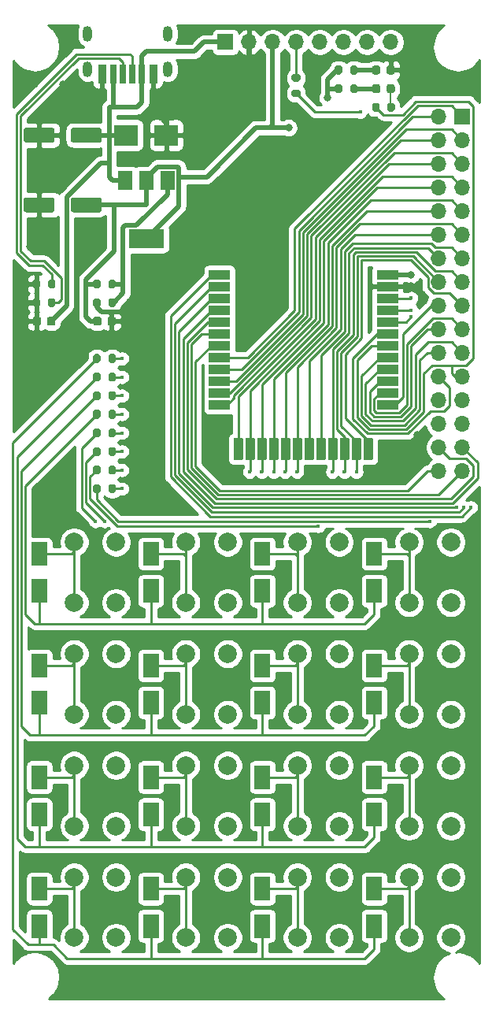
<source format=gbr>
%TF.GenerationSoftware,KiCad,Pcbnew,(5.1.10)-1*%
%TF.CreationDate,2024-04-06T16:28:10+09:00*%
%TF.ProjectId,KiCAD_BLEModuleDevTestBoard,4b694341-445f-4424-9c45-4d6f64756c65,rev?*%
%TF.SameCoordinates,Original*%
%TF.FileFunction,Copper,L1,Top*%
%TF.FilePolarity,Positive*%
%FSLAX46Y46*%
G04 Gerber Fmt 4.6, Leading zero omitted, Abs format (unit mm)*
G04 Created by KiCad (PCBNEW (5.1.10)-1) date 2024-04-06 16:28:10*
%MOMM*%
%LPD*%
G01*
G04 APERTURE LIST*
%TA.AperFunction,ComponentPad*%
%ADD10C,2.000000*%
%TD*%
%TA.AperFunction,ComponentPad*%
%ADD11O,1.700000X1.700000*%
%TD*%
%TA.AperFunction,ComponentPad*%
%ADD12R,1.700000X1.700000*%
%TD*%
%TA.AperFunction,SMDPad,CuDef*%
%ADD13R,3.800000X2.000000*%
%TD*%
%TA.AperFunction,SMDPad,CuDef*%
%ADD14R,1.500000X2.000000*%
%TD*%
%TA.AperFunction,SMDPad,CuDef*%
%ADD15R,2.500000X2.300000*%
%TD*%
%TA.AperFunction,ComponentPad*%
%ADD16O,1.000000X1.700000*%
%TD*%
%TA.AperFunction,SMDPad,CuDef*%
%ADD17R,0.900000X2.000000*%
%TD*%
%TA.AperFunction,SMDPad,CuDef*%
%ADD18R,0.800000X2.000000*%
%TD*%
%TA.AperFunction,SMDPad,CuDef*%
%ADD19R,0.700000X2.000000*%
%TD*%
%TA.AperFunction,SMDPad,CuDef*%
%ADD20R,1.700000X2.500000*%
%TD*%
%TA.AperFunction,ViaPad*%
%ADD21C,0.800000*%
%TD*%
%TA.AperFunction,ViaPad*%
%ADD22C,0.400000*%
%TD*%
%TA.AperFunction,Conductor*%
%ADD23C,0.500000*%
%TD*%
%TA.AperFunction,Conductor*%
%ADD24C,0.250000*%
%TD*%
%TA.AperFunction,Conductor*%
%ADD25C,0.200000*%
%TD*%
%TA.AperFunction,Conductor*%
%ADD26C,0.254000*%
%TD*%
%TA.AperFunction,Conductor*%
%ADD27C,0.100000*%
%TD*%
G04 APERTURE END LIST*
D10*
%TO.P,SW5,2*%
%TO.N,Net-(R13-Pad2)*%
X133750000Y-130250000D03*
%TO.P,SW5,1*%
%TO.N,Net-(D5-PadK)*%
X129250000Y-130250000D03*
%TO.P,SW5,2*%
%TO.N,Net-(R13-Pad2)*%
X133750000Y-123750000D03*
%TO.P,SW5,1*%
%TO.N,Net-(D5-PadK)*%
X129250000Y-123750000D03*
%TD*%
%TO.P,SW13,2*%
%TO.N,Net-(R13-Pad2)*%
X133750000Y-106250000D03*
%TO.P,SW13,1*%
%TO.N,Net-(D13-PadK)*%
X129250000Y-106250000D03*
%TO.P,SW13,2*%
%TO.N,Net-(R13-Pad2)*%
X133750000Y-99750000D03*
%TO.P,SW13,1*%
%TO.N,Net-(D13-PadK)*%
X129250000Y-99750000D03*
%TD*%
%TO.P,SW16,2*%
%TO.N,Net-(R16-Pad2)*%
X169750000Y-106250000D03*
%TO.P,SW16,1*%
%TO.N,Net-(D16-PadK)*%
X165250000Y-106250000D03*
%TO.P,SW16,2*%
%TO.N,Net-(R16-Pad2)*%
X169750000Y-99750000D03*
%TO.P,SW16,1*%
%TO.N,Net-(D16-PadK)*%
X165250000Y-99750000D03*
%TD*%
D11*
%TO.P,J1,8*%
%TO.N,P0.12*%
X163280000Y-46000000D03*
%TO.P,J1,7*%
%TO.N,P0.11*%
X160740000Y-46000000D03*
%TO.P,J1,6*%
%TO.N,SWD_CLK*%
X158200000Y-46000000D03*
%TO.P,J1,5*%
%TO.N,SWD_IO*%
X155660000Y-46000000D03*
%TO.P,J1,4*%
%TO.N,/~RESET*%
X153120000Y-46000000D03*
%TO.P,J1,3*%
%TO.N,+3.6V*%
X150580000Y-46000000D03*
%TO.P,J1,2*%
%TO.N,GNDPWR*%
X148040000Y-46000000D03*
D12*
%TO.P,J1,1*%
%TO.N,+5V*%
X145500000Y-46000000D03*
%TD*%
%TO.P,R5,1*%
%TO.N,P0.21*%
%TA.AperFunction,SMDPad,CuDef*%
G36*
G01*
X153375000Y-51900000D02*
X152825000Y-51900000D01*
G75*
G02*
X152625000Y-51700000I0J200000D01*
G01*
X152625000Y-51300000D01*
G75*
G02*
X152825000Y-51100000I200000J0D01*
G01*
X153375000Y-51100000D01*
G75*
G02*
X153575000Y-51300000I0J-200000D01*
G01*
X153575000Y-51700000D01*
G75*
G02*
X153375000Y-51900000I-200000J0D01*
G01*
G37*
%TD.AperFunction*%
%TO.P,R5,2*%
%TO.N,/~RESET*%
%TA.AperFunction,SMDPad,CuDef*%
G36*
G01*
X153375000Y-50250000D02*
X152825000Y-50250000D01*
G75*
G02*
X152625000Y-50050000I0J200000D01*
G01*
X152625000Y-49650000D01*
G75*
G02*
X152825000Y-49450000I200000J0D01*
G01*
X153375000Y-49450000D01*
G75*
G02*
X153575000Y-49650000I0J-200000D01*
G01*
X153575000Y-50050000D01*
G75*
G02*
X153375000Y-50250000I-200000J0D01*
G01*
G37*
%TD.AperFunction*%
%TD*%
%TO.P,U1,36*%
%TO.N,+3.6V*%
%TA.AperFunction,SMDPad,CuDef*%
G36*
G01*
X164099800Y-70532000D02*
X164099800Y-71468000D01*
G75*
G02*
X164047800Y-71520000I-52000J0D01*
G01*
X161851800Y-71520000D01*
G75*
G02*
X161799800Y-71468000I0J52000D01*
G01*
X161799800Y-70532000D01*
G75*
G02*
X161851800Y-70480000I52000J0D01*
G01*
X164047800Y-70480000D01*
G75*
G02*
X164099800Y-70532000I0J-52000D01*
G01*
G37*
%TD.AperFunction*%
%TO.P,U1,34*%
%TO.N,SWD_CLK*%
%TA.AperFunction,SMDPad,CuDef*%
G36*
G01*
X164099800Y-73072000D02*
X164099800Y-74008000D01*
G75*
G02*
X164047800Y-74060000I-52000J0D01*
G01*
X161851800Y-74060000D01*
G75*
G02*
X161799800Y-74008000I0J52000D01*
G01*
X161799800Y-73072000D01*
G75*
G02*
X161851800Y-73020000I52000J0D01*
G01*
X164047800Y-73020000D01*
G75*
G02*
X164099800Y-73072000I0J-52000D01*
G01*
G37*
%TD.AperFunction*%
%TO.P,U1,30*%
%TO.N,P0.22*%
%TA.AperFunction,SMDPad,CuDef*%
G36*
G01*
X164099800Y-78152000D02*
X164099800Y-79088000D01*
G75*
G02*
X164047800Y-79140000I-52000J0D01*
G01*
X161851800Y-79140000D01*
G75*
G02*
X161799800Y-79088000I0J52000D01*
G01*
X161799800Y-78152000D01*
G75*
G02*
X161851800Y-78100000I52000J0D01*
G01*
X164047800Y-78100000D01*
G75*
G02*
X164099800Y-78152000I0J-52000D01*
G01*
G37*
%TD.AperFunction*%
%TO.P,U1,32*%
%TO.N,P0.24*%
%TA.AperFunction,SMDPad,CuDef*%
G36*
G01*
X164099800Y-75612000D02*
X164099800Y-76548000D01*
G75*
G02*
X164047800Y-76600000I-52000J0D01*
G01*
X161851800Y-76600000D01*
G75*
G02*
X161799800Y-76548000I0J52000D01*
G01*
X161799800Y-75612000D01*
G75*
G02*
X161851800Y-75560000I52000J0D01*
G01*
X164047800Y-75560000D01*
G75*
G02*
X164099800Y-75612000I0J-52000D01*
G01*
G37*
%TD.AperFunction*%
%TO.P,U1,31*%
%TO.N,P0.23*%
%TA.AperFunction,SMDPad,CuDef*%
G36*
G01*
X164099800Y-76882000D02*
X164099800Y-77818000D01*
G75*
G02*
X164047800Y-77870000I-52000J0D01*
G01*
X161851800Y-77870000D01*
G75*
G02*
X161799800Y-77818000I0J52000D01*
G01*
X161799800Y-76882000D01*
G75*
G02*
X161851800Y-76830000I52000J0D01*
G01*
X164047800Y-76830000D01*
G75*
G02*
X164099800Y-76882000I0J-52000D01*
G01*
G37*
%TD.AperFunction*%
%TO.P,U1,33*%
%TO.N,SWD_IO*%
%TA.AperFunction,SMDPad,CuDef*%
G36*
G01*
X164099800Y-74342000D02*
X164099800Y-75278000D01*
G75*
G02*
X164047800Y-75330000I-52000J0D01*
G01*
X161851800Y-75330000D01*
G75*
G02*
X161799800Y-75278000I0J52000D01*
G01*
X161799800Y-74342000D01*
G75*
G02*
X161851800Y-74290000I52000J0D01*
G01*
X164047800Y-74290000D01*
G75*
G02*
X164099800Y-74342000I0J-52000D01*
G01*
G37*
%TD.AperFunction*%
%TO.P,U1,29*%
%TO.N,P0.21*%
%TA.AperFunction,SMDPad,CuDef*%
G36*
G01*
X164099800Y-79422000D02*
X164099800Y-80358000D01*
G75*
G02*
X164047800Y-80410000I-52000J0D01*
G01*
X161851800Y-80410000D01*
G75*
G02*
X161799800Y-80358000I0J52000D01*
G01*
X161799800Y-79422000D01*
G75*
G02*
X161851800Y-79370000I52000J0D01*
G01*
X164047800Y-79370000D01*
G75*
G02*
X164099800Y-79422000I0J-52000D01*
G01*
G37*
%TD.AperFunction*%
%TO.P,U1,26*%
%TO.N,P0.18*%
%TA.AperFunction,SMDPad,CuDef*%
G36*
G01*
X164099800Y-83232000D02*
X164099800Y-84168000D01*
G75*
G02*
X164047800Y-84220000I-52000J0D01*
G01*
X161851800Y-84220000D01*
G75*
G02*
X161799800Y-84168000I0J52000D01*
G01*
X161799800Y-83232000D01*
G75*
G02*
X161851800Y-83180000I52000J0D01*
G01*
X164047800Y-83180000D01*
G75*
G02*
X164099800Y-83232000I0J-52000D01*
G01*
G37*
%TD.AperFunction*%
%TO.P,U1,28*%
%TO.N,P0.20*%
%TA.AperFunction,SMDPad,CuDef*%
G36*
G01*
X164099800Y-80692000D02*
X164099800Y-81628000D01*
G75*
G02*
X164047800Y-81680000I-52000J0D01*
G01*
X161851800Y-81680000D01*
G75*
G02*
X161799800Y-81628000I0J52000D01*
G01*
X161799800Y-80692000D01*
G75*
G02*
X161851800Y-80640000I52000J0D01*
G01*
X164047800Y-80640000D01*
G75*
G02*
X164099800Y-80692000I0J-52000D01*
G01*
G37*
%TD.AperFunction*%
%TO.P,U1,25*%
%TO.N,P0.17*%
%TA.AperFunction,SMDPad,CuDef*%
G36*
G01*
X164099800Y-84502000D02*
X164099800Y-85438000D01*
G75*
G02*
X164047800Y-85490000I-52000J0D01*
G01*
X161851800Y-85490000D01*
G75*
G02*
X161799800Y-85438000I0J52000D01*
G01*
X161799800Y-84502000D01*
G75*
G02*
X161851800Y-84450000I52000J0D01*
G01*
X164047800Y-84450000D01*
G75*
G02*
X164099800Y-84502000I0J-52000D01*
G01*
G37*
%TD.AperFunction*%
%TO.P,U1,27*%
%TO.N,P0.19*%
%TA.AperFunction,SMDPad,CuDef*%
G36*
G01*
X164099800Y-81962000D02*
X164099800Y-82898000D01*
G75*
G02*
X164047800Y-82950000I-52000J0D01*
G01*
X161851800Y-82950000D01*
G75*
G02*
X161799800Y-82898000I0J52000D01*
G01*
X161799800Y-81962000D01*
G75*
G02*
X161851800Y-81910000I52000J0D01*
G01*
X164047800Y-81910000D01*
G75*
G02*
X164099800Y-81962000I0J-52000D01*
G01*
G37*
%TD.AperFunction*%
%TO.P,U1,35*%
%TO.N,GNDPWR*%
%TA.AperFunction,SMDPad,CuDef*%
G36*
G01*
X164099800Y-71802000D02*
X164099800Y-72738000D01*
G75*
G02*
X164047800Y-72790000I-52000J0D01*
G01*
X161851800Y-72790000D01*
G75*
G02*
X161799800Y-72738000I0J52000D01*
G01*
X161799800Y-71802000D01*
G75*
G02*
X161851800Y-71750000I52000J0D01*
G01*
X164047800Y-71750000D01*
G75*
G02*
X164099800Y-71802000I0J-52000D01*
G01*
G37*
%TD.AperFunction*%
%TO.P,U1,23*%
%TO.N,P0.15*%
%TA.AperFunction,SMDPad,CuDef*%
G36*
G01*
X160068000Y-90885000D02*
X159132000Y-90885000D01*
G75*
G02*
X159080000Y-90833000I0J52000D01*
G01*
X159080000Y-88637000D01*
G75*
G02*
X159132000Y-88585000I52000J0D01*
G01*
X160068000Y-88585000D01*
G75*
G02*
X160120000Y-88637000I0J-52000D01*
G01*
X160120000Y-90833000D01*
G75*
G02*
X160068000Y-90885000I-52000J0D01*
G01*
G37*
%TD.AperFunction*%
%TO.P,U1,22*%
%TO.N,P0.14*%
%TA.AperFunction,SMDPad,CuDef*%
G36*
G01*
X158798000Y-90885000D02*
X157862000Y-90885000D01*
G75*
G02*
X157810000Y-90833000I0J52000D01*
G01*
X157810000Y-88637000D01*
G75*
G02*
X157862000Y-88585000I52000J0D01*
G01*
X158798000Y-88585000D01*
G75*
G02*
X158850000Y-88637000I0J-52000D01*
G01*
X158850000Y-90833000D01*
G75*
G02*
X158798000Y-90885000I-52000J0D01*
G01*
G37*
%TD.AperFunction*%
%TO.P,U1,24*%
%TO.N,P0.16*%
%TA.AperFunction,SMDPad,CuDef*%
G36*
G01*
X161338000Y-90885000D02*
X160402000Y-90885000D01*
G75*
G02*
X160350000Y-90833000I0J52000D01*
G01*
X160350000Y-88637000D01*
G75*
G02*
X160402000Y-88585000I52000J0D01*
G01*
X161338000Y-88585000D01*
G75*
G02*
X161390000Y-88637000I0J-52000D01*
G01*
X161390000Y-90833000D01*
G75*
G02*
X161338000Y-90885000I-52000J0D01*
G01*
G37*
%TD.AperFunction*%
%TO.P,U1,15*%
%TO.N,P0.07*%
%TA.AperFunction,SMDPad,CuDef*%
G36*
G01*
X149908000Y-90885000D02*
X148972000Y-90885000D01*
G75*
G02*
X148920000Y-90833000I0J52000D01*
G01*
X148920000Y-88637000D01*
G75*
G02*
X148972000Y-88585000I52000J0D01*
G01*
X149908000Y-88585000D01*
G75*
G02*
X149960000Y-88637000I0J-52000D01*
G01*
X149960000Y-90833000D01*
G75*
G02*
X149908000Y-90885000I-52000J0D01*
G01*
G37*
%TD.AperFunction*%
%TO.P,U1,13*%
%TO.N,P0.05*%
%TA.AperFunction,SMDPad,CuDef*%
G36*
G01*
X147368000Y-90885000D02*
X146432000Y-90885000D01*
G75*
G02*
X146380000Y-90833000I0J52000D01*
G01*
X146380000Y-88637000D01*
G75*
G02*
X146432000Y-88585000I52000J0D01*
G01*
X147368000Y-88585000D01*
G75*
G02*
X147420000Y-88637000I0J-52000D01*
G01*
X147420000Y-90833000D01*
G75*
G02*
X147368000Y-90885000I-52000J0D01*
G01*
G37*
%TD.AperFunction*%
%TO.P,U1,14*%
%TO.N,P0.06*%
%TA.AperFunction,SMDPad,CuDef*%
G36*
G01*
X148638000Y-90885000D02*
X147702000Y-90885000D01*
G75*
G02*
X147650000Y-90833000I0J52000D01*
G01*
X147650000Y-88637000D01*
G75*
G02*
X147702000Y-88585000I52000J0D01*
G01*
X148638000Y-88585000D01*
G75*
G02*
X148690000Y-88637000I0J-52000D01*
G01*
X148690000Y-90833000D01*
G75*
G02*
X148638000Y-90885000I-52000J0D01*
G01*
G37*
%TD.AperFunction*%
%TO.P,U1,16*%
%TO.N,P0.08*%
%TA.AperFunction,SMDPad,CuDef*%
G36*
G01*
X151178000Y-90885000D02*
X150242000Y-90885000D01*
G75*
G02*
X150190000Y-90833000I0J52000D01*
G01*
X150190000Y-88637000D01*
G75*
G02*
X150242000Y-88585000I52000J0D01*
G01*
X151178000Y-88585000D01*
G75*
G02*
X151230000Y-88637000I0J-52000D01*
G01*
X151230000Y-90833000D01*
G75*
G02*
X151178000Y-90885000I-52000J0D01*
G01*
G37*
%TD.AperFunction*%
%TO.P,U1,17*%
%TO.N,P0.09*%
%TA.AperFunction,SMDPad,CuDef*%
G36*
G01*
X152448000Y-90885000D02*
X151512000Y-90885000D01*
G75*
G02*
X151460000Y-90833000I0J52000D01*
G01*
X151460000Y-88637000D01*
G75*
G02*
X151512000Y-88585000I52000J0D01*
G01*
X152448000Y-88585000D01*
G75*
G02*
X152500000Y-88637000I0J-52000D01*
G01*
X152500000Y-90833000D01*
G75*
G02*
X152448000Y-90885000I-52000J0D01*
G01*
G37*
%TD.AperFunction*%
%TO.P,U1,21*%
%TO.N,P0.13*%
%TA.AperFunction,SMDPad,CuDef*%
G36*
G01*
X157528000Y-90885000D02*
X156592000Y-90885000D01*
G75*
G02*
X156540000Y-90833000I0J52000D01*
G01*
X156540000Y-88637000D01*
G75*
G02*
X156592000Y-88585000I52000J0D01*
G01*
X157528000Y-88585000D01*
G75*
G02*
X157580000Y-88637000I0J-52000D01*
G01*
X157580000Y-90833000D01*
G75*
G02*
X157528000Y-90885000I-52000J0D01*
G01*
G37*
%TD.AperFunction*%
%TO.P,U1,19*%
%TO.N,P0.11*%
%TA.AperFunction,SMDPad,CuDef*%
G36*
G01*
X154988000Y-90885000D02*
X154052000Y-90885000D01*
G75*
G02*
X154000000Y-90833000I0J52000D01*
G01*
X154000000Y-88637000D01*
G75*
G02*
X154052000Y-88585000I52000J0D01*
G01*
X154988000Y-88585000D01*
G75*
G02*
X155040000Y-88637000I0J-52000D01*
G01*
X155040000Y-90833000D01*
G75*
G02*
X154988000Y-90885000I-52000J0D01*
G01*
G37*
%TD.AperFunction*%
%TO.P,U1,18*%
%TO.N,P0.10*%
%TA.AperFunction,SMDPad,CuDef*%
G36*
G01*
X153718000Y-90885000D02*
X152782000Y-90885000D01*
G75*
G02*
X152730000Y-90833000I0J52000D01*
G01*
X152730000Y-88637000D01*
G75*
G02*
X152782000Y-88585000I52000J0D01*
G01*
X153718000Y-88585000D01*
G75*
G02*
X153770000Y-88637000I0J-52000D01*
G01*
X153770000Y-90833000D01*
G75*
G02*
X153718000Y-90885000I-52000J0D01*
G01*
G37*
%TD.AperFunction*%
%TO.P,U1,20*%
%TO.N,P0.12*%
%TA.AperFunction,SMDPad,CuDef*%
G36*
G01*
X156258000Y-90885000D02*
X155322000Y-90885000D01*
G75*
G02*
X155270000Y-90833000I0J52000D01*
G01*
X155270000Y-88637000D01*
G75*
G02*
X155322000Y-88585000I52000J0D01*
G01*
X156258000Y-88585000D01*
G75*
G02*
X156310000Y-88637000I0J-52000D01*
G01*
X156310000Y-90833000D01*
G75*
G02*
X156258000Y-90885000I-52000J0D01*
G01*
G37*
%TD.AperFunction*%
%TO.P,U1,11*%
%TO.N,P0.03*%
%TA.AperFunction,SMDPad,CuDef*%
G36*
G01*
X143715000Y-84168000D02*
X143715000Y-83232000D01*
G75*
G02*
X143767000Y-83180000I52000J0D01*
G01*
X145963000Y-83180000D01*
G75*
G02*
X146015000Y-83232000I0J-52000D01*
G01*
X146015000Y-84168000D01*
G75*
G02*
X145963000Y-84220000I-52000J0D01*
G01*
X143767000Y-84220000D01*
G75*
G02*
X143715000Y-84168000I0J52000D01*
G01*
G37*
%TD.AperFunction*%
%TO.P,U1,10*%
%TO.N,P0.02*%
%TA.AperFunction,SMDPad,CuDef*%
G36*
G01*
X143715000Y-82898000D02*
X143715000Y-81962000D01*
G75*
G02*
X143767000Y-81910000I52000J0D01*
G01*
X145963000Y-81910000D01*
G75*
G02*
X146015000Y-81962000I0J-52000D01*
G01*
X146015000Y-82898000D01*
G75*
G02*
X145963000Y-82950000I-52000J0D01*
G01*
X143767000Y-82950000D01*
G75*
G02*
X143715000Y-82898000I0J52000D01*
G01*
G37*
%TD.AperFunction*%
%TO.P,U1,12*%
%TO.N,P0.04*%
%TA.AperFunction,SMDPad,CuDef*%
G36*
G01*
X143715000Y-85438000D02*
X143715000Y-84502000D01*
G75*
G02*
X143767000Y-84450000I52000J0D01*
G01*
X145963000Y-84450000D01*
G75*
G02*
X146015000Y-84502000I0J-52000D01*
G01*
X146015000Y-85438000D01*
G75*
G02*
X145963000Y-85490000I-52000J0D01*
G01*
X143767000Y-85490000D01*
G75*
G02*
X143715000Y-85438000I0J52000D01*
G01*
G37*
%TD.AperFunction*%
%TO.P,U1,7*%
%TO.N,P0.31*%
%TA.AperFunction,SMDPad,CuDef*%
G36*
G01*
X143715000Y-79088000D02*
X143715000Y-78152000D01*
G75*
G02*
X143767000Y-78100000I52000J0D01*
G01*
X145963000Y-78100000D01*
G75*
G02*
X146015000Y-78152000I0J-52000D01*
G01*
X146015000Y-79088000D01*
G75*
G02*
X145963000Y-79140000I-52000J0D01*
G01*
X143767000Y-79140000D01*
G75*
G02*
X143715000Y-79088000I0J52000D01*
G01*
G37*
%TD.AperFunction*%
%TO.P,U1,6*%
%TO.N,P0.30*%
%TA.AperFunction,SMDPad,CuDef*%
G36*
G01*
X143715000Y-77818000D02*
X143715000Y-76882000D01*
G75*
G02*
X143767000Y-76830000I52000J0D01*
G01*
X145963000Y-76830000D01*
G75*
G02*
X146015000Y-76882000I0J-52000D01*
G01*
X146015000Y-77818000D01*
G75*
G02*
X145963000Y-77870000I-52000J0D01*
G01*
X143767000Y-77870000D01*
G75*
G02*
X143715000Y-77818000I0J52000D01*
G01*
G37*
%TD.AperFunction*%
%TO.P,U1,8*%
%TO.N,P0.00*%
%TA.AperFunction,SMDPad,CuDef*%
G36*
G01*
X143715000Y-80358000D02*
X143715000Y-79422000D01*
G75*
G02*
X143767000Y-79370000I52000J0D01*
G01*
X145963000Y-79370000D01*
G75*
G02*
X146015000Y-79422000I0J-52000D01*
G01*
X146015000Y-80358000D01*
G75*
G02*
X145963000Y-80410000I-52000J0D01*
G01*
X143767000Y-80410000D01*
G75*
G02*
X143715000Y-80358000I0J52000D01*
G01*
G37*
%TD.AperFunction*%
%TO.P,U1,9*%
%TO.N,P0.01*%
%TA.AperFunction,SMDPad,CuDef*%
G36*
G01*
X143715000Y-81628000D02*
X143715000Y-80692000D01*
G75*
G02*
X143767000Y-80640000I52000J0D01*
G01*
X145963000Y-80640000D01*
G75*
G02*
X146015000Y-80692000I0J-52000D01*
G01*
X146015000Y-81628000D01*
G75*
G02*
X145963000Y-81680000I-52000J0D01*
G01*
X143767000Y-81680000D01*
G75*
G02*
X143715000Y-81628000I0J52000D01*
G01*
G37*
%TD.AperFunction*%
%TO.P,U1,5*%
%TO.N,P0.29*%
%TA.AperFunction,SMDPad,CuDef*%
G36*
G01*
X143715000Y-76548000D02*
X143715000Y-75612000D01*
G75*
G02*
X143767000Y-75560000I52000J0D01*
G01*
X145963000Y-75560000D01*
G75*
G02*
X146015000Y-75612000I0J-52000D01*
G01*
X146015000Y-76548000D01*
G75*
G02*
X145963000Y-76600000I-52000J0D01*
G01*
X143767000Y-76600000D01*
G75*
G02*
X143715000Y-76548000I0J52000D01*
G01*
G37*
%TD.AperFunction*%
%TO.P,U1,4*%
%TO.N,P0.28*%
%TA.AperFunction,SMDPad,CuDef*%
G36*
G01*
X143715000Y-75278000D02*
X143715000Y-74342000D01*
G75*
G02*
X143767000Y-74290000I52000J0D01*
G01*
X145963000Y-74290000D01*
G75*
G02*
X146015000Y-74342000I0J-52000D01*
G01*
X146015000Y-75278000D01*
G75*
G02*
X145963000Y-75330000I-52000J0D01*
G01*
X143767000Y-75330000D01*
G75*
G02*
X143715000Y-75278000I0J52000D01*
G01*
G37*
%TD.AperFunction*%
%TO.P,U1,3*%
%TO.N,P0.27*%
%TA.AperFunction,SMDPad,CuDef*%
G36*
G01*
X143715000Y-74008000D02*
X143715000Y-73072000D01*
G75*
G02*
X143767000Y-73020000I52000J0D01*
G01*
X145963000Y-73020000D01*
G75*
G02*
X146015000Y-73072000I0J-52000D01*
G01*
X146015000Y-74008000D01*
G75*
G02*
X145963000Y-74060000I-52000J0D01*
G01*
X143767000Y-74060000D01*
G75*
G02*
X143715000Y-74008000I0J52000D01*
G01*
G37*
%TD.AperFunction*%
%TO.P,U1,2*%
%TO.N,P0.26*%
%TA.AperFunction,SMDPad,CuDef*%
G36*
G01*
X143715000Y-72738000D02*
X143715000Y-71802000D01*
G75*
G02*
X143767000Y-71750000I52000J0D01*
G01*
X145963000Y-71750000D01*
G75*
G02*
X146015000Y-71802000I0J-52000D01*
G01*
X146015000Y-72738000D01*
G75*
G02*
X145963000Y-72790000I-52000J0D01*
G01*
X143767000Y-72790000D01*
G75*
G02*
X143715000Y-72738000I0J52000D01*
G01*
G37*
%TD.AperFunction*%
%TO.P,U1,1*%
%TO.N,P0.25*%
%TA.AperFunction,SMDPad,CuDef*%
G36*
G01*
X143715000Y-71468000D02*
X143715000Y-70532000D01*
G75*
G02*
X143767000Y-70480000I52000J0D01*
G01*
X145963000Y-70480000D01*
G75*
G02*
X146015000Y-70532000I0J-52000D01*
G01*
X146015000Y-71468000D01*
G75*
G02*
X145963000Y-71520000I-52000J0D01*
G01*
X143767000Y-71520000D01*
G75*
G02*
X143715000Y-71468000I0J52000D01*
G01*
G37*
%TD.AperFunction*%
%TD*%
%TO.P,R16,1*%
%TO.N,P0.15*%
%TA.AperFunction,SMDPad,CuDef*%
G36*
G01*
X133725000Y-93725000D02*
X133725000Y-94275000D01*
G75*
G02*
X133525000Y-94475000I-200000J0D01*
G01*
X133125000Y-94475000D01*
G75*
G02*
X132925000Y-94275000I0J200000D01*
G01*
X132925000Y-93725000D01*
G75*
G02*
X133125000Y-93525000I200000J0D01*
G01*
X133525000Y-93525000D01*
G75*
G02*
X133725000Y-93725000I0J-200000D01*
G01*
G37*
%TD.AperFunction*%
%TO.P,R16,2*%
%TO.N,Net-(R16-Pad2)*%
%TA.AperFunction,SMDPad,CuDef*%
G36*
G01*
X132075000Y-93725000D02*
X132075000Y-94275000D01*
G75*
G02*
X131875000Y-94475000I-200000J0D01*
G01*
X131475000Y-94475000D01*
G75*
G02*
X131275000Y-94275000I0J200000D01*
G01*
X131275000Y-93725000D01*
G75*
G02*
X131475000Y-93525000I200000J0D01*
G01*
X131875000Y-93525000D01*
G75*
G02*
X132075000Y-93725000I0J-200000D01*
G01*
G37*
%TD.AperFunction*%
%TD*%
%TO.P,R15,1*%
%TO.N,P0.14*%
%TA.AperFunction,SMDPad,CuDef*%
G36*
G01*
X133725000Y-91725000D02*
X133725000Y-92275000D01*
G75*
G02*
X133525000Y-92475000I-200000J0D01*
G01*
X133125000Y-92475000D01*
G75*
G02*
X132925000Y-92275000I0J200000D01*
G01*
X132925000Y-91725000D01*
G75*
G02*
X133125000Y-91525000I200000J0D01*
G01*
X133525000Y-91525000D01*
G75*
G02*
X133725000Y-91725000I0J-200000D01*
G01*
G37*
%TD.AperFunction*%
%TO.P,R15,2*%
%TO.N,Net-(R15-Pad2)*%
%TA.AperFunction,SMDPad,CuDef*%
G36*
G01*
X132075000Y-91725000D02*
X132075000Y-92275000D01*
G75*
G02*
X131875000Y-92475000I-200000J0D01*
G01*
X131475000Y-92475000D01*
G75*
G02*
X131275000Y-92275000I0J200000D01*
G01*
X131275000Y-91725000D01*
G75*
G02*
X131475000Y-91525000I200000J0D01*
G01*
X131875000Y-91525000D01*
G75*
G02*
X132075000Y-91725000I0J-200000D01*
G01*
G37*
%TD.AperFunction*%
%TD*%
%TO.P,R14,1*%
%TO.N,P0.13*%
%TA.AperFunction,SMDPad,CuDef*%
G36*
G01*
X133725000Y-89725000D02*
X133725000Y-90275000D01*
G75*
G02*
X133525000Y-90475000I-200000J0D01*
G01*
X133125000Y-90475000D01*
G75*
G02*
X132925000Y-90275000I0J200000D01*
G01*
X132925000Y-89725000D01*
G75*
G02*
X133125000Y-89525000I200000J0D01*
G01*
X133525000Y-89525000D01*
G75*
G02*
X133725000Y-89725000I0J-200000D01*
G01*
G37*
%TD.AperFunction*%
%TO.P,R14,2*%
%TO.N,Net-(R14-Pad2)*%
%TA.AperFunction,SMDPad,CuDef*%
G36*
G01*
X132075000Y-89725000D02*
X132075000Y-90275000D01*
G75*
G02*
X131875000Y-90475000I-200000J0D01*
G01*
X131475000Y-90475000D01*
G75*
G02*
X131275000Y-90275000I0J200000D01*
G01*
X131275000Y-89725000D01*
G75*
G02*
X131475000Y-89525000I200000J0D01*
G01*
X131875000Y-89525000D01*
G75*
G02*
X132075000Y-89725000I0J-200000D01*
G01*
G37*
%TD.AperFunction*%
%TD*%
%TO.P,R13,1*%
%TO.N,P0.10*%
%TA.AperFunction,SMDPad,CuDef*%
G36*
G01*
X133725000Y-87725000D02*
X133725000Y-88275000D01*
G75*
G02*
X133525000Y-88475000I-200000J0D01*
G01*
X133125000Y-88475000D01*
G75*
G02*
X132925000Y-88275000I0J200000D01*
G01*
X132925000Y-87725000D01*
G75*
G02*
X133125000Y-87525000I200000J0D01*
G01*
X133525000Y-87525000D01*
G75*
G02*
X133725000Y-87725000I0J-200000D01*
G01*
G37*
%TD.AperFunction*%
%TO.P,R13,2*%
%TO.N,Net-(R13-Pad2)*%
%TA.AperFunction,SMDPad,CuDef*%
G36*
G01*
X132075000Y-87725000D02*
X132075000Y-88275000D01*
G75*
G02*
X131875000Y-88475000I-200000J0D01*
G01*
X131475000Y-88475000D01*
G75*
G02*
X131275000Y-88275000I0J200000D01*
G01*
X131275000Y-87725000D01*
G75*
G02*
X131475000Y-87525000I200000J0D01*
G01*
X131875000Y-87525000D01*
G75*
G02*
X132075000Y-87725000I0J-200000D01*
G01*
G37*
%TD.AperFunction*%
%TD*%
%TO.P,R9,1*%
%TO.N,P0.06*%
%TA.AperFunction,SMDPad,CuDef*%
G36*
G01*
X133725000Y-79725000D02*
X133725000Y-80275000D01*
G75*
G02*
X133525000Y-80475000I-200000J0D01*
G01*
X133125000Y-80475000D01*
G75*
G02*
X132925000Y-80275000I0J200000D01*
G01*
X132925000Y-79725000D01*
G75*
G02*
X133125000Y-79525000I200000J0D01*
G01*
X133525000Y-79525000D01*
G75*
G02*
X133725000Y-79725000I0J-200000D01*
G01*
G37*
%TD.AperFunction*%
%TO.P,R9,2*%
%TO.N,Net-(D1-PadA)*%
%TA.AperFunction,SMDPad,CuDef*%
G36*
G01*
X132075000Y-79725000D02*
X132075000Y-80275000D01*
G75*
G02*
X131875000Y-80475000I-200000J0D01*
G01*
X131475000Y-80475000D01*
G75*
G02*
X131275000Y-80275000I0J200000D01*
G01*
X131275000Y-79725000D01*
G75*
G02*
X131475000Y-79525000I200000J0D01*
G01*
X131875000Y-79525000D01*
G75*
G02*
X132075000Y-79725000I0J-200000D01*
G01*
G37*
%TD.AperFunction*%
%TD*%
%TO.P,R10,1*%
%TO.N,P0.07*%
%TA.AperFunction,SMDPad,CuDef*%
G36*
G01*
X133725000Y-81725000D02*
X133725000Y-82275000D01*
G75*
G02*
X133525000Y-82475000I-200000J0D01*
G01*
X133125000Y-82475000D01*
G75*
G02*
X132925000Y-82275000I0J200000D01*
G01*
X132925000Y-81725000D01*
G75*
G02*
X133125000Y-81525000I200000J0D01*
G01*
X133525000Y-81525000D01*
G75*
G02*
X133725000Y-81725000I0J-200000D01*
G01*
G37*
%TD.AperFunction*%
%TO.P,R10,2*%
%TO.N,Net-(D5-PadA)*%
%TA.AperFunction,SMDPad,CuDef*%
G36*
G01*
X132075000Y-81725000D02*
X132075000Y-82275000D01*
G75*
G02*
X131875000Y-82475000I-200000J0D01*
G01*
X131475000Y-82475000D01*
G75*
G02*
X131275000Y-82275000I0J200000D01*
G01*
X131275000Y-81725000D01*
G75*
G02*
X131475000Y-81525000I200000J0D01*
G01*
X131875000Y-81525000D01*
G75*
G02*
X132075000Y-81725000I0J-200000D01*
G01*
G37*
%TD.AperFunction*%
%TD*%
%TO.P,R11,1*%
%TO.N,P0.08*%
%TA.AperFunction,SMDPad,CuDef*%
G36*
G01*
X133725000Y-83725000D02*
X133725000Y-84275000D01*
G75*
G02*
X133525000Y-84475000I-200000J0D01*
G01*
X133125000Y-84475000D01*
G75*
G02*
X132925000Y-84275000I0J200000D01*
G01*
X132925000Y-83725000D01*
G75*
G02*
X133125000Y-83525000I200000J0D01*
G01*
X133525000Y-83525000D01*
G75*
G02*
X133725000Y-83725000I0J-200000D01*
G01*
G37*
%TD.AperFunction*%
%TO.P,R11,2*%
%TO.N,Net-(D10-PadA)*%
%TA.AperFunction,SMDPad,CuDef*%
G36*
G01*
X132075000Y-83725000D02*
X132075000Y-84275000D01*
G75*
G02*
X131875000Y-84475000I-200000J0D01*
G01*
X131475000Y-84475000D01*
G75*
G02*
X131275000Y-84275000I0J200000D01*
G01*
X131275000Y-83725000D01*
G75*
G02*
X131475000Y-83525000I200000J0D01*
G01*
X131875000Y-83525000D01*
G75*
G02*
X132075000Y-83725000I0J-200000D01*
G01*
G37*
%TD.AperFunction*%
%TD*%
%TO.P,R12,1*%
%TO.N,P0.09*%
%TA.AperFunction,SMDPad,CuDef*%
G36*
G01*
X133725000Y-85725000D02*
X133725000Y-86275000D01*
G75*
G02*
X133525000Y-86475000I-200000J0D01*
G01*
X133125000Y-86475000D01*
G75*
G02*
X132925000Y-86275000I0J200000D01*
G01*
X132925000Y-85725000D01*
G75*
G02*
X133125000Y-85525000I200000J0D01*
G01*
X133525000Y-85525000D01*
G75*
G02*
X133725000Y-85725000I0J-200000D01*
G01*
G37*
%TD.AperFunction*%
%TO.P,R12,2*%
%TO.N,Net-(D13-PadA)*%
%TA.AperFunction,SMDPad,CuDef*%
G36*
G01*
X132075000Y-85725000D02*
X132075000Y-86275000D01*
G75*
G02*
X131875000Y-86475000I-200000J0D01*
G01*
X131475000Y-86475000D01*
G75*
G02*
X131275000Y-86275000I0J200000D01*
G01*
X131275000Y-85725000D01*
G75*
G02*
X131475000Y-85525000I200000J0D01*
G01*
X131875000Y-85525000D01*
G75*
G02*
X132075000Y-85725000I0J-200000D01*
G01*
G37*
%TD.AperFunction*%
%TD*%
%TO.P,R8,1*%
%TO.N,P0.22*%
%TA.AperFunction,SMDPad,CuDef*%
G36*
G01*
X161275000Y-53275000D02*
X161275000Y-52725000D01*
G75*
G02*
X161475000Y-52525000I200000J0D01*
G01*
X161875000Y-52525000D01*
G75*
G02*
X162075000Y-52725000I0J-200000D01*
G01*
X162075000Y-53275000D01*
G75*
G02*
X161875000Y-53475000I-200000J0D01*
G01*
X161475000Y-53475000D01*
G75*
G02*
X161275000Y-53275000I0J200000D01*
G01*
G37*
%TD.AperFunction*%
%TO.P,R8,2*%
%TO.N,Net-(D18-Pad1)*%
%TA.AperFunction,SMDPad,CuDef*%
G36*
G01*
X162925000Y-53275000D02*
X162925000Y-52725000D01*
G75*
G02*
X163125000Y-52525000I200000J0D01*
G01*
X163525000Y-52525000D01*
G75*
G02*
X163725000Y-52725000I0J-200000D01*
G01*
X163725000Y-53275000D01*
G75*
G02*
X163525000Y-53475000I-200000J0D01*
G01*
X163125000Y-53475000D01*
G75*
G02*
X162925000Y-53275000I0J200000D01*
G01*
G37*
%TD.AperFunction*%
%TD*%
D13*
%TO.P,U2,2*%
%TO.N,+3.6V*%
X137000000Y-67150000D03*
D14*
X137000000Y-60850000D03*
%TO.P,U2,3*%
%TO.N,+5V*%
X134700000Y-60850000D03*
%TO.P,U2,1*%
%TO.N,Net-(R3-Pad2)*%
X139300000Y-60850000D03*
%TD*%
D15*
%TO.P,TVS1,1*%
%TO.N,+5V*%
X134850000Y-56000000D03*
%TO.P,TVS1,2*%
%TO.N,GNDPWR*%
X139150000Y-56000000D03*
%TD*%
D10*
%TO.P,SW4,2*%
%TO.N,Net-(R16-Pad2)*%
X169750000Y-142250000D03*
%TO.P,SW4,1*%
%TO.N,Net-(D4-PadK)*%
X165250000Y-142250000D03*
%TO.P,SW4,2*%
%TO.N,Net-(R16-Pad2)*%
X169750000Y-135750000D03*
%TO.P,SW4,1*%
%TO.N,Net-(D4-PadK)*%
X165250000Y-135750000D03*
%TD*%
%TO.P,SW3,2*%
%TO.N,Net-(R15-Pad2)*%
X157750000Y-142250000D03*
%TO.P,SW3,1*%
%TO.N,Net-(D3-PadK)*%
X153250000Y-142250000D03*
%TO.P,SW3,2*%
%TO.N,Net-(R15-Pad2)*%
X157750000Y-135750000D03*
%TO.P,SW3,1*%
%TO.N,Net-(D3-PadK)*%
X153250000Y-135750000D03*
%TD*%
%TO.P,SW2,2*%
%TO.N,Net-(R14-Pad2)*%
X145750000Y-142250000D03*
%TO.P,SW2,1*%
%TO.N,Net-(D2-PadK)*%
X141250000Y-142250000D03*
%TO.P,SW2,2*%
%TO.N,Net-(R14-Pad2)*%
X145750000Y-135750000D03*
%TO.P,SW2,1*%
%TO.N,Net-(D2-PadK)*%
X141250000Y-135750000D03*
%TD*%
%TO.P,SW1,2*%
%TO.N,Net-(R13-Pad2)*%
X133750000Y-142250000D03*
%TO.P,SW1,1*%
%TO.N,Net-(D1-PadK)*%
X129250000Y-142250000D03*
%TO.P,SW1,2*%
%TO.N,Net-(R13-Pad2)*%
X133750000Y-135750000D03*
%TO.P,SW1,1*%
%TO.N,Net-(D1-PadK)*%
X129250000Y-135750000D03*
%TD*%
%TO.P,SW8,2*%
%TO.N,Net-(R16-Pad2)*%
X169750000Y-130250000D03*
%TO.P,SW8,1*%
%TO.N,Net-(D8-PadK)*%
X165250000Y-130250000D03*
%TO.P,SW8,2*%
%TO.N,Net-(R16-Pad2)*%
X169750000Y-123750000D03*
%TO.P,SW8,1*%
%TO.N,Net-(D8-PadK)*%
X165250000Y-123750000D03*
%TD*%
%TO.P,SW7,2*%
%TO.N,Net-(R15-Pad2)*%
X157750000Y-130250000D03*
%TO.P,SW7,1*%
%TO.N,Net-(D7-PadK)*%
X153250000Y-130250000D03*
%TO.P,SW7,2*%
%TO.N,Net-(R15-Pad2)*%
X157750000Y-123750000D03*
%TO.P,SW7,1*%
%TO.N,Net-(D7-PadK)*%
X153250000Y-123750000D03*
%TD*%
%TO.P,SW6,2*%
%TO.N,Net-(R14-Pad2)*%
X145750000Y-130250000D03*
%TO.P,SW6,1*%
%TO.N,Net-(D6-PadK)*%
X141250000Y-130250000D03*
%TO.P,SW6,2*%
%TO.N,Net-(R14-Pad2)*%
X145750000Y-123750000D03*
%TO.P,SW6,1*%
%TO.N,Net-(D6-PadK)*%
X141250000Y-123750000D03*
%TD*%
%TO.P,SW12,2*%
%TO.N,Net-(R16-Pad2)*%
X169750000Y-118250000D03*
%TO.P,SW12,1*%
%TO.N,Net-(D12-PadK)*%
X165250000Y-118250000D03*
%TO.P,SW12,2*%
%TO.N,Net-(R16-Pad2)*%
X169750000Y-111750000D03*
%TO.P,SW12,1*%
%TO.N,Net-(D12-PadK)*%
X165250000Y-111750000D03*
%TD*%
%TO.P,SW11,2*%
%TO.N,Net-(R15-Pad2)*%
X157750000Y-118250000D03*
%TO.P,SW11,1*%
%TO.N,Net-(D11-PadK)*%
X153250000Y-118250000D03*
%TO.P,SW11,2*%
%TO.N,Net-(R15-Pad2)*%
X157750000Y-111750000D03*
%TO.P,SW11,1*%
%TO.N,Net-(D11-PadK)*%
X153250000Y-111750000D03*
%TD*%
%TO.P,SW10,2*%
%TO.N,Net-(R14-Pad2)*%
X145750000Y-118250000D03*
%TO.P,SW10,1*%
%TO.N,Net-(D10-PadK)*%
X141250000Y-118250000D03*
%TO.P,SW10,2*%
%TO.N,Net-(R14-Pad2)*%
X145750000Y-111750000D03*
%TO.P,SW10,1*%
%TO.N,Net-(D10-PadK)*%
X141250000Y-111750000D03*
%TD*%
%TO.P,SW9,2*%
%TO.N,Net-(R13-Pad2)*%
X133750000Y-118250000D03*
%TO.P,SW9,1*%
%TO.N,Net-(D9-PadK)*%
X129250000Y-118250000D03*
%TO.P,SW9,2*%
%TO.N,Net-(R13-Pad2)*%
X133750000Y-111750000D03*
%TO.P,SW9,1*%
%TO.N,Net-(D9-PadK)*%
X129250000Y-111750000D03*
%TD*%
%TO.P,SW15,2*%
%TO.N,Net-(R15-Pad2)*%
X157750000Y-106250000D03*
%TO.P,SW15,1*%
%TO.N,Net-(D15-PadK)*%
X153250000Y-106250000D03*
%TO.P,SW15,2*%
%TO.N,Net-(R15-Pad2)*%
X157750000Y-99750000D03*
%TO.P,SW15,1*%
%TO.N,Net-(D15-PadK)*%
X153250000Y-99750000D03*
%TD*%
%TO.P,SW14,2*%
%TO.N,Net-(R14-Pad2)*%
X145750000Y-106250000D03*
%TO.P,SW14,1*%
%TO.N,Net-(D14-PadK)*%
X141250000Y-106250000D03*
%TO.P,SW14,2*%
%TO.N,Net-(R14-Pad2)*%
X145750000Y-99750000D03*
%TO.P,SW14,1*%
%TO.N,Net-(D14-PadK)*%
X141250000Y-99750000D03*
%TD*%
%TO.P,R7,1*%
%TO.N,+3.6V*%
%TA.AperFunction,SMDPad,CuDef*%
G36*
G01*
X157275000Y-51275000D02*
X157275000Y-50725000D01*
G75*
G02*
X157475000Y-50525000I200000J0D01*
G01*
X157875000Y-50525000D01*
G75*
G02*
X158075000Y-50725000I0J-200000D01*
G01*
X158075000Y-51275000D01*
G75*
G02*
X157875000Y-51475000I-200000J0D01*
G01*
X157475000Y-51475000D01*
G75*
G02*
X157275000Y-51275000I0J200000D01*
G01*
G37*
%TD.AperFunction*%
%TO.P,R7,2*%
%TO.N,Net-(D18-Pad2)*%
%TA.AperFunction,SMDPad,CuDef*%
G36*
G01*
X158925000Y-51275000D02*
X158925000Y-50725000D01*
G75*
G02*
X159125000Y-50525000I200000J0D01*
G01*
X159525000Y-50525000D01*
G75*
G02*
X159725000Y-50725000I0J-200000D01*
G01*
X159725000Y-51275000D01*
G75*
G02*
X159525000Y-51475000I-200000J0D01*
G01*
X159125000Y-51475000D01*
G75*
G02*
X158925000Y-51275000I0J200000D01*
G01*
G37*
%TD.AperFunction*%
%TD*%
%TO.P,R6,1*%
%TO.N,+3.6V*%
%TA.AperFunction,SMDPad,CuDef*%
G36*
G01*
X157275000Y-49275000D02*
X157275000Y-48725000D01*
G75*
G02*
X157475000Y-48525000I200000J0D01*
G01*
X157875000Y-48525000D01*
G75*
G02*
X158075000Y-48725000I0J-200000D01*
G01*
X158075000Y-49275000D01*
G75*
G02*
X157875000Y-49475000I-200000J0D01*
G01*
X157475000Y-49475000D01*
G75*
G02*
X157275000Y-49275000I0J200000D01*
G01*
G37*
%TD.AperFunction*%
%TO.P,R6,2*%
%TO.N,Net-(D17-Pad2)*%
%TA.AperFunction,SMDPad,CuDef*%
G36*
G01*
X158925000Y-49275000D02*
X158925000Y-48725000D01*
G75*
G02*
X159125000Y-48525000I200000J0D01*
G01*
X159525000Y-48525000D01*
G75*
G02*
X159725000Y-48725000I0J-200000D01*
G01*
X159725000Y-49275000D01*
G75*
G02*
X159525000Y-49475000I-200000J0D01*
G01*
X159125000Y-49475000D01*
G75*
G02*
X158925000Y-49275000I0J200000D01*
G01*
G37*
%TD.AperFunction*%
%TD*%
%TO.P,R4,1*%
%TO.N,Net-(R3-Pad2)*%
%TA.AperFunction,SMDPad,CuDef*%
G36*
G01*
X133725000Y-73725000D02*
X133725000Y-74275000D01*
G75*
G02*
X133525000Y-74475000I-200000J0D01*
G01*
X133125000Y-74475000D01*
G75*
G02*
X132925000Y-74275000I0J200000D01*
G01*
X132925000Y-73725000D01*
G75*
G02*
X133125000Y-73525000I200000J0D01*
G01*
X133525000Y-73525000D01*
G75*
G02*
X133725000Y-73725000I0J-200000D01*
G01*
G37*
%TD.AperFunction*%
%TO.P,R4,2*%
%TO.N,GNDPWR*%
%TA.AperFunction,SMDPad,CuDef*%
G36*
G01*
X132075000Y-73725000D02*
X132075000Y-74275000D01*
G75*
G02*
X131875000Y-74475000I-200000J0D01*
G01*
X131475000Y-74475000D01*
G75*
G02*
X131275000Y-74275000I0J200000D01*
G01*
X131275000Y-73725000D01*
G75*
G02*
X131475000Y-73525000I200000J0D01*
G01*
X131875000Y-73525000D01*
G75*
G02*
X132075000Y-73725000I0J-200000D01*
G01*
G37*
%TD.AperFunction*%
%TD*%
%TO.P,R2,1*%
%TO.N,GNDPWR*%
%TA.AperFunction,SMDPad,CuDef*%
G36*
G01*
X124775000Y-74275000D02*
X124775000Y-73725000D01*
G75*
G02*
X124975000Y-73525000I200000J0D01*
G01*
X125375000Y-73525000D01*
G75*
G02*
X125575000Y-73725000I0J-200000D01*
G01*
X125575000Y-74275000D01*
G75*
G02*
X125375000Y-74475000I-200000J0D01*
G01*
X124975000Y-74475000D01*
G75*
G02*
X124775000Y-74275000I0J200000D01*
G01*
G37*
%TD.AperFunction*%
%TO.P,R2,2*%
%TO.N,Net-(J3-Pad4)*%
%TA.AperFunction,SMDPad,CuDef*%
G36*
G01*
X126425000Y-74275000D02*
X126425000Y-73725000D01*
G75*
G02*
X126625000Y-73525000I200000J0D01*
G01*
X127025000Y-73525000D01*
G75*
G02*
X127225000Y-73725000I0J-200000D01*
G01*
X127225000Y-74275000D01*
G75*
G02*
X127025000Y-74475000I-200000J0D01*
G01*
X126625000Y-74475000D01*
G75*
G02*
X126425000Y-74275000I0J200000D01*
G01*
G37*
%TD.AperFunction*%
%TD*%
%TO.P,R3,1*%
%TO.N,+3.6V*%
%TA.AperFunction,SMDPad,CuDef*%
G36*
G01*
X131275000Y-72275000D02*
X131275000Y-71725000D01*
G75*
G02*
X131475000Y-71525000I200000J0D01*
G01*
X131875000Y-71525000D01*
G75*
G02*
X132075000Y-71725000I0J-200000D01*
G01*
X132075000Y-72275000D01*
G75*
G02*
X131875000Y-72475000I-200000J0D01*
G01*
X131475000Y-72475000D01*
G75*
G02*
X131275000Y-72275000I0J200000D01*
G01*
G37*
%TD.AperFunction*%
%TO.P,R3,2*%
%TO.N,Net-(R3-Pad2)*%
%TA.AperFunction,SMDPad,CuDef*%
G36*
G01*
X132925000Y-72275000D02*
X132925000Y-71725000D01*
G75*
G02*
X133125000Y-71525000I200000J0D01*
G01*
X133525000Y-71525000D01*
G75*
G02*
X133725000Y-71725000I0J-200000D01*
G01*
X133725000Y-72275000D01*
G75*
G02*
X133525000Y-72475000I-200000J0D01*
G01*
X133125000Y-72475000D01*
G75*
G02*
X132925000Y-72275000I0J200000D01*
G01*
G37*
%TD.AperFunction*%
%TD*%
%TO.P,R1,1*%
%TO.N,GNDPWR*%
%TA.AperFunction,SMDPad,CuDef*%
G36*
G01*
X124775000Y-72275000D02*
X124775000Y-71725000D01*
G75*
G02*
X124975000Y-71525000I200000J0D01*
G01*
X125375000Y-71525000D01*
G75*
G02*
X125575000Y-71725000I0J-200000D01*
G01*
X125575000Y-72275000D01*
G75*
G02*
X125375000Y-72475000I-200000J0D01*
G01*
X124975000Y-72475000D01*
G75*
G02*
X124775000Y-72275000I0J200000D01*
G01*
G37*
%TD.AperFunction*%
%TO.P,R1,2*%
%TO.N,Net-(J3-Pad3)*%
%TA.AperFunction,SMDPad,CuDef*%
G36*
G01*
X126425000Y-72275000D02*
X126425000Y-71725000D01*
G75*
G02*
X126625000Y-71525000I200000J0D01*
G01*
X127025000Y-71525000D01*
G75*
G02*
X127225000Y-71725000I0J-200000D01*
G01*
X127225000Y-72275000D01*
G75*
G02*
X127025000Y-72475000I-200000J0D01*
G01*
X126625000Y-72475000D01*
G75*
G02*
X126425000Y-72275000I0J200000D01*
G01*
G37*
%TD.AperFunction*%
%TD*%
D16*
%TO.P,J3,*%
%TO.N,*%
X139320000Y-48900000D03*
X130680000Y-48900000D03*
X130680000Y-45100000D03*
X139320000Y-45100000D03*
D17*
%TO.P,J3,1*%
%TO.N,GNDPWR*%
X137750000Y-49450000D03*
D18*
%TO.P,J3,2*%
%TO.N,+5V*%
X136520000Y-49450000D03*
D19*
%TO.P,J3,4*%
%TO.N,Net-(J3-Pad4)*%
X134500000Y-49450000D03*
D17*
%TO.P,J3,6*%
%TO.N,GNDPWR*%
X132250000Y-49450000D03*
D18*
%TO.P,J3,5*%
%TO.N,+5V*%
X133480000Y-49450000D03*
D19*
%TO.P,J3,3*%
%TO.N,Net-(J3-Pad3)*%
X135500000Y-49450000D03*
%TD*%
D11*
%TO.P,J2,32*%
%TO.N,P0.31*%
X168460000Y-92100000D03*
%TO.P,J2,31*%
%TO.N,P0.30*%
X171000000Y-92100000D03*
%TO.P,J2,30*%
%TO.N,P0.29*%
X168460000Y-89560000D03*
%TO.P,J2,29*%
%TO.N,P0.28*%
X171000000Y-89560000D03*
%TO.P,J2,28*%
%TO.N,P0.27*%
X168460000Y-87020000D03*
%TO.P,J2,27*%
%TO.N,P0.26*%
X171000000Y-87020000D03*
%TO.P,J2,26*%
%TO.N,P0.25*%
X168460000Y-84480000D03*
%TO.P,J2,25*%
%TO.N,P0.24*%
X171000000Y-84480000D03*
%TO.P,J2,24*%
%TO.N,P0.23*%
X168460000Y-81940000D03*
%TO.P,J2,23*%
%TO.N,P0.22*%
X171000000Y-81940000D03*
%TO.P,J2,22*%
%TO.N,P0.21*%
X168460000Y-79400000D03*
%TO.P,J2,21*%
%TO.N,P0.20*%
X171000000Y-79400000D03*
%TO.P,J2,20*%
%TO.N,P0.19*%
X168460000Y-76860000D03*
%TO.P,J2,19*%
%TO.N,P0.18*%
X171000000Y-76860000D03*
%TO.P,J2,18*%
%TO.N,P0.17*%
X168460000Y-74320000D03*
%TO.P,J2,17*%
%TO.N,P0.16*%
X171000000Y-74320000D03*
%TO.P,J2,16*%
%TO.N,P0.15*%
X168460000Y-71780000D03*
%TO.P,J2,15*%
%TO.N,P0.14*%
X171000000Y-71780000D03*
%TO.P,J2,14*%
%TO.N,P0.13*%
X168460000Y-69240000D03*
%TO.P,J2,13*%
%TO.N,P0.12*%
X171000000Y-69240000D03*
%TO.P,J2,12*%
%TO.N,P0.11*%
X168460000Y-66700000D03*
%TO.P,J2,11*%
%TO.N,P0.10*%
X171000000Y-66700000D03*
%TO.P,J2,10*%
%TO.N,P0.09*%
X168460000Y-64160000D03*
%TO.P,J2,9*%
%TO.N,P0.08*%
X171000000Y-64160000D03*
%TO.P,J2,8*%
%TO.N,P0.07*%
X168460000Y-61620000D03*
%TO.P,J2,7*%
%TO.N,P0.06*%
X171000000Y-61620000D03*
%TO.P,J2,6*%
%TO.N,P0.05*%
X168460000Y-59080000D03*
%TO.P,J2,5*%
%TO.N,P0.04*%
X171000000Y-59080000D03*
%TO.P,J2,4*%
%TO.N,P0.03*%
X168460000Y-56540000D03*
%TO.P,J2,3*%
%TO.N,P0.02*%
X171000000Y-56540000D03*
%TO.P,J2,2*%
%TO.N,P0.01*%
X168460000Y-54000000D03*
D12*
%TO.P,J2,1*%
%TO.N,P0.00*%
X171000000Y-54000000D03*
%TD*%
%TO.P,D18,2*%
%TO.N,Net-(D18-Pad2)*%
%TA.AperFunction,SMDPad,CuDef*%
G36*
G01*
X162150000Y-50743750D02*
X162150000Y-51256250D01*
G75*
G02*
X161931250Y-51475000I-218750J0D01*
G01*
X161493750Y-51475000D01*
G75*
G02*
X161275000Y-51256250I0J218750D01*
G01*
X161275000Y-50743750D01*
G75*
G02*
X161493750Y-50525000I218750J0D01*
G01*
X161931250Y-50525000D01*
G75*
G02*
X162150000Y-50743750I0J-218750D01*
G01*
G37*
%TD.AperFunction*%
%TO.P,D18,1*%
%TO.N,Net-(D18-Pad1)*%
%TA.AperFunction,SMDPad,CuDef*%
G36*
G01*
X163725000Y-50743750D02*
X163725000Y-51256250D01*
G75*
G02*
X163506250Y-51475000I-218750J0D01*
G01*
X163068750Y-51475000D01*
G75*
G02*
X162850000Y-51256250I0J218750D01*
G01*
X162850000Y-50743750D01*
G75*
G02*
X163068750Y-50525000I218750J0D01*
G01*
X163506250Y-50525000D01*
G75*
G02*
X163725000Y-50743750I0J-218750D01*
G01*
G37*
%TD.AperFunction*%
%TD*%
%TO.P,D17,2*%
%TO.N,Net-(D17-Pad2)*%
%TA.AperFunction,SMDPad,CuDef*%
G36*
G01*
X162150000Y-48743750D02*
X162150000Y-49256250D01*
G75*
G02*
X161931250Y-49475000I-218750J0D01*
G01*
X161493750Y-49475000D01*
G75*
G02*
X161275000Y-49256250I0J218750D01*
G01*
X161275000Y-48743750D01*
G75*
G02*
X161493750Y-48525000I218750J0D01*
G01*
X161931250Y-48525000D01*
G75*
G02*
X162150000Y-48743750I0J-218750D01*
G01*
G37*
%TD.AperFunction*%
%TO.P,D17,1*%
%TO.N,GNDPWR*%
%TA.AperFunction,SMDPad,CuDef*%
G36*
G01*
X163725000Y-48743750D02*
X163725000Y-49256250D01*
G75*
G02*
X163506250Y-49475000I-218750J0D01*
G01*
X163068750Y-49475000D01*
G75*
G02*
X162850000Y-49256250I0J218750D01*
G01*
X162850000Y-48743750D01*
G75*
G02*
X163068750Y-48525000I218750J0D01*
G01*
X163506250Y-48525000D01*
G75*
G02*
X163725000Y-48743750I0J-218750D01*
G01*
G37*
%TD.AperFunction*%
%TD*%
D20*
%TO.P,D4,K*%
%TO.N,Net-(D4-PadK)*%
X161500000Y-137000000D03*
%TO.P,D4,A*%
%TO.N,Net-(D1-PadA)*%
X161500000Y-141000000D03*
%TD*%
%TO.P,D3,K*%
%TO.N,Net-(D3-PadK)*%
X149500000Y-137000000D03*
%TO.P,D3,A*%
%TO.N,Net-(D1-PadA)*%
X149500000Y-141000000D03*
%TD*%
%TO.P,D2,K*%
%TO.N,Net-(D2-PadK)*%
X137500000Y-137000000D03*
%TO.P,D2,A*%
%TO.N,Net-(D1-PadA)*%
X137500000Y-141000000D03*
%TD*%
%TO.P,D1,K*%
%TO.N,Net-(D1-PadK)*%
X125500000Y-137000000D03*
%TO.P,D1,A*%
%TO.N,Net-(D1-PadA)*%
X125500000Y-141000000D03*
%TD*%
%TO.P,D8,K*%
%TO.N,Net-(D8-PadK)*%
X161500000Y-125000000D03*
%TO.P,D8,A*%
%TO.N,Net-(D5-PadA)*%
X161500000Y-129000000D03*
%TD*%
%TO.P,D7,K*%
%TO.N,Net-(D7-PadK)*%
X149500000Y-125000000D03*
%TO.P,D7,A*%
%TO.N,Net-(D5-PadA)*%
X149500000Y-129000000D03*
%TD*%
%TO.P,D6,K*%
%TO.N,Net-(D6-PadK)*%
X137500000Y-125000000D03*
%TO.P,D6,A*%
%TO.N,Net-(D5-PadA)*%
X137500000Y-129000000D03*
%TD*%
%TO.P,D5,K*%
%TO.N,Net-(D5-PadK)*%
X125500000Y-125000000D03*
%TO.P,D5,A*%
%TO.N,Net-(D5-PadA)*%
X125500000Y-129000000D03*
%TD*%
%TO.P,D12,K*%
%TO.N,Net-(D12-PadK)*%
X161500000Y-113000000D03*
%TO.P,D12,A*%
%TO.N,Net-(D10-PadA)*%
X161500000Y-117000000D03*
%TD*%
%TO.P,D11,K*%
%TO.N,Net-(D11-PadK)*%
X149500000Y-113000000D03*
%TO.P,D11,A*%
%TO.N,Net-(D10-PadA)*%
X149500000Y-117000000D03*
%TD*%
%TO.P,D10,K*%
%TO.N,Net-(D10-PadK)*%
X137500000Y-113000000D03*
%TO.P,D10,A*%
%TO.N,Net-(D10-PadA)*%
X137500000Y-117000000D03*
%TD*%
%TO.P,D9,K*%
%TO.N,Net-(D9-PadK)*%
X125500000Y-113000000D03*
%TO.P,D9,A*%
%TO.N,Net-(D10-PadA)*%
X125500000Y-117000000D03*
%TD*%
%TO.P,D16,K*%
%TO.N,Net-(D16-PadK)*%
X161500000Y-101000000D03*
%TO.P,D16,A*%
%TO.N,Net-(D13-PadA)*%
X161500000Y-105000000D03*
%TD*%
%TO.P,D15,K*%
%TO.N,Net-(D15-PadK)*%
X149500000Y-101000000D03*
%TO.P,D15,A*%
%TO.N,Net-(D13-PadA)*%
X149500000Y-105000000D03*
%TD*%
%TO.P,D14,K*%
%TO.N,Net-(D14-PadK)*%
X137500000Y-101000000D03*
%TO.P,D14,A*%
%TO.N,Net-(D13-PadA)*%
X137500000Y-105000000D03*
%TD*%
%TO.P,D13,K*%
%TO.N,Net-(D13-PadK)*%
X125500000Y-101000000D03*
%TO.P,D13,A*%
%TO.N,Net-(D13-PadA)*%
X125500000Y-105000000D03*
%TD*%
%TO.P,C4,1*%
%TO.N,+3.6V*%
%TA.AperFunction,SMDPad,CuDef*%
G36*
G01*
X131275000Y-76250000D02*
X131275000Y-75750000D01*
G75*
G02*
X131500000Y-75525000I225000J0D01*
G01*
X131950000Y-75525000D01*
G75*
G02*
X132175000Y-75750000I0J-225000D01*
G01*
X132175000Y-76250000D01*
G75*
G02*
X131950000Y-76475000I-225000J0D01*
G01*
X131500000Y-76475000D01*
G75*
G02*
X131275000Y-76250000I0J225000D01*
G01*
G37*
%TD.AperFunction*%
%TO.P,C4,2*%
%TO.N,GNDPWR*%
%TA.AperFunction,SMDPad,CuDef*%
G36*
G01*
X132825000Y-76250000D02*
X132825000Y-75750000D01*
G75*
G02*
X133050000Y-75525000I225000J0D01*
G01*
X133500000Y-75525000D01*
G75*
G02*
X133725000Y-75750000I0J-225000D01*
G01*
X133725000Y-76250000D01*
G75*
G02*
X133500000Y-76475000I-225000J0D01*
G01*
X133050000Y-76475000D01*
G75*
G02*
X132825000Y-76250000I0J225000D01*
G01*
G37*
%TD.AperFunction*%
%TD*%
%TO.P,C3,2*%
%TO.N,GNDPWR*%
%TA.AperFunction,SMDPad,CuDef*%
G36*
G01*
X127125000Y-62950000D02*
X127125000Y-64050000D01*
G75*
G02*
X126875000Y-64300000I-250000J0D01*
G01*
X124050000Y-64300000D01*
G75*
G02*
X123800000Y-64050000I0J250000D01*
G01*
X123800000Y-62950000D01*
G75*
G02*
X124050000Y-62700000I250000J0D01*
G01*
X126875000Y-62700000D01*
G75*
G02*
X127125000Y-62950000I0J-250000D01*
G01*
G37*
%TD.AperFunction*%
%TO.P,C3,1*%
%TO.N,+3.6V*%
%TA.AperFunction,SMDPad,CuDef*%
G36*
G01*
X132200000Y-62950000D02*
X132200000Y-64050000D01*
G75*
G02*
X131950000Y-64300000I-250000J0D01*
G01*
X129125000Y-64300000D01*
G75*
G02*
X128875000Y-64050000I0J250000D01*
G01*
X128875000Y-62950000D01*
G75*
G02*
X129125000Y-62700000I250000J0D01*
G01*
X131950000Y-62700000D01*
G75*
G02*
X132200000Y-62950000I0J-250000D01*
G01*
G37*
%TD.AperFunction*%
%TD*%
%TO.P,C2,1*%
%TO.N,+5V*%
%TA.AperFunction,SMDPad,CuDef*%
G36*
G01*
X127225000Y-75750000D02*
X127225000Y-76250000D01*
G75*
G02*
X127000000Y-76475000I-225000J0D01*
G01*
X126550000Y-76475000D01*
G75*
G02*
X126325000Y-76250000I0J225000D01*
G01*
X126325000Y-75750000D01*
G75*
G02*
X126550000Y-75525000I225000J0D01*
G01*
X127000000Y-75525000D01*
G75*
G02*
X127225000Y-75750000I0J-225000D01*
G01*
G37*
%TD.AperFunction*%
%TO.P,C2,2*%
%TO.N,GNDPWR*%
%TA.AperFunction,SMDPad,CuDef*%
G36*
G01*
X125675000Y-75750000D02*
X125675000Y-76250000D01*
G75*
G02*
X125450000Y-76475000I-225000J0D01*
G01*
X125000000Y-76475000D01*
G75*
G02*
X124775000Y-76250000I0J225000D01*
G01*
X124775000Y-75750000D01*
G75*
G02*
X125000000Y-75525000I225000J0D01*
G01*
X125450000Y-75525000D01*
G75*
G02*
X125675000Y-75750000I0J-225000D01*
G01*
G37*
%TD.AperFunction*%
%TD*%
%TO.P,C1,2*%
%TO.N,GNDPWR*%
%TA.AperFunction,SMDPad,CuDef*%
G36*
G01*
X127125000Y-55450000D02*
X127125000Y-56550000D01*
G75*
G02*
X126875000Y-56800000I-250000J0D01*
G01*
X124050000Y-56800000D01*
G75*
G02*
X123800000Y-56550000I0J250000D01*
G01*
X123800000Y-55450000D01*
G75*
G02*
X124050000Y-55200000I250000J0D01*
G01*
X126875000Y-55200000D01*
G75*
G02*
X127125000Y-55450000I0J-250000D01*
G01*
G37*
%TD.AperFunction*%
%TO.P,C1,1*%
%TO.N,+5V*%
%TA.AperFunction,SMDPad,CuDef*%
G36*
G01*
X132200000Y-55450000D02*
X132200000Y-56550000D01*
G75*
G02*
X131950000Y-56800000I-250000J0D01*
G01*
X129125000Y-56800000D01*
G75*
G02*
X128875000Y-56550000I0J250000D01*
G01*
X128875000Y-55450000D01*
G75*
G02*
X129125000Y-55200000I250000J0D01*
G01*
X131950000Y-55200000D01*
G75*
G02*
X132200000Y-55450000I0J-250000D01*
G01*
G37*
%TD.AperFunction*%
%TD*%
D21*
%TO.N,GNDPWR*%
X124500000Y-68000000D03*
X135000000Y-75000000D03*
X165500000Y-72200000D03*
X138800000Y-51800000D03*
X128000000Y-50500000D03*
X123500000Y-71000000D03*
X162000000Y-93000000D03*
X137500000Y-95500000D03*
X137500000Y-79000000D03*
X127000000Y-79000000D03*
X127500000Y-95500000D03*
X125000000Y-50500000D03*
X166500000Y-46000000D03*
X131000000Y-103000000D03*
X143000000Y-103000000D03*
X155000000Y-103000000D03*
X167000000Y-103000000D03*
X131000000Y-115500000D03*
X143000000Y-115500000D03*
X155000000Y-115500000D03*
X167000000Y-115500000D03*
X131000000Y-127500000D03*
X143000000Y-127500000D03*
X155000000Y-127500000D03*
X167000000Y-127500000D03*
X131000000Y-139500000D03*
X143000000Y-139500000D03*
X155000000Y-139500000D03*
X167000000Y-139500000D03*
X141500000Y-68000000D03*
X167000000Y-50000000D03*
X148000000Y-50000000D03*
X143500000Y-52500000D03*
X166100000Y-88200000D03*
%TO.N,+3.6V*%
X165500000Y-71000000D03*
X156500000Y-52000000D03*
X152300000Y-55200000D03*
D22*
%TO.N,SWD_CLK*%
X165500000Y-73500000D03*
%TO.N,SWD_IO*%
X165500000Y-74800000D03*
%TO.N,P0.27*%
X170400000Y-96000000D03*
%TO.N,P0.26*%
X171100000Y-96000000D03*
%TO.N,P0.25*%
X171900000Y-96000000D03*
%TO.N,P0.24*%
X165500000Y-75500000D03*
%TO.N,P0.21*%
X160000000Y-53500000D03*
%TO.N,P0.15*%
X159600000Y-92200000D03*
X134400000Y-94000000D03*
%TO.N,P0.14*%
X158300000Y-92200000D03*
X134400000Y-92000000D03*
%TO.N,P0.13*%
X157000000Y-92200000D03*
X134400000Y-90000000D03*
%TO.N,P0.10*%
X134400000Y-88000000D03*
X153200000Y-92200000D03*
%TO.N,P0.09*%
X151900000Y-92200000D03*
X134400000Y-86000000D03*
%TO.N,P0.08*%
X150700000Y-92200000D03*
X134400000Y-84000000D03*
%TO.N,P0.07*%
X134400000Y-82000000D03*
X149400000Y-92200000D03*
%TO.N,P0.06*%
X148100000Y-92200000D03*
X134400000Y-80000000D03*
%TO.N,Net-(R13-Pad2)*%
X131500000Y-97500000D03*
%TO.N,Net-(R14-Pad2)*%
X132500000Y-97500000D03*
%TO.N,Net-(R15-Pad2)*%
X155500000Y-98025011D03*
%TO.N,Net-(R16-Pad2)*%
X167500011Y-97500011D03*
%TD*%
D23*
%TO.N,GNDPWR*%
X125462500Y-67037500D02*
X124500000Y-68000000D01*
X125462500Y-63500000D02*
X125462500Y-67037500D01*
X131675000Y-74475000D02*
X132200000Y-75000000D01*
X131675000Y-74000000D02*
X131675000Y-74475000D01*
X133275000Y-75275000D02*
X133000000Y-75000000D01*
X133000000Y-75000000D02*
X135000000Y-75000000D01*
X133275000Y-76000000D02*
X133275000Y-75275000D01*
X132200000Y-75000000D02*
X133000000Y-75000000D01*
X165430000Y-72270000D02*
X165500000Y-72200000D01*
X163584800Y-72270000D02*
X165430000Y-72270000D01*
X139150000Y-54650000D02*
X139150000Y-56000000D01*
X137750000Y-53250000D02*
X139150000Y-54650000D01*
X137750000Y-52250000D02*
X137750000Y-53250000D01*
X137750000Y-51750000D02*
X137750000Y-52250000D01*
X137750000Y-49450000D02*
X137750000Y-51750000D01*
X138750000Y-51750000D02*
X138800000Y-51800000D01*
X137750000Y-51750000D02*
X138750000Y-51750000D01*
X132250000Y-49450000D02*
X132250000Y-51250000D01*
X132250000Y-51250000D02*
X132000000Y-51500000D01*
X125462500Y-53537500D02*
X125462500Y-56000000D01*
X127500000Y-51500000D02*
X125462500Y-53537500D01*
X128000000Y-51500000D02*
X128000000Y-50500000D01*
X132000000Y-51500000D02*
X128000000Y-51500000D01*
X128000000Y-51500000D02*
X127500000Y-51500000D01*
X124000000Y-76000000D02*
X125225000Y-76000000D01*
X123500000Y-75500000D02*
X124000000Y-76000000D01*
X125175000Y-74000000D02*
X123500000Y-74000000D01*
X123500000Y-74000000D02*
X123500000Y-75500000D01*
X123500000Y-72500000D02*
X123500000Y-74000000D01*
X125175000Y-72000000D02*
X123500000Y-72000000D01*
X123500000Y-72000000D02*
X123500000Y-71000000D01*
X123500000Y-72500000D02*
X123500000Y-72000000D01*
X166000000Y-49000000D02*
X167000000Y-50000000D01*
X163287500Y-49000000D02*
X166000000Y-49000000D01*
X148040000Y-49960000D02*
X148000000Y-50000000D01*
X148040000Y-46000000D02*
X148040000Y-49960000D01*
%TO.N,+5V*%
X133350000Y-60850000D02*
X134700000Y-60850000D01*
X133000000Y-60500000D02*
X133350000Y-60850000D01*
X134850000Y-56000000D02*
X133000000Y-56000000D01*
X130537500Y-56000000D02*
X133000000Y-56000000D01*
X133000000Y-59500000D02*
X133000000Y-60500000D01*
X133000000Y-59000000D02*
X133000000Y-59500000D01*
X127387500Y-75387500D02*
X126775000Y-76000000D01*
X128424990Y-74350010D02*
X127387500Y-75387500D01*
X128424990Y-62660044D02*
X128424990Y-74350010D01*
X132085034Y-59000000D02*
X128424990Y-62660044D01*
X133000000Y-59000000D02*
X132085034Y-59000000D01*
X145500000Y-46000000D02*
X143200000Y-46000000D01*
X143200000Y-46000000D02*
X142200000Y-47000000D01*
X142200000Y-47000000D02*
X137000000Y-47000000D01*
X136520000Y-47480000D02*
X136520000Y-49450000D01*
X137000000Y-47000000D02*
X136520000Y-47480000D01*
X133000000Y-57500000D02*
X133000000Y-59000000D01*
X133000000Y-56000000D02*
X133000000Y-57500000D01*
X133000000Y-53000000D02*
X133000000Y-57500000D01*
X133480000Y-52980000D02*
X133500000Y-53000000D01*
X133480000Y-49450000D02*
X133480000Y-52980000D01*
X133000000Y-53000000D02*
X133500000Y-53000000D01*
X136520000Y-52480000D02*
X136520000Y-49450000D01*
X136000000Y-53000000D02*
X136520000Y-52480000D01*
X133500000Y-53000000D02*
X136000000Y-53000000D01*
%TO.N,+3.6V*%
X137000000Y-63500000D02*
X137000000Y-60850000D01*
X133500000Y-63500000D02*
X133500000Y-68500000D01*
X130537500Y-63500000D02*
X133500000Y-63500000D01*
X133500000Y-63500000D02*
X137000000Y-63500000D01*
X133500000Y-68500000D02*
X130500000Y-71500000D01*
X131725000Y-76000000D02*
X131000000Y-76000000D01*
X131000000Y-76000000D02*
X130500000Y-75500000D01*
X131675000Y-72000000D02*
X130500000Y-72000000D01*
X130500000Y-72000000D02*
X130500000Y-75500000D01*
X130500000Y-71500000D02*
X130500000Y-72000000D01*
X137000000Y-60589998D02*
X137000000Y-60850000D01*
X138189999Y-59399999D02*
X137000000Y-60589998D01*
X140410001Y-59399999D02*
X138189999Y-59399999D01*
X140500001Y-59489999D02*
X140410001Y-59399999D01*
X137000000Y-67150000D02*
X140500001Y-63649999D01*
X140500001Y-63649999D02*
X140500001Y-61500001D01*
X163584800Y-71000000D02*
X165500000Y-71000000D01*
X157675000Y-49000000D02*
X157500000Y-49000000D01*
X157500000Y-49000000D02*
X156500000Y-50000000D01*
X157675000Y-51000000D02*
X156500000Y-51000000D01*
X156500000Y-50000000D02*
X156500000Y-51000000D01*
X156500000Y-51000000D02*
X156500000Y-52000000D01*
X140500001Y-60499999D02*
X143500001Y-60499999D01*
X140500001Y-61500001D02*
X140500001Y-60499999D01*
X140500001Y-60499999D02*
X140500001Y-59489999D01*
X143500001Y-60499999D02*
X148800000Y-55200000D01*
X150580000Y-54920000D02*
X150300000Y-55200000D01*
X150580000Y-46000000D02*
X150580000Y-54920000D01*
X150300000Y-55200000D02*
X152300000Y-55200000D01*
X148800000Y-55200000D02*
X150300000Y-55200000D01*
D24*
%TO.N,Net-(D1-PadK)*%
X125500000Y-137000000D02*
X129000000Y-137000000D01*
X129000000Y-137000000D02*
X129250000Y-136750000D01*
X129250000Y-136750000D02*
X129250000Y-142250000D01*
X129250000Y-135750000D02*
X129250000Y-136750000D01*
%TO.N,Net-(D1-PadA)*%
X122649972Y-89025028D02*
X131675000Y-80000000D01*
X122649972Y-141350028D02*
X122649972Y-89025028D01*
X124299944Y-143000000D02*
X122649972Y-141350028D01*
X128500000Y-144500000D02*
X127000000Y-143000000D01*
X161500000Y-143500000D02*
X160500000Y-144500000D01*
X161500000Y-141000000D02*
X161500000Y-143500000D01*
X125500000Y-141000000D02*
X125500000Y-143000000D01*
X125500000Y-143000000D02*
X124299944Y-143000000D01*
X127000000Y-143000000D02*
X125500000Y-143000000D01*
X137500000Y-141000000D02*
X137500000Y-144500000D01*
X137500000Y-144500000D02*
X128500000Y-144500000D01*
X149500000Y-141000000D02*
X149500000Y-144500000D01*
X149500000Y-144500000D02*
X137500000Y-144500000D01*
X160500000Y-144500000D02*
X149500000Y-144500000D01*
%TO.N,Net-(D2-PadK)*%
X141000000Y-137000000D02*
X141250000Y-136750000D01*
X137500000Y-137000000D02*
X141000000Y-137000000D01*
X141250000Y-136750000D02*
X141250000Y-135750000D01*
X141250000Y-142250000D02*
X141250000Y-136750000D01*
%TO.N,Net-(D3-PadK)*%
X149500000Y-137000000D02*
X153000000Y-137000000D01*
X153250000Y-136750000D02*
X153250000Y-142250000D01*
X153000000Y-137000000D02*
X153250000Y-136750000D01*
X153250000Y-135750000D02*
X153250000Y-136750000D01*
%TO.N,Net-(D4-PadK)*%
X165000000Y-137000000D02*
X165250000Y-136750000D01*
X161500000Y-137000000D02*
X165000000Y-137000000D01*
X165250000Y-136750000D02*
X165250000Y-142250000D01*
X165250000Y-135750000D02*
X165250000Y-136750000D01*
%TO.N,Net-(D5-PadK)*%
X129000000Y-125000000D02*
X129250000Y-124750000D01*
X125500000Y-125000000D02*
X129000000Y-125000000D01*
X129250000Y-124750000D02*
X129250000Y-130250000D01*
X129250000Y-123750000D02*
X129250000Y-124750000D01*
%TO.N,Net-(D5-PadA)*%
X131675000Y-82000000D02*
X123099981Y-90575019D01*
X161500000Y-131500000D02*
X160500000Y-132500000D01*
X161500000Y-131500000D02*
X161500000Y-129000000D01*
X123099981Y-131599981D02*
X124000000Y-132500000D01*
X123099981Y-90575019D02*
X123099981Y-131599981D01*
X125500000Y-129000000D02*
X125500000Y-132500000D01*
X124000000Y-132500000D02*
X125500000Y-132500000D01*
X137500000Y-129000000D02*
X137500000Y-132500000D01*
X125500000Y-132500000D02*
X137500000Y-132500000D01*
X149500000Y-129000000D02*
X149500000Y-132500000D01*
X149500000Y-132500000D02*
X160500000Y-132500000D01*
X137500000Y-132500000D02*
X149500000Y-132500000D01*
%TO.N,Net-(D6-PadK)*%
X137500000Y-125000000D02*
X141000000Y-125000000D01*
X141250000Y-124750000D02*
X141250000Y-130250000D01*
X141000000Y-125000000D02*
X141250000Y-124750000D01*
X141250000Y-123750000D02*
X141250000Y-124750000D01*
%TO.N,Net-(D7-PadK)*%
X149500000Y-125000000D02*
X153000000Y-125000000D01*
X153000000Y-125000000D02*
X153250000Y-124750000D01*
X153250000Y-124750000D02*
X153250000Y-130250000D01*
X153250000Y-123750000D02*
X153250000Y-124750000D01*
%TO.N,Net-(D8-PadK)*%
X165000000Y-125000000D02*
X165250000Y-124750000D01*
X161500000Y-125000000D02*
X165000000Y-125000000D01*
X165250000Y-124750000D02*
X165250000Y-130250000D01*
X165250000Y-123750000D02*
X165250000Y-124750000D01*
%TO.N,Net-(D9-PadK)*%
X125500000Y-113000000D02*
X129000000Y-113000000D01*
X129000000Y-113000000D02*
X129250000Y-112750000D01*
X129250000Y-112750000D02*
X129250000Y-118250000D01*
X129250000Y-111750000D02*
X129250000Y-112750000D01*
%TO.N,Net-(D10-PadA)*%
X161500000Y-119500000D02*
X161500000Y-117000000D01*
X160500000Y-120500000D02*
X161500000Y-119500000D01*
X123549990Y-119549990D02*
X124500000Y-120500000D01*
X123549990Y-92125010D02*
X123549990Y-119549990D01*
X131675000Y-84000000D02*
X123549990Y-92125010D01*
X125500000Y-117000000D02*
X125500000Y-120500000D01*
X124500000Y-120500000D02*
X125500000Y-120500000D01*
X137500000Y-117000000D02*
X137500000Y-120500000D01*
X125500000Y-120500000D02*
X137500000Y-120500000D01*
X149500000Y-117000000D02*
X149500000Y-120500000D01*
X149500000Y-120500000D02*
X160500000Y-120500000D01*
X137500000Y-120500000D02*
X149500000Y-120500000D01*
%TO.N,Net-(D10-PadK)*%
X141000000Y-113000000D02*
X141250000Y-112750000D01*
X137500000Y-113000000D02*
X141000000Y-113000000D01*
X141250000Y-112750000D02*
X141250000Y-118250000D01*
X141250000Y-111750000D02*
X141250000Y-112750000D01*
%TO.N,Net-(D11-PadK)*%
X149500000Y-113000000D02*
X153000000Y-113000000D01*
X153000000Y-113000000D02*
X153250000Y-112750000D01*
X153250000Y-112750000D02*
X153250000Y-118250000D01*
X153250000Y-111750000D02*
X153250000Y-112750000D01*
%TO.N,Net-(D12-PadK)*%
X165000000Y-113000000D02*
X165250000Y-112750000D01*
X165250000Y-112750000D02*
X165250000Y-118250000D01*
X161500000Y-113000000D02*
X165000000Y-113000000D01*
X165250000Y-111750000D02*
X165250000Y-112750000D01*
%TO.N,Net-(D13-PadK)*%
X129000000Y-101000000D02*
X129250000Y-100750000D01*
X125500000Y-101000000D02*
X129000000Y-101000000D01*
X129250000Y-100750000D02*
X129250000Y-106250000D01*
X129250000Y-99750000D02*
X129250000Y-100750000D01*
%TO.N,Net-(D13-PadA)*%
X161500000Y-107500000D02*
X161500000Y-105000000D01*
X160500000Y-108500000D02*
X161500000Y-107500000D01*
X137500000Y-105000000D02*
X137500000Y-108500000D01*
X149500000Y-105000000D02*
X149500000Y-108500000D01*
X149500000Y-108500000D02*
X160500000Y-108500000D01*
X137500000Y-108500000D02*
X149500000Y-108500000D01*
X131675000Y-86000000D02*
X124000000Y-93675000D01*
X127500000Y-108500000D02*
X137500000Y-108500000D01*
X125500000Y-105000000D02*
X125500000Y-108500000D01*
X125500000Y-108500000D02*
X127500000Y-108500000D01*
X124000000Y-107500000D02*
X125000000Y-108500000D01*
X125000000Y-108500000D02*
X125500000Y-108500000D01*
X124000000Y-93675000D02*
X124000000Y-107500000D01*
%TO.N,Net-(D14-PadK)*%
X141000000Y-101000000D02*
X141250000Y-101250000D01*
X137500000Y-101000000D02*
X141000000Y-101000000D01*
X141250000Y-101250000D02*
X141250000Y-106250000D01*
X141250000Y-99750000D02*
X141250000Y-101250000D01*
%TO.N,Net-(D15-PadK)*%
X153000000Y-101000000D02*
X153250000Y-101250000D01*
X149500000Y-101000000D02*
X153000000Y-101000000D01*
X153250000Y-99750000D02*
X153250000Y-101250000D01*
X153250000Y-101250000D02*
X153250000Y-106250000D01*
%TO.N,Net-(D16-PadK)*%
X165000000Y-101000000D02*
X165250000Y-101250000D01*
X161500000Y-101000000D02*
X165000000Y-101000000D01*
X165250000Y-101250000D02*
X165250000Y-106250000D01*
X165250000Y-99750000D02*
X165250000Y-101250000D01*
D23*
%TO.N,Net-(D17-Pad2)*%
X159325000Y-49000000D02*
X161712500Y-49000000D01*
%TO.N,Net-(D18-Pad2)*%
X159325000Y-51000000D02*
X161712500Y-51000000D01*
D25*
%TO.N,Net-(D18-Pad1)*%
X163287500Y-52962500D02*
X163325000Y-53000000D01*
X163287500Y-51000000D02*
X163287500Y-52962500D01*
D24*
%TO.N,P0.12*%
X168085997Y-68064999D02*
X169824999Y-68064999D01*
X167620998Y-67600000D02*
X168085997Y-68064999D01*
X169824999Y-68064999D02*
X171000000Y-69240000D01*
X159190770Y-67600000D02*
X167620998Y-67600000D01*
X158350118Y-68440652D02*
X159190770Y-67600000D01*
X158350118Y-77086802D02*
X158350118Y-68440652D01*
X155790000Y-79646920D02*
X158350118Y-77086802D01*
X155790000Y-90370000D02*
X155790000Y-79646920D01*
%TO.N,P0.11*%
X154520000Y-90370000D02*
X154520000Y-82720000D01*
X154520000Y-82720000D02*
X154520000Y-90564174D01*
X157900109Y-68254251D02*
X159454360Y-66700000D01*
X154520000Y-80280510D02*
X157900108Y-76900402D01*
X159454360Y-66700000D02*
X168460000Y-66700000D01*
X157900108Y-76900402D02*
X157900109Y-68254251D01*
X154520000Y-82720000D02*
X154520000Y-80280510D01*
%TO.N,SWD_CLK*%
X165460000Y-73540000D02*
X165500000Y-73500000D01*
X163584800Y-73540000D02*
X165460000Y-73540000D01*
%TO.N,SWD_IO*%
X165490000Y-74810000D02*
X165500000Y-74800000D01*
X163584800Y-74810000D02*
X165490000Y-74810000D01*
%TO.N,/~RESET*%
X153120000Y-49830000D02*
X153100000Y-49850000D01*
X153120000Y-46000000D02*
X153120000Y-49830000D01*
%TO.N,P0.31*%
X144035826Y-78620000D02*
X142300000Y-80355826D01*
X144230000Y-78620000D02*
X144035826Y-78620000D01*
X142300000Y-80355826D02*
X142300000Y-91600000D01*
X142300000Y-91600000D02*
X144900000Y-94200000D01*
X144900000Y-94200000D02*
X165100000Y-94200000D01*
X167200000Y-92100000D02*
X168460000Y-92100000D01*
X165100000Y-94200000D02*
X167200000Y-92100000D01*
%TO.N,P0.30*%
X141849990Y-91786400D02*
X141849990Y-78450010D01*
X144713599Y-94650009D02*
X141849990Y-91786400D01*
X141849990Y-78450010D02*
X142950000Y-77350000D01*
X168449991Y-94650009D02*
X144713599Y-94650009D01*
X142950000Y-77350000D02*
X144230000Y-77350000D01*
X171000000Y-92100000D02*
X168449991Y-94650009D01*
%TO.N,P0.29*%
X169635001Y-90735001D02*
X168460000Y-89560000D01*
X172175001Y-91535999D02*
X171374003Y-90735001D01*
X172175001Y-92664001D02*
X172175001Y-91535999D01*
X144527199Y-95100019D02*
X169738983Y-95100019D01*
X141399981Y-91972801D02*
X144527199Y-95100019D01*
X141399980Y-78263610D02*
X141399981Y-91972801D01*
X171374003Y-90735001D02*
X169635001Y-90735001D01*
X143583590Y-76080000D02*
X141399980Y-78263610D01*
X169738983Y-95100019D02*
X172175001Y-92664001D01*
X144230000Y-76080000D02*
X143583590Y-76080000D01*
%TO.N,P0.28*%
X172625011Y-91185011D02*
X171000000Y-89560000D01*
X169925384Y-95550028D02*
X172625011Y-92850401D01*
X172625011Y-92850401D02*
X172625011Y-91185011D01*
X144340799Y-95550029D02*
X169925384Y-95550028D01*
X140949972Y-92159202D02*
X144340799Y-95550029D01*
X140949972Y-77895854D02*
X140949972Y-92159202D01*
X144035826Y-74810000D02*
X140949972Y-77895854D01*
X144230000Y-74810000D02*
X144035826Y-74810000D01*
%TO.N,P0.27*%
X170399962Y-96000038D02*
X170400000Y-96000000D01*
X144154400Y-96000038D02*
X170399962Y-96000038D01*
X140499963Y-92345603D02*
X144154400Y-96000038D01*
X140499963Y-77075863D02*
X140499963Y-92345603D01*
X144035826Y-73540000D02*
X140499963Y-77075863D01*
X144230000Y-73540000D02*
X144035826Y-73540000D01*
%TO.N,P0.26*%
X170652001Y-96525001D02*
X171100000Y-96077002D01*
X144042951Y-96525001D02*
X170652001Y-96525001D01*
X171100000Y-96077002D02*
X171100000Y-96000000D01*
X140049954Y-92532004D02*
X144042951Y-96525001D01*
X140049954Y-76255872D02*
X140049954Y-92532004D01*
X144035826Y-72270000D02*
X140049954Y-76255872D01*
X144230000Y-72270000D02*
X144035826Y-72270000D01*
%TO.N,P0.25*%
X170924989Y-96975011D02*
X171900000Y-96000000D01*
X143856551Y-96975011D02*
X170924989Y-96975011D01*
X139599945Y-92718405D02*
X143856551Y-96975011D01*
X139599945Y-75435881D02*
X139599945Y-92718405D01*
X144035826Y-71000000D02*
X139599945Y-75435881D01*
X144230000Y-71000000D02*
X144035826Y-71000000D01*
%TO.N,P0.24*%
X164920000Y-76080000D02*
X165500000Y-75500000D01*
X163584800Y-76080000D02*
X164920000Y-76080000D01*
%TO.N,P0.23*%
X169635001Y-83115001D02*
X168460000Y-81940000D01*
X169635001Y-85044001D02*
X169635001Y-83115001D01*
X169024001Y-85655001D02*
X169635001Y-85044001D01*
X167546023Y-85655001D02*
X169024001Y-85655001D01*
X165135969Y-88065055D02*
X167546023Y-85655001D01*
X159224743Y-86526162D02*
X160763637Y-88065056D01*
X159224742Y-79960214D02*
X159224743Y-86526162D01*
X160763637Y-88065056D02*
X165135969Y-88065055D01*
X161834956Y-77350000D02*
X159224742Y-79960214D01*
X163584800Y-77350000D02*
X161834956Y-77350000D01*
%TO.N,P0.22*%
X160950037Y-87615046D02*
X164949568Y-87615046D01*
X159674752Y-86339761D02*
X160950037Y-87615046D01*
X159674752Y-80146614D02*
X159674752Y-86339761D01*
X161201366Y-78620000D02*
X159674752Y-80146614D01*
X164949568Y-87615046D02*
X166850047Y-85714567D01*
X163584800Y-78620000D02*
X161201366Y-78620000D01*
X166850047Y-81620953D02*
X167706001Y-80764999D01*
X166850047Y-85714567D02*
X166850047Y-81620953D01*
X171374003Y-80764999D02*
X169264999Y-80764999D01*
X172175001Y-79964001D02*
X171374003Y-80764999D01*
X169264999Y-80764999D02*
X169824999Y-80764999D01*
X167706001Y-80764999D02*
X169264999Y-80764999D01*
X169824999Y-80764999D02*
X169824999Y-81575001D01*
X170189998Y-81940000D02*
X171000000Y-81940000D01*
X169824999Y-81575001D02*
X170189998Y-81940000D01*
X171659991Y-52374989D02*
X172175001Y-52889999D01*
X165997321Y-52374989D02*
X171659991Y-52374989D01*
X172175001Y-52889999D02*
X172175001Y-54175001D01*
X162475010Y-53800010D02*
X164572300Y-53800010D01*
X161675000Y-53000000D02*
X162475010Y-53800010D01*
X164572300Y-53800010D02*
X165997321Y-52374989D01*
X172175001Y-54175001D02*
X172175001Y-79964001D01*
%TO.N,P0.21*%
X160124762Y-86153366D02*
X160124762Y-81885864D01*
X161136437Y-87165038D02*
X160124762Y-86153366D01*
X160124762Y-81885864D02*
X162120626Y-79890000D01*
X164763167Y-87165037D02*
X161136437Y-87165038D01*
X166400037Y-85528167D02*
X164763167Y-87165037D01*
X162120626Y-79890000D02*
X163584800Y-79890000D01*
X167200074Y-79400000D02*
X166400037Y-80200037D01*
X168460000Y-79400000D02*
X167200074Y-79400000D01*
X166400037Y-80200037D02*
X166400037Y-85528167D01*
X155100000Y-53500000D02*
X159000000Y-53500000D01*
X153100000Y-51500000D02*
X155100000Y-53500000D01*
X159000000Y-53500000D02*
X158000000Y-53500000D01*
X160000000Y-53500000D02*
X159000000Y-53500000D01*
%TO.N,P0.20*%
X162120626Y-81160000D02*
X163584800Y-81160000D01*
X160574772Y-82705854D02*
X162120626Y-81160000D01*
X160574772Y-85966964D02*
X160574772Y-82705854D01*
X161322835Y-86715029D02*
X160574772Y-85966964D01*
X164576764Y-86715028D02*
X161322835Y-86715029D01*
X165950028Y-79599970D02*
X165950027Y-85341767D01*
X165950027Y-85341767D02*
X164576764Y-86715028D01*
X167324999Y-78224999D02*
X165950028Y-79599970D01*
X169824999Y-78224999D02*
X167324999Y-78224999D01*
X171000000Y-79400000D02*
X169824999Y-78224999D01*
%TO.N,P0.19*%
X162120626Y-82430000D02*
X163584800Y-82430000D01*
X161024781Y-85780565D02*
X161024780Y-83525846D01*
X161509236Y-86265020D02*
X161024781Y-85780565D01*
X165500018Y-85155366D02*
X164390365Y-86265019D01*
X161024780Y-83525846D02*
X162120626Y-82430000D01*
X165500018Y-78617901D02*
X165500018Y-85155366D01*
X167257919Y-76860000D02*
X165500018Y-78617901D01*
X164390365Y-86265019D02*
X161509236Y-86265020D01*
X168460000Y-76860000D02*
X167257919Y-76860000D01*
%TO.N,P0.18*%
X165050009Y-78431500D02*
X167796510Y-75684999D01*
X165050008Y-84968966D02*
X165050009Y-78431500D01*
X169824999Y-75684999D02*
X171000000Y-76860000D01*
X161695636Y-85815011D02*
X164203963Y-85815011D01*
X167796510Y-75684999D02*
X169824999Y-75684999D01*
X161474790Y-85594164D02*
X161695636Y-85815011D01*
X161474790Y-84345836D02*
X161474790Y-85594164D01*
X162120626Y-83700000D02*
X161474790Y-84345836D01*
X164203963Y-85815011D02*
X165050008Y-84968966D01*
X163584800Y-83700000D02*
X162120626Y-83700000D01*
%TO.N,P0.17*%
X164600000Y-84148974D02*
X163778974Y-84970000D01*
X168460000Y-74320000D02*
X167680000Y-74320000D01*
X164600000Y-77400000D02*
X164600000Y-84148974D01*
X167680000Y-74320000D02*
X164600000Y-77400000D01*
X163778974Y-84970000D02*
X163584800Y-84970000D01*
%TO.N,P0.16*%
X158410030Y-79572530D02*
X158410030Y-86445856D01*
X160150158Y-77832402D02*
X158410030Y-79572530D01*
X160150158Y-69449842D02*
X160150158Y-77832402D01*
X158410030Y-86445856D02*
X160870000Y-88905826D01*
X165493432Y-69449842D02*
X160150158Y-69449842D01*
X167284999Y-71241409D02*
X165493432Y-69449842D01*
X160870000Y-88905826D02*
X160870000Y-90370000D01*
X167284999Y-72344001D02*
X167284999Y-71241409D01*
X169635001Y-72955001D02*
X167895999Y-72955001D01*
X167895999Y-72955001D02*
X167284999Y-72344001D01*
X171000000Y-74320000D02*
X169635001Y-72955001D01*
%TO.N,P0.15*%
X157960020Y-87265846D02*
X159600000Y-88905826D01*
X157960020Y-79386130D02*
X157960020Y-87265846D01*
X159700148Y-77646002D02*
X157960020Y-79386130D01*
X159600000Y-88905826D02*
X159600000Y-90370000D01*
X159700168Y-68999832D02*
X159700148Y-68999852D01*
X165679832Y-68999832D02*
X159700168Y-68999832D01*
X159700148Y-68999852D02*
X159700148Y-77646002D01*
X168460000Y-71780000D02*
X165679832Y-68999832D01*
X159600000Y-90370000D02*
X159600000Y-92200000D01*
X133325000Y-94000000D02*
X134400000Y-94000000D01*
%TO.N,P0.14*%
X168085997Y-70604999D02*
X169824999Y-70604999D01*
X166030820Y-68549822D02*
X168085997Y-70604999D01*
X159513768Y-68549822D02*
X166030820Y-68549822D01*
X159250138Y-77459602D02*
X159250139Y-68813451D01*
X157510010Y-79199730D02*
X159250138Y-77459602D01*
X157510010Y-87610010D02*
X157510010Y-79199730D01*
X169824999Y-70604999D02*
X171000000Y-71780000D01*
X159250139Y-68813451D02*
X159513768Y-68549822D01*
X158330000Y-88430000D02*
X157510010Y-87610010D01*
X158330000Y-90370000D02*
X158330000Y-88430000D01*
X158330000Y-92170000D02*
X158300000Y-92200000D01*
X158330000Y-90370000D02*
X158330000Y-92170000D01*
X133325000Y-92000000D02*
X134400000Y-92000000D01*
%TO.N,P0.13*%
X157060000Y-79013330D02*
X158800128Y-77273202D01*
X157060000Y-90370000D02*
X157060000Y-79013330D01*
X159327368Y-68099812D02*
X167319812Y-68099812D01*
X158800130Y-68627050D02*
X159327368Y-68099812D01*
X158800128Y-69099872D02*
X158800130Y-68627050D01*
X167319812Y-68099812D02*
X168460000Y-69240000D01*
X158800128Y-77273202D02*
X158800128Y-69099872D01*
X157060000Y-92140000D02*
X157000000Y-92200000D01*
X157060000Y-90370000D02*
X157060000Y-92140000D01*
X133325000Y-90000000D02*
X134400000Y-90000000D01*
%TO.N,P0.10*%
X153250000Y-80914100D02*
X153250000Y-90370000D01*
X157450098Y-76714002D02*
X153250000Y-80914100D01*
X157450098Y-68067852D02*
X157450098Y-76714002D01*
X159992951Y-65524999D02*
X157450098Y-68067852D01*
X169824999Y-65524999D02*
X159992951Y-65524999D01*
X171000000Y-66700000D02*
X169824999Y-65524999D01*
X133325000Y-88000000D02*
X134400000Y-88000000D01*
X153250000Y-90370000D02*
X153250000Y-92150000D01*
X153250000Y-92150000D02*
X153200000Y-92200000D01*
%TO.N,P0.09*%
X151980000Y-81547690D02*
X151980000Y-90370000D01*
X157000088Y-76527602D02*
X151980000Y-81547690D01*
X157000088Y-67881452D02*
X157000088Y-76527602D01*
X160721540Y-64160000D02*
X157000088Y-67881452D01*
X168460000Y-64160000D02*
X160721540Y-64160000D01*
X133325000Y-86000000D02*
X134400000Y-86000000D01*
X151980000Y-90370000D02*
X151980000Y-92120000D01*
X151980000Y-92120000D02*
X151900000Y-92200000D01*
%TO.N,P0.08*%
X150710000Y-82181280D02*
X150710000Y-90370000D01*
X156550078Y-76341202D02*
X150710000Y-82181280D01*
X156550078Y-67549922D02*
X156550078Y-76341202D01*
X161115001Y-62984999D02*
X156550078Y-67549922D01*
X169824999Y-62984999D02*
X161115001Y-62984999D01*
X171000000Y-64160000D02*
X169824999Y-62984999D01*
X150710000Y-92190000D02*
X150700000Y-92200000D01*
X150710000Y-90370000D02*
X150710000Y-92190000D01*
X133325000Y-84000000D02*
X134400000Y-84000000D01*
%TO.N,P0.07*%
X161843590Y-61620000D02*
X163320000Y-61620000D01*
X156100069Y-67363521D02*
X161843590Y-61620000D01*
X156100068Y-76154802D02*
X156100069Y-67363521D01*
X149440000Y-82814870D02*
X156100068Y-76154802D01*
X163320000Y-61620000D02*
X168460000Y-61620000D01*
X149440000Y-90370000D02*
X149440000Y-82814870D01*
X133325000Y-82000000D02*
X134400000Y-82000000D01*
X149440000Y-92160000D02*
X149400000Y-92200000D01*
X149440000Y-90370000D02*
X149440000Y-92160000D01*
%TO.N,P0.06*%
X169824999Y-60444999D02*
X171000000Y-61620000D01*
X162382181Y-60444999D02*
X169824999Y-60444999D01*
X155650060Y-67177120D02*
X162382181Y-60444999D01*
X155650059Y-75968401D02*
X155650060Y-67177120D01*
X148170000Y-83448460D02*
X155650059Y-75968401D01*
X148170000Y-90370000D02*
X148170000Y-83448460D01*
X148170000Y-92130000D02*
X148100000Y-92200000D01*
X148170000Y-90370000D02*
X148170000Y-92130000D01*
X133325000Y-80000000D02*
X134400000Y-80000000D01*
%TO.N,P0.05*%
X165680000Y-59080000D02*
X168460000Y-59080000D01*
X163110770Y-59080000D02*
X165680000Y-59080000D01*
X155200049Y-67600049D02*
X155200051Y-66990719D01*
X155200051Y-66990719D02*
X163110770Y-59080000D01*
X155200049Y-75782001D02*
X155200049Y-67600049D01*
X146900000Y-84082050D02*
X155200049Y-75782001D01*
X146900000Y-90370000D02*
X146900000Y-84082050D01*
%TO.N,P0.04*%
X144230000Y-84970000D02*
X145694174Y-84970000D01*
X145694174Y-84970000D02*
X146340010Y-84324164D01*
X163649361Y-57904999D02*
X169824999Y-57904999D01*
X154750039Y-67449961D02*
X154750042Y-66804318D01*
X154750039Y-75595601D02*
X154750039Y-67449961D01*
X169824999Y-57904999D02*
X171000000Y-59080000D01*
X146400000Y-83945640D02*
X154750039Y-75595601D01*
X146400000Y-84264174D02*
X146400000Y-83945640D01*
X154750042Y-66804318D02*
X163649361Y-57904999D01*
X145694174Y-84970000D02*
X146400000Y-84264174D01*
%TO.N,P0.03*%
X165840000Y-56540000D02*
X168460000Y-56540000D01*
X164377950Y-56540000D02*
X165840000Y-56540000D01*
X154300029Y-66617921D02*
X164377950Y-56540000D01*
X146009230Y-83700000D02*
X154300029Y-75409201D01*
X154300029Y-75409201D02*
X154300029Y-66617921D01*
X144230000Y-83700000D02*
X146009230Y-83700000D01*
%TO.N,P0.02*%
X164916541Y-55364999D02*
X169824999Y-55364999D01*
X153850019Y-66431521D02*
X164916541Y-55364999D01*
X153850020Y-75222800D02*
X153850019Y-66431521D01*
X146642820Y-82430000D02*
X153850020Y-75222800D01*
X169824999Y-55364999D02*
X171000000Y-56540000D01*
X144230000Y-82430000D02*
X146642820Y-82430000D01*
%TO.N,P0.01*%
X167000000Y-54000000D02*
X168460000Y-54000000D01*
X165645130Y-54000000D02*
X167000000Y-54000000D01*
X153400010Y-66245120D02*
X165645130Y-54000000D01*
X147276410Y-81160000D02*
X153400010Y-75036400D01*
X153400010Y-75036400D02*
X153400010Y-66245120D01*
X144230000Y-81160000D02*
X147276410Y-81160000D01*
%TO.N,P0.00*%
X169824999Y-52824999D02*
X171000000Y-54000000D01*
X152950000Y-66058720D02*
X166183721Y-52824999D01*
X166183721Y-52824999D02*
X169824999Y-52824999D01*
X152950000Y-74850000D02*
X152950000Y-66058720D01*
X147910000Y-79890000D02*
X152950000Y-74850000D01*
X144230000Y-79890000D02*
X147910000Y-79890000D01*
%TO.N,Net-(J3-Pad4)*%
X134024990Y-47724990D02*
X134500000Y-48200000D01*
X123474990Y-53952008D02*
X129702008Y-47724990D01*
X124565389Y-69536501D02*
X123474990Y-68446102D01*
X126036501Y-69536501D02*
X124565389Y-69536501D01*
X127849980Y-71349980D02*
X126036501Y-69536501D01*
X129702008Y-47724990D02*
X134024990Y-47724990D01*
X127849980Y-73650020D02*
X127849980Y-71349980D01*
X134500000Y-48200000D02*
X134500000Y-49450000D01*
X123474990Y-68446102D02*
X123474990Y-53952008D01*
X127500000Y-74000000D02*
X127849980Y-73650020D01*
X126825000Y-74000000D02*
X127500000Y-74000000D01*
%TO.N,Net-(J3-Pad3)*%
X126825000Y-70961410D02*
X126825000Y-72000000D01*
X125863590Y-70000000D02*
X126825000Y-70961410D01*
X123024981Y-68632503D02*
X124392478Y-70000000D01*
X123024981Y-53765607D02*
X123024981Y-68632503D01*
X129515608Y-47274980D02*
X123024981Y-53765607D01*
X135274980Y-47274980D02*
X129515608Y-47274980D01*
X135500000Y-47500000D02*
X135274980Y-47274980D01*
X124392478Y-70000000D02*
X125863590Y-70000000D01*
X135500000Y-49450000D02*
X135500000Y-47500000D01*
D23*
%TO.N,Net-(R3-Pad2)*%
X133325000Y-72000000D02*
X134500000Y-72000000D01*
X133500000Y-74000000D02*
X134500000Y-73000000D01*
X133325000Y-74000000D02*
X133500000Y-74000000D01*
X134500000Y-72000000D02*
X134500000Y-72500000D01*
X134500000Y-72500000D02*
X134500000Y-73000000D01*
X134500000Y-65939998D02*
X134500000Y-72500000D01*
X134739999Y-65699999D02*
X134500000Y-65939998D01*
X135950001Y-65699999D02*
X134739999Y-65699999D01*
X139300000Y-62350000D02*
X135950001Y-65699999D01*
X139300000Y-60850000D02*
X139300000Y-62350000D01*
D24*
%TO.N,Net-(R13-Pad2)*%
X130049972Y-96049972D02*
X131500000Y-97500000D01*
X130049972Y-89625028D02*
X130049972Y-96049972D01*
X131675000Y-88000000D02*
X130049972Y-89625028D01*
%TO.N,Net-(R14-Pad2)*%
X130499981Y-95499981D02*
X132500000Y-97500000D01*
X130499981Y-91175019D02*
X130499981Y-95499981D01*
X131675000Y-90000000D02*
X130499981Y-91175019D01*
%TO.N,Net-(R15-Pad2)*%
X130949990Y-95086400D02*
X133888601Y-98025011D01*
X130949990Y-92725010D02*
X130949990Y-95086400D01*
X131675000Y-92000000D02*
X130949990Y-92725010D01*
X133888601Y-98025011D02*
X155474989Y-98025011D01*
X155474989Y-98025011D02*
X155500000Y-98025011D01*
%TO.N,Net-(R16-Pad2)*%
X131675000Y-94000000D02*
X131675000Y-95175000D01*
X131675000Y-95175000D02*
X134000011Y-97500011D01*
X167500011Y-97500011D02*
X167500000Y-97500011D01*
X134000011Y-97500011D02*
X167500011Y-97500011D01*
%TD*%
D26*
%TO.N,GNDPWR*%
X172790000Y-145009202D02*
X172399170Y-144520664D01*
X172389709Y-144510104D01*
X172370447Y-144494330D01*
X171770447Y-144094330D01*
X171747167Y-144082083D01*
X171247167Y-143882083D01*
X171217961Y-143874276D01*
X170517961Y-143774276D01*
X170512310Y-143773875D01*
X170509135Y-143773329D01*
X170505844Y-143773415D01*
X170500000Y-143773000D01*
X170492138Y-143773774D01*
X170484248Y-143773981D01*
X170282303Y-143799224D01*
X170524463Y-143698918D01*
X170792252Y-143519987D01*
X171019987Y-143292252D01*
X171198918Y-143024463D01*
X171322168Y-142726912D01*
X171385000Y-142411033D01*
X171385000Y-142088967D01*
X171322168Y-141773088D01*
X171198918Y-141475537D01*
X171019987Y-141207748D01*
X170792252Y-140980013D01*
X170524463Y-140801082D01*
X170226912Y-140677832D01*
X169911033Y-140615000D01*
X169588967Y-140615000D01*
X169273088Y-140677832D01*
X168975537Y-140801082D01*
X168707748Y-140980013D01*
X168480013Y-141207748D01*
X168301082Y-141475537D01*
X168177832Y-141773088D01*
X168115000Y-142088967D01*
X168115000Y-142411033D01*
X168177832Y-142726912D01*
X168301082Y-143024463D01*
X168480013Y-143292252D01*
X168707748Y-143519987D01*
X168975537Y-143698918D01*
X169273088Y-143822168D01*
X169588967Y-143885000D01*
X169646883Y-143885000D01*
X169643204Y-143886408D01*
X169043204Y-144186408D01*
X169020664Y-144200830D01*
X168520664Y-144600830D01*
X168510104Y-144610291D01*
X168494330Y-144629553D01*
X168094330Y-145229553D01*
X168082083Y-145252833D01*
X167882083Y-145752833D01*
X167874276Y-145782039D01*
X167774276Y-146482039D01*
X167773875Y-146487690D01*
X167773329Y-146490865D01*
X167773415Y-146494156D01*
X167773000Y-146500000D01*
X167773774Y-146507862D01*
X167773981Y-146515752D01*
X167873981Y-147315752D01*
X167877510Y-147333544D01*
X167886408Y-147356796D01*
X168186408Y-147956796D01*
X168200830Y-147979336D01*
X168600830Y-148479336D01*
X168610291Y-148489896D01*
X168629553Y-148505670D01*
X169056048Y-148790000D01*
X126490799Y-148790000D01*
X126979336Y-148399170D01*
X126989896Y-148389709D01*
X127005670Y-148370447D01*
X127405670Y-147770447D01*
X127417917Y-147747167D01*
X127617917Y-147247167D01*
X127625724Y-147217961D01*
X127725724Y-146517961D01*
X127726125Y-146512310D01*
X127726671Y-146509135D01*
X127726585Y-146505844D01*
X127727000Y-146500000D01*
X127726226Y-146492138D01*
X127726019Y-146484248D01*
X127626019Y-145684248D01*
X127622490Y-145666456D01*
X127613592Y-145643204D01*
X127313592Y-145043204D01*
X127299170Y-145020664D01*
X126899170Y-144520664D01*
X126889709Y-144510104D01*
X126870447Y-144494330D01*
X126270447Y-144094330D01*
X126247167Y-144082083D01*
X125747167Y-143882083D01*
X125717961Y-143874276D01*
X125017961Y-143774276D01*
X125012310Y-143773875D01*
X125009135Y-143773329D01*
X125005844Y-143773415D01*
X125000000Y-143773000D01*
X124992138Y-143773774D01*
X124984248Y-143773981D01*
X124184248Y-143873981D01*
X124166456Y-143877510D01*
X124143204Y-143886408D01*
X123543204Y-144186408D01*
X123520664Y-144200830D01*
X123020664Y-144600830D01*
X123010104Y-144610291D01*
X122994330Y-144629553D01*
X122710000Y-145056048D01*
X122710000Y-142484857D01*
X123736144Y-143511002D01*
X123759943Y-143540001D01*
X123875668Y-143634974D01*
X124007697Y-143705546D01*
X124150958Y-143749003D01*
X124262611Y-143760000D01*
X124262619Y-143760000D01*
X124299944Y-143763676D01*
X124337269Y-143760000D01*
X125462667Y-143760000D01*
X125500000Y-143763677D01*
X125537333Y-143760000D01*
X126685199Y-143760000D01*
X127936201Y-145011003D01*
X127959999Y-145040001D01*
X128075724Y-145134974D01*
X128207753Y-145205546D01*
X128351014Y-145249003D01*
X128462667Y-145260000D01*
X128462676Y-145260000D01*
X128499999Y-145263676D01*
X128537322Y-145260000D01*
X137462667Y-145260000D01*
X137500000Y-145263677D01*
X137537333Y-145260000D01*
X149462667Y-145260000D01*
X149500000Y-145263677D01*
X149537333Y-145260000D01*
X160462678Y-145260000D01*
X160500000Y-145263676D01*
X160537322Y-145260000D01*
X160537333Y-145260000D01*
X160648986Y-145249003D01*
X160792247Y-145205546D01*
X160924276Y-145134974D01*
X161040001Y-145040001D01*
X161063804Y-145010998D01*
X162011003Y-144063799D01*
X162040001Y-144040001D01*
X162134974Y-143924276D01*
X162205546Y-143792247D01*
X162249003Y-143648986D01*
X162260000Y-143537333D01*
X162263677Y-143500000D01*
X162260000Y-143462667D01*
X162260000Y-142888072D01*
X162350000Y-142888072D01*
X162474482Y-142875812D01*
X162594180Y-142839502D01*
X162704494Y-142780537D01*
X162801185Y-142701185D01*
X162880537Y-142604494D01*
X162939502Y-142494180D01*
X162975812Y-142374482D01*
X162988072Y-142250000D01*
X162988072Y-139750000D01*
X162975812Y-139625518D01*
X162939502Y-139505820D01*
X162880537Y-139395506D01*
X162801185Y-139298815D01*
X162704494Y-139219463D01*
X162594180Y-139160498D01*
X162474482Y-139124188D01*
X162350000Y-139111928D01*
X160650000Y-139111928D01*
X160525518Y-139124188D01*
X160405820Y-139160498D01*
X160295506Y-139219463D01*
X160198815Y-139298815D01*
X160119463Y-139395506D01*
X160060498Y-139505820D01*
X160024188Y-139625518D01*
X160011928Y-139750000D01*
X160011928Y-142250000D01*
X160024188Y-142374482D01*
X160060498Y-142494180D01*
X160119463Y-142604494D01*
X160198815Y-142701185D01*
X160295506Y-142780537D01*
X160405820Y-142839502D01*
X160525518Y-142875812D01*
X160650000Y-142888072D01*
X160740001Y-142888072D01*
X160740001Y-143185197D01*
X160185199Y-143740000D01*
X158425283Y-143740000D01*
X158524463Y-143698918D01*
X158792252Y-143519987D01*
X159019987Y-143292252D01*
X159198918Y-143024463D01*
X159322168Y-142726912D01*
X159385000Y-142411033D01*
X159385000Y-142088967D01*
X159322168Y-141773088D01*
X159198918Y-141475537D01*
X159019987Y-141207748D01*
X158792252Y-140980013D01*
X158524463Y-140801082D01*
X158226912Y-140677832D01*
X157911033Y-140615000D01*
X157588967Y-140615000D01*
X157273088Y-140677832D01*
X156975537Y-140801082D01*
X156707748Y-140980013D01*
X156480013Y-141207748D01*
X156301082Y-141475537D01*
X156177832Y-141773088D01*
X156115000Y-142088967D01*
X156115000Y-142411033D01*
X156177832Y-142726912D01*
X156301082Y-143024463D01*
X156480013Y-143292252D01*
X156707748Y-143519987D01*
X156975537Y-143698918D01*
X157074717Y-143740000D01*
X153925283Y-143740000D01*
X154024463Y-143698918D01*
X154292252Y-143519987D01*
X154519987Y-143292252D01*
X154698918Y-143024463D01*
X154822168Y-142726912D01*
X154885000Y-142411033D01*
X154885000Y-142088967D01*
X154822168Y-141773088D01*
X154698918Y-141475537D01*
X154519987Y-141207748D01*
X154292252Y-140980013D01*
X154024463Y-140801082D01*
X154010000Y-140795091D01*
X154010000Y-137204909D01*
X154024463Y-137198918D01*
X154292252Y-137019987D01*
X154519987Y-136792252D01*
X154698918Y-136524463D01*
X154822168Y-136226912D01*
X154885000Y-135911033D01*
X154885000Y-135588967D01*
X156115000Y-135588967D01*
X156115000Y-135911033D01*
X156177832Y-136226912D01*
X156301082Y-136524463D01*
X156480013Y-136792252D01*
X156707748Y-137019987D01*
X156975537Y-137198918D01*
X157273088Y-137322168D01*
X157588967Y-137385000D01*
X157911033Y-137385000D01*
X158226912Y-137322168D01*
X158524463Y-137198918D01*
X158792252Y-137019987D01*
X159019987Y-136792252D01*
X159198918Y-136524463D01*
X159322168Y-136226912D01*
X159385000Y-135911033D01*
X159385000Y-135750000D01*
X160011928Y-135750000D01*
X160011928Y-138250000D01*
X160024188Y-138374482D01*
X160060498Y-138494180D01*
X160119463Y-138604494D01*
X160198815Y-138701185D01*
X160295506Y-138780537D01*
X160405820Y-138839502D01*
X160525518Y-138875812D01*
X160650000Y-138888072D01*
X162350000Y-138888072D01*
X162474482Y-138875812D01*
X162594180Y-138839502D01*
X162704494Y-138780537D01*
X162801185Y-138701185D01*
X162880537Y-138604494D01*
X162939502Y-138494180D01*
X162975812Y-138374482D01*
X162988072Y-138250000D01*
X162988072Y-137760000D01*
X164490000Y-137760000D01*
X164490001Y-140795091D01*
X164475537Y-140801082D01*
X164207748Y-140980013D01*
X163980013Y-141207748D01*
X163801082Y-141475537D01*
X163677832Y-141773088D01*
X163615000Y-142088967D01*
X163615000Y-142411033D01*
X163677832Y-142726912D01*
X163801082Y-143024463D01*
X163980013Y-143292252D01*
X164207748Y-143519987D01*
X164475537Y-143698918D01*
X164773088Y-143822168D01*
X165088967Y-143885000D01*
X165411033Y-143885000D01*
X165726912Y-143822168D01*
X166024463Y-143698918D01*
X166292252Y-143519987D01*
X166519987Y-143292252D01*
X166698918Y-143024463D01*
X166822168Y-142726912D01*
X166885000Y-142411033D01*
X166885000Y-142088967D01*
X166822168Y-141773088D01*
X166698918Y-141475537D01*
X166519987Y-141207748D01*
X166292252Y-140980013D01*
X166024463Y-140801082D01*
X166010000Y-140795091D01*
X166010000Y-137204909D01*
X166024463Y-137198918D01*
X166292252Y-137019987D01*
X166519987Y-136792252D01*
X166698918Y-136524463D01*
X166822168Y-136226912D01*
X166885000Y-135911033D01*
X166885000Y-135588967D01*
X168115000Y-135588967D01*
X168115000Y-135911033D01*
X168177832Y-136226912D01*
X168301082Y-136524463D01*
X168480013Y-136792252D01*
X168707748Y-137019987D01*
X168975537Y-137198918D01*
X169273088Y-137322168D01*
X169588967Y-137385000D01*
X169911033Y-137385000D01*
X170226912Y-137322168D01*
X170524463Y-137198918D01*
X170792252Y-137019987D01*
X171019987Y-136792252D01*
X171198918Y-136524463D01*
X171322168Y-136226912D01*
X171385000Y-135911033D01*
X171385000Y-135588967D01*
X171322168Y-135273088D01*
X171198918Y-134975537D01*
X171019987Y-134707748D01*
X170792252Y-134480013D01*
X170524463Y-134301082D01*
X170226912Y-134177832D01*
X169911033Y-134115000D01*
X169588967Y-134115000D01*
X169273088Y-134177832D01*
X168975537Y-134301082D01*
X168707748Y-134480013D01*
X168480013Y-134707748D01*
X168301082Y-134975537D01*
X168177832Y-135273088D01*
X168115000Y-135588967D01*
X166885000Y-135588967D01*
X166822168Y-135273088D01*
X166698918Y-134975537D01*
X166519987Y-134707748D01*
X166292252Y-134480013D01*
X166024463Y-134301082D01*
X165726912Y-134177832D01*
X165411033Y-134115000D01*
X165088967Y-134115000D01*
X164773088Y-134177832D01*
X164475537Y-134301082D01*
X164207748Y-134480013D01*
X163980013Y-134707748D01*
X163801082Y-134975537D01*
X163677832Y-135273088D01*
X163615000Y-135588967D01*
X163615000Y-135911033D01*
X163677832Y-136226912D01*
X163683253Y-136240000D01*
X162988072Y-136240000D01*
X162988072Y-135750000D01*
X162975812Y-135625518D01*
X162939502Y-135505820D01*
X162880537Y-135395506D01*
X162801185Y-135298815D01*
X162704494Y-135219463D01*
X162594180Y-135160498D01*
X162474482Y-135124188D01*
X162350000Y-135111928D01*
X160650000Y-135111928D01*
X160525518Y-135124188D01*
X160405820Y-135160498D01*
X160295506Y-135219463D01*
X160198815Y-135298815D01*
X160119463Y-135395506D01*
X160060498Y-135505820D01*
X160024188Y-135625518D01*
X160011928Y-135750000D01*
X159385000Y-135750000D01*
X159385000Y-135588967D01*
X159322168Y-135273088D01*
X159198918Y-134975537D01*
X159019987Y-134707748D01*
X158792252Y-134480013D01*
X158524463Y-134301082D01*
X158226912Y-134177832D01*
X157911033Y-134115000D01*
X157588967Y-134115000D01*
X157273088Y-134177832D01*
X156975537Y-134301082D01*
X156707748Y-134480013D01*
X156480013Y-134707748D01*
X156301082Y-134975537D01*
X156177832Y-135273088D01*
X156115000Y-135588967D01*
X154885000Y-135588967D01*
X154822168Y-135273088D01*
X154698918Y-134975537D01*
X154519987Y-134707748D01*
X154292252Y-134480013D01*
X154024463Y-134301082D01*
X153726912Y-134177832D01*
X153411033Y-134115000D01*
X153088967Y-134115000D01*
X152773088Y-134177832D01*
X152475537Y-134301082D01*
X152207748Y-134480013D01*
X151980013Y-134707748D01*
X151801082Y-134975537D01*
X151677832Y-135273088D01*
X151615000Y-135588967D01*
X151615000Y-135911033D01*
X151677832Y-136226912D01*
X151683253Y-136240000D01*
X150988072Y-136240000D01*
X150988072Y-135750000D01*
X150975812Y-135625518D01*
X150939502Y-135505820D01*
X150880537Y-135395506D01*
X150801185Y-135298815D01*
X150704494Y-135219463D01*
X150594180Y-135160498D01*
X150474482Y-135124188D01*
X150350000Y-135111928D01*
X148650000Y-135111928D01*
X148525518Y-135124188D01*
X148405820Y-135160498D01*
X148295506Y-135219463D01*
X148198815Y-135298815D01*
X148119463Y-135395506D01*
X148060498Y-135505820D01*
X148024188Y-135625518D01*
X148011928Y-135750000D01*
X148011928Y-138250000D01*
X148024188Y-138374482D01*
X148060498Y-138494180D01*
X148119463Y-138604494D01*
X148198815Y-138701185D01*
X148295506Y-138780537D01*
X148405820Y-138839502D01*
X148525518Y-138875812D01*
X148650000Y-138888072D01*
X150350000Y-138888072D01*
X150474482Y-138875812D01*
X150594180Y-138839502D01*
X150704494Y-138780537D01*
X150801185Y-138701185D01*
X150880537Y-138604494D01*
X150939502Y-138494180D01*
X150975812Y-138374482D01*
X150988072Y-138250000D01*
X150988072Y-137760000D01*
X152490000Y-137760000D01*
X152490001Y-140795091D01*
X152475537Y-140801082D01*
X152207748Y-140980013D01*
X151980013Y-141207748D01*
X151801082Y-141475537D01*
X151677832Y-141773088D01*
X151615000Y-142088967D01*
X151615000Y-142411033D01*
X151677832Y-142726912D01*
X151801082Y-143024463D01*
X151980013Y-143292252D01*
X152207748Y-143519987D01*
X152475537Y-143698918D01*
X152574717Y-143740000D01*
X150260000Y-143740000D01*
X150260000Y-142888072D01*
X150350000Y-142888072D01*
X150474482Y-142875812D01*
X150594180Y-142839502D01*
X150704494Y-142780537D01*
X150801185Y-142701185D01*
X150880537Y-142604494D01*
X150939502Y-142494180D01*
X150975812Y-142374482D01*
X150988072Y-142250000D01*
X150988072Y-139750000D01*
X150975812Y-139625518D01*
X150939502Y-139505820D01*
X150880537Y-139395506D01*
X150801185Y-139298815D01*
X150704494Y-139219463D01*
X150594180Y-139160498D01*
X150474482Y-139124188D01*
X150350000Y-139111928D01*
X148650000Y-139111928D01*
X148525518Y-139124188D01*
X148405820Y-139160498D01*
X148295506Y-139219463D01*
X148198815Y-139298815D01*
X148119463Y-139395506D01*
X148060498Y-139505820D01*
X148024188Y-139625518D01*
X148011928Y-139750000D01*
X148011928Y-142250000D01*
X148024188Y-142374482D01*
X148060498Y-142494180D01*
X148119463Y-142604494D01*
X148198815Y-142701185D01*
X148295506Y-142780537D01*
X148405820Y-142839502D01*
X148525518Y-142875812D01*
X148650000Y-142888072D01*
X148740001Y-142888072D01*
X148740001Y-143740000D01*
X146425283Y-143740000D01*
X146524463Y-143698918D01*
X146792252Y-143519987D01*
X147019987Y-143292252D01*
X147198918Y-143024463D01*
X147322168Y-142726912D01*
X147385000Y-142411033D01*
X147385000Y-142088967D01*
X147322168Y-141773088D01*
X147198918Y-141475537D01*
X147019987Y-141207748D01*
X146792252Y-140980013D01*
X146524463Y-140801082D01*
X146226912Y-140677832D01*
X145911033Y-140615000D01*
X145588967Y-140615000D01*
X145273088Y-140677832D01*
X144975537Y-140801082D01*
X144707748Y-140980013D01*
X144480013Y-141207748D01*
X144301082Y-141475537D01*
X144177832Y-141773088D01*
X144115000Y-142088967D01*
X144115000Y-142411033D01*
X144177832Y-142726912D01*
X144301082Y-143024463D01*
X144480013Y-143292252D01*
X144707748Y-143519987D01*
X144975537Y-143698918D01*
X145074717Y-143740000D01*
X141925283Y-143740000D01*
X142024463Y-143698918D01*
X142292252Y-143519987D01*
X142519987Y-143292252D01*
X142698918Y-143024463D01*
X142822168Y-142726912D01*
X142885000Y-142411033D01*
X142885000Y-142088967D01*
X142822168Y-141773088D01*
X142698918Y-141475537D01*
X142519987Y-141207748D01*
X142292252Y-140980013D01*
X142024463Y-140801082D01*
X142010000Y-140795091D01*
X142010000Y-137204909D01*
X142024463Y-137198918D01*
X142292252Y-137019987D01*
X142519987Y-136792252D01*
X142698918Y-136524463D01*
X142822168Y-136226912D01*
X142885000Y-135911033D01*
X142885000Y-135588967D01*
X144115000Y-135588967D01*
X144115000Y-135911033D01*
X144177832Y-136226912D01*
X144301082Y-136524463D01*
X144480013Y-136792252D01*
X144707748Y-137019987D01*
X144975537Y-137198918D01*
X145273088Y-137322168D01*
X145588967Y-137385000D01*
X145911033Y-137385000D01*
X146226912Y-137322168D01*
X146524463Y-137198918D01*
X146792252Y-137019987D01*
X147019987Y-136792252D01*
X147198918Y-136524463D01*
X147322168Y-136226912D01*
X147385000Y-135911033D01*
X147385000Y-135588967D01*
X147322168Y-135273088D01*
X147198918Y-134975537D01*
X147019987Y-134707748D01*
X146792252Y-134480013D01*
X146524463Y-134301082D01*
X146226912Y-134177832D01*
X145911033Y-134115000D01*
X145588967Y-134115000D01*
X145273088Y-134177832D01*
X144975537Y-134301082D01*
X144707748Y-134480013D01*
X144480013Y-134707748D01*
X144301082Y-134975537D01*
X144177832Y-135273088D01*
X144115000Y-135588967D01*
X142885000Y-135588967D01*
X142822168Y-135273088D01*
X142698918Y-134975537D01*
X142519987Y-134707748D01*
X142292252Y-134480013D01*
X142024463Y-134301082D01*
X141726912Y-134177832D01*
X141411033Y-134115000D01*
X141088967Y-134115000D01*
X140773088Y-134177832D01*
X140475537Y-134301082D01*
X140207748Y-134480013D01*
X139980013Y-134707748D01*
X139801082Y-134975537D01*
X139677832Y-135273088D01*
X139615000Y-135588967D01*
X139615000Y-135911033D01*
X139677832Y-136226912D01*
X139683253Y-136240000D01*
X138988072Y-136240000D01*
X138988072Y-135750000D01*
X138975812Y-135625518D01*
X138939502Y-135505820D01*
X138880537Y-135395506D01*
X138801185Y-135298815D01*
X138704494Y-135219463D01*
X138594180Y-135160498D01*
X138474482Y-135124188D01*
X138350000Y-135111928D01*
X136650000Y-135111928D01*
X136525518Y-135124188D01*
X136405820Y-135160498D01*
X136295506Y-135219463D01*
X136198815Y-135298815D01*
X136119463Y-135395506D01*
X136060498Y-135505820D01*
X136024188Y-135625518D01*
X136011928Y-135750000D01*
X136011928Y-138250000D01*
X136024188Y-138374482D01*
X136060498Y-138494180D01*
X136119463Y-138604494D01*
X136198815Y-138701185D01*
X136295506Y-138780537D01*
X136405820Y-138839502D01*
X136525518Y-138875812D01*
X136650000Y-138888072D01*
X138350000Y-138888072D01*
X138474482Y-138875812D01*
X138594180Y-138839502D01*
X138704494Y-138780537D01*
X138801185Y-138701185D01*
X138880537Y-138604494D01*
X138939502Y-138494180D01*
X138975812Y-138374482D01*
X138988072Y-138250000D01*
X138988072Y-137760000D01*
X140490001Y-137760000D01*
X140490000Y-140795091D01*
X140475537Y-140801082D01*
X140207748Y-140980013D01*
X139980013Y-141207748D01*
X139801082Y-141475537D01*
X139677832Y-141773088D01*
X139615000Y-142088967D01*
X139615000Y-142411033D01*
X139677832Y-142726912D01*
X139801082Y-143024463D01*
X139980013Y-143292252D01*
X140207748Y-143519987D01*
X140475537Y-143698918D01*
X140574717Y-143740000D01*
X138260000Y-143740000D01*
X138260000Y-142888072D01*
X138350000Y-142888072D01*
X138474482Y-142875812D01*
X138594180Y-142839502D01*
X138704494Y-142780537D01*
X138801185Y-142701185D01*
X138880537Y-142604494D01*
X138939502Y-142494180D01*
X138975812Y-142374482D01*
X138988072Y-142250000D01*
X138988072Y-139750000D01*
X138975812Y-139625518D01*
X138939502Y-139505820D01*
X138880537Y-139395506D01*
X138801185Y-139298815D01*
X138704494Y-139219463D01*
X138594180Y-139160498D01*
X138474482Y-139124188D01*
X138350000Y-139111928D01*
X136650000Y-139111928D01*
X136525518Y-139124188D01*
X136405820Y-139160498D01*
X136295506Y-139219463D01*
X136198815Y-139298815D01*
X136119463Y-139395506D01*
X136060498Y-139505820D01*
X136024188Y-139625518D01*
X136011928Y-139750000D01*
X136011928Y-142250000D01*
X136024188Y-142374482D01*
X136060498Y-142494180D01*
X136119463Y-142604494D01*
X136198815Y-142701185D01*
X136295506Y-142780537D01*
X136405820Y-142839502D01*
X136525518Y-142875812D01*
X136650000Y-142888072D01*
X136740001Y-142888072D01*
X136740001Y-143740000D01*
X134425283Y-143740000D01*
X134524463Y-143698918D01*
X134792252Y-143519987D01*
X135019987Y-143292252D01*
X135198918Y-143024463D01*
X135322168Y-142726912D01*
X135385000Y-142411033D01*
X135385000Y-142088967D01*
X135322168Y-141773088D01*
X135198918Y-141475537D01*
X135019987Y-141207748D01*
X134792252Y-140980013D01*
X134524463Y-140801082D01*
X134226912Y-140677832D01*
X133911033Y-140615000D01*
X133588967Y-140615000D01*
X133273088Y-140677832D01*
X132975537Y-140801082D01*
X132707748Y-140980013D01*
X132480013Y-141207748D01*
X132301082Y-141475537D01*
X132177832Y-141773088D01*
X132115000Y-142088967D01*
X132115000Y-142411033D01*
X132177832Y-142726912D01*
X132301082Y-143024463D01*
X132480013Y-143292252D01*
X132707748Y-143519987D01*
X132975537Y-143698918D01*
X133074717Y-143740000D01*
X129925283Y-143740000D01*
X130024463Y-143698918D01*
X130292252Y-143519987D01*
X130519987Y-143292252D01*
X130698918Y-143024463D01*
X130822168Y-142726912D01*
X130885000Y-142411033D01*
X130885000Y-142088967D01*
X130822168Y-141773088D01*
X130698918Y-141475537D01*
X130519987Y-141207748D01*
X130292252Y-140980013D01*
X130024463Y-140801082D01*
X130010000Y-140795091D01*
X130010000Y-137204909D01*
X130024463Y-137198918D01*
X130292252Y-137019987D01*
X130519987Y-136792252D01*
X130698918Y-136524463D01*
X130822168Y-136226912D01*
X130885000Y-135911033D01*
X130885000Y-135588967D01*
X132115000Y-135588967D01*
X132115000Y-135911033D01*
X132177832Y-136226912D01*
X132301082Y-136524463D01*
X132480013Y-136792252D01*
X132707748Y-137019987D01*
X132975537Y-137198918D01*
X133273088Y-137322168D01*
X133588967Y-137385000D01*
X133911033Y-137385000D01*
X134226912Y-137322168D01*
X134524463Y-137198918D01*
X134792252Y-137019987D01*
X135019987Y-136792252D01*
X135198918Y-136524463D01*
X135322168Y-136226912D01*
X135385000Y-135911033D01*
X135385000Y-135588967D01*
X135322168Y-135273088D01*
X135198918Y-134975537D01*
X135019987Y-134707748D01*
X134792252Y-134480013D01*
X134524463Y-134301082D01*
X134226912Y-134177832D01*
X133911033Y-134115000D01*
X133588967Y-134115000D01*
X133273088Y-134177832D01*
X132975537Y-134301082D01*
X132707748Y-134480013D01*
X132480013Y-134707748D01*
X132301082Y-134975537D01*
X132177832Y-135273088D01*
X132115000Y-135588967D01*
X130885000Y-135588967D01*
X130822168Y-135273088D01*
X130698918Y-134975537D01*
X130519987Y-134707748D01*
X130292252Y-134480013D01*
X130024463Y-134301082D01*
X129726912Y-134177832D01*
X129411033Y-134115000D01*
X129088967Y-134115000D01*
X128773088Y-134177832D01*
X128475537Y-134301082D01*
X128207748Y-134480013D01*
X127980013Y-134707748D01*
X127801082Y-134975537D01*
X127677832Y-135273088D01*
X127615000Y-135588967D01*
X127615000Y-135911033D01*
X127677832Y-136226912D01*
X127683253Y-136240000D01*
X126988072Y-136240000D01*
X126988072Y-135750000D01*
X126975812Y-135625518D01*
X126939502Y-135505820D01*
X126880537Y-135395506D01*
X126801185Y-135298815D01*
X126704494Y-135219463D01*
X126594180Y-135160498D01*
X126474482Y-135124188D01*
X126350000Y-135111928D01*
X124650000Y-135111928D01*
X124525518Y-135124188D01*
X124405820Y-135160498D01*
X124295506Y-135219463D01*
X124198815Y-135298815D01*
X124119463Y-135395506D01*
X124060498Y-135505820D01*
X124024188Y-135625518D01*
X124011928Y-135750000D01*
X124011928Y-138250000D01*
X124024188Y-138374482D01*
X124060498Y-138494180D01*
X124119463Y-138604494D01*
X124198815Y-138701185D01*
X124295506Y-138780537D01*
X124405820Y-138839502D01*
X124525518Y-138875812D01*
X124650000Y-138888072D01*
X126350000Y-138888072D01*
X126474482Y-138875812D01*
X126594180Y-138839502D01*
X126704494Y-138780537D01*
X126801185Y-138701185D01*
X126880537Y-138604494D01*
X126939502Y-138494180D01*
X126975812Y-138374482D01*
X126988072Y-138250000D01*
X126988072Y-137760000D01*
X128490000Y-137760000D01*
X128490001Y-140795091D01*
X128475537Y-140801082D01*
X128207748Y-140980013D01*
X127980013Y-141207748D01*
X127801082Y-141475537D01*
X127677832Y-141773088D01*
X127615000Y-142088967D01*
X127615000Y-142411033D01*
X127647072Y-142572271D01*
X127563804Y-142489003D01*
X127540001Y-142459999D01*
X127424276Y-142365026D01*
X127292247Y-142294454D01*
X127148986Y-142250997D01*
X127037333Y-142240000D01*
X127037322Y-142240000D01*
X127000000Y-142236324D01*
X126988072Y-142237499D01*
X126988072Y-139750000D01*
X126975812Y-139625518D01*
X126939502Y-139505820D01*
X126880537Y-139395506D01*
X126801185Y-139298815D01*
X126704494Y-139219463D01*
X126594180Y-139160498D01*
X126474482Y-139124188D01*
X126350000Y-139111928D01*
X124650000Y-139111928D01*
X124525518Y-139124188D01*
X124405820Y-139160498D01*
X124295506Y-139219463D01*
X124198815Y-139298815D01*
X124119463Y-139395506D01*
X124060498Y-139505820D01*
X124024188Y-139625518D01*
X124011928Y-139750000D01*
X124011928Y-141637183D01*
X123409972Y-141035227D01*
X123409972Y-132984774D01*
X123436201Y-133011003D01*
X123459999Y-133040001D01*
X123488997Y-133063799D01*
X123575723Y-133134974D01*
X123707753Y-133205546D01*
X123851014Y-133249003D01*
X123962667Y-133260000D01*
X123962676Y-133260000D01*
X123999999Y-133263676D01*
X124037322Y-133260000D01*
X125462667Y-133260000D01*
X125500000Y-133263677D01*
X125537333Y-133260000D01*
X137462667Y-133260000D01*
X137500000Y-133263677D01*
X137537333Y-133260000D01*
X149462667Y-133260000D01*
X149500000Y-133263677D01*
X149537333Y-133260000D01*
X160462678Y-133260000D01*
X160500000Y-133263676D01*
X160537322Y-133260000D01*
X160537333Y-133260000D01*
X160648986Y-133249003D01*
X160792247Y-133205546D01*
X160924276Y-133134974D01*
X161040001Y-133040001D01*
X161063804Y-133010998D01*
X162011004Y-132063798D01*
X162040001Y-132040001D01*
X162134974Y-131924276D01*
X162205546Y-131792247D01*
X162249003Y-131648986D01*
X162260000Y-131537333D01*
X162260000Y-131537332D01*
X162263677Y-131500000D01*
X162260000Y-131462667D01*
X162260000Y-130888072D01*
X162350000Y-130888072D01*
X162474482Y-130875812D01*
X162594180Y-130839502D01*
X162704494Y-130780537D01*
X162801185Y-130701185D01*
X162880537Y-130604494D01*
X162939502Y-130494180D01*
X162975812Y-130374482D01*
X162988072Y-130250000D01*
X162988072Y-127750000D01*
X162975812Y-127625518D01*
X162939502Y-127505820D01*
X162880537Y-127395506D01*
X162801185Y-127298815D01*
X162704494Y-127219463D01*
X162594180Y-127160498D01*
X162474482Y-127124188D01*
X162350000Y-127111928D01*
X160650000Y-127111928D01*
X160525518Y-127124188D01*
X160405820Y-127160498D01*
X160295506Y-127219463D01*
X160198815Y-127298815D01*
X160119463Y-127395506D01*
X160060498Y-127505820D01*
X160024188Y-127625518D01*
X160011928Y-127750000D01*
X160011928Y-130250000D01*
X160024188Y-130374482D01*
X160060498Y-130494180D01*
X160119463Y-130604494D01*
X160198815Y-130701185D01*
X160295506Y-130780537D01*
X160405820Y-130839502D01*
X160525518Y-130875812D01*
X160650000Y-130888072D01*
X160740000Y-130888072D01*
X160740000Y-131185198D01*
X160185199Y-131740000D01*
X158425283Y-131740000D01*
X158524463Y-131698918D01*
X158792252Y-131519987D01*
X159019987Y-131292252D01*
X159198918Y-131024463D01*
X159322168Y-130726912D01*
X159385000Y-130411033D01*
X159385000Y-130088967D01*
X159322168Y-129773088D01*
X159198918Y-129475537D01*
X159019987Y-129207748D01*
X158792252Y-128980013D01*
X158524463Y-128801082D01*
X158226912Y-128677832D01*
X157911033Y-128615000D01*
X157588967Y-128615000D01*
X157273088Y-128677832D01*
X156975537Y-128801082D01*
X156707748Y-128980013D01*
X156480013Y-129207748D01*
X156301082Y-129475537D01*
X156177832Y-129773088D01*
X156115000Y-130088967D01*
X156115000Y-130411033D01*
X156177832Y-130726912D01*
X156301082Y-131024463D01*
X156480013Y-131292252D01*
X156707748Y-131519987D01*
X156975537Y-131698918D01*
X157074717Y-131740000D01*
X153925283Y-131740000D01*
X154024463Y-131698918D01*
X154292252Y-131519987D01*
X154519987Y-131292252D01*
X154698918Y-131024463D01*
X154822168Y-130726912D01*
X154885000Y-130411033D01*
X154885000Y-130088967D01*
X154822168Y-129773088D01*
X154698918Y-129475537D01*
X154519987Y-129207748D01*
X154292252Y-128980013D01*
X154024463Y-128801082D01*
X154010000Y-128795091D01*
X154010000Y-125204909D01*
X154024463Y-125198918D01*
X154292252Y-125019987D01*
X154519987Y-124792252D01*
X154698918Y-124524463D01*
X154822168Y-124226912D01*
X154885000Y-123911033D01*
X154885000Y-123588967D01*
X156115000Y-123588967D01*
X156115000Y-123911033D01*
X156177832Y-124226912D01*
X156301082Y-124524463D01*
X156480013Y-124792252D01*
X156707748Y-125019987D01*
X156975537Y-125198918D01*
X157273088Y-125322168D01*
X157588967Y-125385000D01*
X157911033Y-125385000D01*
X158226912Y-125322168D01*
X158524463Y-125198918D01*
X158792252Y-125019987D01*
X159019987Y-124792252D01*
X159198918Y-124524463D01*
X159322168Y-124226912D01*
X159385000Y-123911033D01*
X159385000Y-123750000D01*
X160011928Y-123750000D01*
X160011928Y-126250000D01*
X160024188Y-126374482D01*
X160060498Y-126494180D01*
X160119463Y-126604494D01*
X160198815Y-126701185D01*
X160295506Y-126780537D01*
X160405820Y-126839502D01*
X160525518Y-126875812D01*
X160650000Y-126888072D01*
X162350000Y-126888072D01*
X162474482Y-126875812D01*
X162594180Y-126839502D01*
X162704494Y-126780537D01*
X162801185Y-126701185D01*
X162880537Y-126604494D01*
X162939502Y-126494180D01*
X162975812Y-126374482D01*
X162988072Y-126250000D01*
X162988072Y-125760000D01*
X164490000Y-125760000D01*
X164490001Y-128795091D01*
X164475537Y-128801082D01*
X164207748Y-128980013D01*
X163980013Y-129207748D01*
X163801082Y-129475537D01*
X163677832Y-129773088D01*
X163615000Y-130088967D01*
X163615000Y-130411033D01*
X163677832Y-130726912D01*
X163801082Y-131024463D01*
X163980013Y-131292252D01*
X164207748Y-131519987D01*
X164475537Y-131698918D01*
X164773088Y-131822168D01*
X165088967Y-131885000D01*
X165411033Y-131885000D01*
X165726912Y-131822168D01*
X166024463Y-131698918D01*
X166292252Y-131519987D01*
X166519987Y-131292252D01*
X166698918Y-131024463D01*
X166822168Y-130726912D01*
X166885000Y-130411033D01*
X166885000Y-130088967D01*
X168115000Y-130088967D01*
X168115000Y-130411033D01*
X168177832Y-130726912D01*
X168301082Y-131024463D01*
X168480013Y-131292252D01*
X168707748Y-131519987D01*
X168975537Y-131698918D01*
X169273088Y-131822168D01*
X169588967Y-131885000D01*
X169911033Y-131885000D01*
X170226912Y-131822168D01*
X170524463Y-131698918D01*
X170792252Y-131519987D01*
X171019987Y-131292252D01*
X171198918Y-131024463D01*
X171322168Y-130726912D01*
X171385000Y-130411033D01*
X171385000Y-130088967D01*
X171322168Y-129773088D01*
X171198918Y-129475537D01*
X171019987Y-129207748D01*
X170792252Y-128980013D01*
X170524463Y-128801082D01*
X170226912Y-128677832D01*
X169911033Y-128615000D01*
X169588967Y-128615000D01*
X169273088Y-128677832D01*
X168975537Y-128801082D01*
X168707748Y-128980013D01*
X168480013Y-129207748D01*
X168301082Y-129475537D01*
X168177832Y-129773088D01*
X168115000Y-130088967D01*
X166885000Y-130088967D01*
X166822168Y-129773088D01*
X166698918Y-129475537D01*
X166519987Y-129207748D01*
X166292252Y-128980013D01*
X166024463Y-128801082D01*
X166010000Y-128795091D01*
X166010000Y-125204909D01*
X166024463Y-125198918D01*
X166292252Y-125019987D01*
X166519987Y-124792252D01*
X166698918Y-124524463D01*
X166822168Y-124226912D01*
X166885000Y-123911033D01*
X166885000Y-123588967D01*
X168115000Y-123588967D01*
X168115000Y-123911033D01*
X168177832Y-124226912D01*
X168301082Y-124524463D01*
X168480013Y-124792252D01*
X168707748Y-125019987D01*
X168975537Y-125198918D01*
X169273088Y-125322168D01*
X169588967Y-125385000D01*
X169911033Y-125385000D01*
X170226912Y-125322168D01*
X170524463Y-125198918D01*
X170792252Y-125019987D01*
X171019987Y-124792252D01*
X171198918Y-124524463D01*
X171322168Y-124226912D01*
X171385000Y-123911033D01*
X171385000Y-123588967D01*
X171322168Y-123273088D01*
X171198918Y-122975537D01*
X171019987Y-122707748D01*
X170792252Y-122480013D01*
X170524463Y-122301082D01*
X170226912Y-122177832D01*
X169911033Y-122115000D01*
X169588967Y-122115000D01*
X169273088Y-122177832D01*
X168975537Y-122301082D01*
X168707748Y-122480013D01*
X168480013Y-122707748D01*
X168301082Y-122975537D01*
X168177832Y-123273088D01*
X168115000Y-123588967D01*
X166885000Y-123588967D01*
X166822168Y-123273088D01*
X166698918Y-122975537D01*
X166519987Y-122707748D01*
X166292252Y-122480013D01*
X166024463Y-122301082D01*
X165726912Y-122177832D01*
X165411033Y-122115000D01*
X165088967Y-122115000D01*
X164773088Y-122177832D01*
X164475537Y-122301082D01*
X164207748Y-122480013D01*
X163980013Y-122707748D01*
X163801082Y-122975537D01*
X163677832Y-123273088D01*
X163615000Y-123588967D01*
X163615000Y-123911033D01*
X163677832Y-124226912D01*
X163683253Y-124240000D01*
X162988072Y-124240000D01*
X162988072Y-123750000D01*
X162975812Y-123625518D01*
X162939502Y-123505820D01*
X162880537Y-123395506D01*
X162801185Y-123298815D01*
X162704494Y-123219463D01*
X162594180Y-123160498D01*
X162474482Y-123124188D01*
X162350000Y-123111928D01*
X160650000Y-123111928D01*
X160525518Y-123124188D01*
X160405820Y-123160498D01*
X160295506Y-123219463D01*
X160198815Y-123298815D01*
X160119463Y-123395506D01*
X160060498Y-123505820D01*
X160024188Y-123625518D01*
X160011928Y-123750000D01*
X159385000Y-123750000D01*
X159385000Y-123588967D01*
X159322168Y-123273088D01*
X159198918Y-122975537D01*
X159019987Y-122707748D01*
X158792252Y-122480013D01*
X158524463Y-122301082D01*
X158226912Y-122177832D01*
X157911033Y-122115000D01*
X157588967Y-122115000D01*
X157273088Y-122177832D01*
X156975537Y-122301082D01*
X156707748Y-122480013D01*
X156480013Y-122707748D01*
X156301082Y-122975537D01*
X156177832Y-123273088D01*
X156115000Y-123588967D01*
X154885000Y-123588967D01*
X154822168Y-123273088D01*
X154698918Y-122975537D01*
X154519987Y-122707748D01*
X154292252Y-122480013D01*
X154024463Y-122301082D01*
X153726912Y-122177832D01*
X153411033Y-122115000D01*
X153088967Y-122115000D01*
X152773088Y-122177832D01*
X152475537Y-122301082D01*
X152207748Y-122480013D01*
X151980013Y-122707748D01*
X151801082Y-122975537D01*
X151677832Y-123273088D01*
X151615000Y-123588967D01*
X151615000Y-123911033D01*
X151677832Y-124226912D01*
X151683253Y-124240000D01*
X150988072Y-124240000D01*
X150988072Y-123750000D01*
X150975812Y-123625518D01*
X150939502Y-123505820D01*
X150880537Y-123395506D01*
X150801185Y-123298815D01*
X150704494Y-123219463D01*
X150594180Y-123160498D01*
X150474482Y-123124188D01*
X150350000Y-123111928D01*
X148650000Y-123111928D01*
X148525518Y-123124188D01*
X148405820Y-123160498D01*
X148295506Y-123219463D01*
X148198815Y-123298815D01*
X148119463Y-123395506D01*
X148060498Y-123505820D01*
X148024188Y-123625518D01*
X148011928Y-123750000D01*
X148011928Y-126250000D01*
X148024188Y-126374482D01*
X148060498Y-126494180D01*
X148119463Y-126604494D01*
X148198815Y-126701185D01*
X148295506Y-126780537D01*
X148405820Y-126839502D01*
X148525518Y-126875812D01*
X148650000Y-126888072D01*
X150350000Y-126888072D01*
X150474482Y-126875812D01*
X150594180Y-126839502D01*
X150704494Y-126780537D01*
X150801185Y-126701185D01*
X150880537Y-126604494D01*
X150939502Y-126494180D01*
X150975812Y-126374482D01*
X150988072Y-126250000D01*
X150988072Y-125760000D01*
X152490000Y-125760000D01*
X152490001Y-128795091D01*
X152475537Y-128801082D01*
X152207748Y-128980013D01*
X151980013Y-129207748D01*
X151801082Y-129475537D01*
X151677832Y-129773088D01*
X151615000Y-130088967D01*
X151615000Y-130411033D01*
X151677832Y-130726912D01*
X151801082Y-131024463D01*
X151980013Y-131292252D01*
X152207748Y-131519987D01*
X152475537Y-131698918D01*
X152574717Y-131740000D01*
X150260000Y-131740000D01*
X150260000Y-130888072D01*
X150350000Y-130888072D01*
X150474482Y-130875812D01*
X150594180Y-130839502D01*
X150704494Y-130780537D01*
X150801185Y-130701185D01*
X150880537Y-130604494D01*
X150939502Y-130494180D01*
X150975812Y-130374482D01*
X150988072Y-130250000D01*
X150988072Y-127750000D01*
X150975812Y-127625518D01*
X150939502Y-127505820D01*
X150880537Y-127395506D01*
X150801185Y-127298815D01*
X150704494Y-127219463D01*
X150594180Y-127160498D01*
X150474482Y-127124188D01*
X150350000Y-127111928D01*
X148650000Y-127111928D01*
X148525518Y-127124188D01*
X148405820Y-127160498D01*
X148295506Y-127219463D01*
X148198815Y-127298815D01*
X148119463Y-127395506D01*
X148060498Y-127505820D01*
X148024188Y-127625518D01*
X148011928Y-127750000D01*
X148011928Y-130250000D01*
X148024188Y-130374482D01*
X148060498Y-130494180D01*
X148119463Y-130604494D01*
X148198815Y-130701185D01*
X148295506Y-130780537D01*
X148405820Y-130839502D01*
X148525518Y-130875812D01*
X148650000Y-130888072D01*
X148740001Y-130888072D01*
X148740001Y-131740000D01*
X146425283Y-131740000D01*
X146524463Y-131698918D01*
X146792252Y-131519987D01*
X147019987Y-131292252D01*
X147198918Y-131024463D01*
X147322168Y-130726912D01*
X147385000Y-130411033D01*
X147385000Y-130088967D01*
X147322168Y-129773088D01*
X147198918Y-129475537D01*
X147019987Y-129207748D01*
X146792252Y-128980013D01*
X146524463Y-128801082D01*
X146226912Y-128677832D01*
X145911033Y-128615000D01*
X145588967Y-128615000D01*
X145273088Y-128677832D01*
X144975537Y-128801082D01*
X144707748Y-128980013D01*
X144480013Y-129207748D01*
X144301082Y-129475537D01*
X144177832Y-129773088D01*
X144115000Y-130088967D01*
X144115000Y-130411033D01*
X144177832Y-130726912D01*
X144301082Y-131024463D01*
X144480013Y-131292252D01*
X144707748Y-131519987D01*
X144975537Y-131698918D01*
X145074717Y-131740000D01*
X141925283Y-131740000D01*
X142024463Y-131698918D01*
X142292252Y-131519987D01*
X142519987Y-131292252D01*
X142698918Y-131024463D01*
X142822168Y-130726912D01*
X142885000Y-130411033D01*
X142885000Y-130088967D01*
X142822168Y-129773088D01*
X142698918Y-129475537D01*
X142519987Y-129207748D01*
X142292252Y-128980013D01*
X142024463Y-128801082D01*
X142010000Y-128795091D01*
X142010000Y-125204909D01*
X142024463Y-125198918D01*
X142292252Y-125019987D01*
X142519987Y-124792252D01*
X142698918Y-124524463D01*
X142822168Y-124226912D01*
X142885000Y-123911033D01*
X142885000Y-123588967D01*
X144115000Y-123588967D01*
X144115000Y-123911033D01*
X144177832Y-124226912D01*
X144301082Y-124524463D01*
X144480013Y-124792252D01*
X144707748Y-125019987D01*
X144975537Y-125198918D01*
X145273088Y-125322168D01*
X145588967Y-125385000D01*
X145911033Y-125385000D01*
X146226912Y-125322168D01*
X146524463Y-125198918D01*
X146792252Y-125019987D01*
X147019987Y-124792252D01*
X147198918Y-124524463D01*
X147322168Y-124226912D01*
X147385000Y-123911033D01*
X147385000Y-123588967D01*
X147322168Y-123273088D01*
X147198918Y-122975537D01*
X147019987Y-122707748D01*
X146792252Y-122480013D01*
X146524463Y-122301082D01*
X146226912Y-122177832D01*
X145911033Y-122115000D01*
X145588967Y-122115000D01*
X145273088Y-122177832D01*
X144975537Y-122301082D01*
X144707748Y-122480013D01*
X144480013Y-122707748D01*
X144301082Y-122975537D01*
X144177832Y-123273088D01*
X144115000Y-123588967D01*
X142885000Y-123588967D01*
X142822168Y-123273088D01*
X142698918Y-122975537D01*
X142519987Y-122707748D01*
X142292252Y-122480013D01*
X142024463Y-122301082D01*
X141726912Y-122177832D01*
X141411033Y-122115000D01*
X141088967Y-122115000D01*
X140773088Y-122177832D01*
X140475537Y-122301082D01*
X140207748Y-122480013D01*
X139980013Y-122707748D01*
X139801082Y-122975537D01*
X139677832Y-123273088D01*
X139615000Y-123588967D01*
X139615000Y-123911033D01*
X139677832Y-124226912D01*
X139683253Y-124240000D01*
X138988072Y-124240000D01*
X138988072Y-123750000D01*
X138975812Y-123625518D01*
X138939502Y-123505820D01*
X138880537Y-123395506D01*
X138801185Y-123298815D01*
X138704494Y-123219463D01*
X138594180Y-123160498D01*
X138474482Y-123124188D01*
X138350000Y-123111928D01*
X136650000Y-123111928D01*
X136525518Y-123124188D01*
X136405820Y-123160498D01*
X136295506Y-123219463D01*
X136198815Y-123298815D01*
X136119463Y-123395506D01*
X136060498Y-123505820D01*
X136024188Y-123625518D01*
X136011928Y-123750000D01*
X136011928Y-126250000D01*
X136024188Y-126374482D01*
X136060498Y-126494180D01*
X136119463Y-126604494D01*
X136198815Y-126701185D01*
X136295506Y-126780537D01*
X136405820Y-126839502D01*
X136525518Y-126875812D01*
X136650000Y-126888072D01*
X138350000Y-126888072D01*
X138474482Y-126875812D01*
X138594180Y-126839502D01*
X138704494Y-126780537D01*
X138801185Y-126701185D01*
X138880537Y-126604494D01*
X138939502Y-126494180D01*
X138975812Y-126374482D01*
X138988072Y-126250000D01*
X138988072Y-125760000D01*
X140490000Y-125760000D01*
X140490001Y-128795091D01*
X140475537Y-128801082D01*
X140207748Y-128980013D01*
X139980013Y-129207748D01*
X139801082Y-129475537D01*
X139677832Y-129773088D01*
X139615000Y-130088967D01*
X139615000Y-130411033D01*
X139677832Y-130726912D01*
X139801082Y-131024463D01*
X139980013Y-131292252D01*
X140207748Y-131519987D01*
X140475537Y-131698918D01*
X140574717Y-131740000D01*
X138260000Y-131740000D01*
X138260000Y-130888072D01*
X138350000Y-130888072D01*
X138474482Y-130875812D01*
X138594180Y-130839502D01*
X138704494Y-130780537D01*
X138801185Y-130701185D01*
X138880537Y-130604494D01*
X138939502Y-130494180D01*
X138975812Y-130374482D01*
X138988072Y-130250000D01*
X138988072Y-127750000D01*
X138975812Y-127625518D01*
X138939502Y-127505820D01*
X138880537Y-127395506D01*
X138801185Y-127298815D01*
X138704494Y-127219463D01*
X138594180Y-127160498D01*
X138474482Y-127124188D01*
X138350000Y-127111928D01*
X136650000Y-127111928D01*
X136525518Y-127124188D01*
X136405820Y-127160498D01*
X136295506Y-127219463D01*
X136198815Y-127298815D01*
X136119463Y-127395506D01*
X136060498Y-127505820D01*
X136024188Y-127625518D01*
X136011928Y-127750000D01*
X136011928Y-130250000D01*
X136024188Y-130374482D01*
X136060498Y-130494180D01*
X136119463Y-130604494D01*
X136198815Y-130701185D01*
X136295506Y-130780537D01*
X136405820Y-130839502D01*
X136525518Y-130875812D01*
X136650000Y-130888072D01*
X136740001Y-130888072D01*
X136740001Y-131740000D01*
X134425283Y-131740000D01*
X134524463Y-131698918D01*
X134792252Y-131519987D01*
X135019987Y-131292252D01*
X135198918Y-131024463D01*
X135322168Y-130726912D01*
X135385000Y-130411033D01*
X135385000Y-130088967D01*
X135322168Y-129773088D01*
X135198918Y-129475537D01*
X135019987Y-129207748D01*
X134792252Y-128980013D01*
X134524463Y-128801082D01*
X134226912Y-128677832D01*
X133911033Y-128615000D01*
X133588967Y-128615000D01*
X133273088Y-128677832D01*
X132975537Y-128801082D01*
X132707748Y-128980013D01*
X132480013Y-129207748D01*
X132301082Y-129475537D01*
X132177832Y-129773088D01*
X132115000Y-130088967D01*
X132115000Y-130411033D01*
X132177832Y-130726912D01*
X132301082Y-131024463D01*
X132480013Y-131292252D01*
X132707748Y-131519987D01*
X132975537Y-131698918D01*
X133074717Y-131740000D01*
X129925283Y-131740000D01*
X130024463Y-131698918D01*
X130292252Y-131519987D01*
X130519987Y-131292252D01*
X130698918Y-131024463D01*
X130822168Y-130726912D01*
X130885000Y-130411033D01*
X130885000Y-130088967D01*
X130822168Y-129773088D01*
X130698918Y-129475537D01*
X130519987Y-129207748D01*
X130292252Y-128980013D01*
X130024463Y-128801082D01*
X130010000Y-128795091D01*
X130010000Y-125204909D01*
X130024463Y-125198918D01*
X130292252Y-125019987D01*
X130519987Y-124792252D01*
X130698918Y-124524463D01*
X130822168Y-124226912D01*
X130885000Y-123911033D01*
X130885000Y-123588967D01*
X132115000Y-123588967D01*
X132115000Y-123911033D01*
X132177832Y-124226912D01*
X132301082Y-124524463D01*
X132480013Y-124792252D01*
X132707748Y-125019987D01*
X132975537Y-125198918D01*
X133273088Y-125322168D01*
X133588967Y-125385000D01*
X133911033Y-125385000D01*
X134226912Y-125322168D01*
X134524463Y-125198918D01*
X134792252Y-125019987D01*
X135019987Y-124792252D01*
X135198918Y-124524463D01*
X135322168Y-124226912D01*
X135385000Y-123911033D01*
X135385000Y-123588967D01*
X135322168Y-123273088D01*
X135198918Y-122975537D01*
X135019987Y-122707748D01*
X134792252Y-122480013D01*
X134524463Y-122301082D01*
X134226912Y-122177832D01*
X133911033Y-122115000D01*
X133588967Y-122115000D01*
X133273088Y-122177832D01*
X132975537Y-122301082D01*
X132707748Y-122480013D01*
X132480013Y-122707748D01*
X132301082Y-122975537D01*
X132177832Y-123273088D01*
X132115000Y-123588967D01*
X130885000Y-123588967D01*
X130822168Y-123273088D01*
X130698918Y-122975537D01*
X130519987Y-122707748D01*
X130292252Y-122480013D01*
X130024463Y-122301082D01*
X129726912Y-122177832D01*
X129411033Y-122115000D01*
X129088967Y-122115000D01*
X128773088Y-122177832D01*
X128475537Y-122301082D01*
X128207748Y-122480013D01*
X127980013Y-122707748D01*
X127801082Y-122975537D01*
X127677832Y-123273088D01*
X127615000Y-123588967D01*
X127615000Y-123911033D01*
X127677832Y-124226912D01*
X127683253Y-124240000D01*
X126988072Y-124240000D01*
X126988072Y-123750000D01*
X126975812Y-123625518D01*
X126939502Y-123505820D01*
X126880537Y-123395506D01*
X126801185Y-123298815D01*
X126704494Y-123219463D01*
X126594180Y-123160498D01*
X126474482Y-123124188D01*
X126350000Y-123111928D01*
X124650000Y-123111928D01*
X124525518Y-123124188D01*
X124405820Y-123160498D01*
X124295506Y-123219463D01*
X124198815Y-123298815D01*
X124119463Y-123395506D01*
X124060498Y-123505820D01*
X124024188Y-123625518D01*
X124011928Y-123750000D01*
X124011928Y-126250000D01*
X124024188Y-126374482D01*
X124060498Y-126494180D01*
X124119463Y-126604494D01*
X124198815Y-126701185D01*
X124295506Y-126780537D01*
X124405820Y-126839502D01*
X124525518Y-126875812D01*
X124650000Y-126888072D01*
X126350000Y-126888072D01*
X126474482Y-126875812D01*
X126594180Y-126839502D01*
X126704494Y-126780537D01*
X126801185Y-126701185D01*
X126880537Y-126604494D01*
X126939502Y-126494180D01*
X126975812Y-126374482D01*
X126988072Y-126250000D01*
X126988072Y-125760000D01*
X128490000Y-125760000D01*
X128490001Y-128795091D01*
X128475537Y-128801082D01*
X128207748Y-128980013D01*
X127980013Y-129207748D01*
X127801082Y-129475537D01*
X127677832Y-129773088D01*
X127615000Y-130088967D01*
X127615000Y-130411033D01*
X127677832Y-130726912D01*
X127801082Y-131024463D01*
X127980013Y-131292252D01*
X128207748Y-131519987D01*
X128475537Y-131698918D01*
X128574717Y-131740000D01*
X126260000Y-131740000D01*
X126260000Y-130888072D01*
X126350000Y-130888072D01*
X126474482Y-130875812D01*
X126594180Y-130839502D01*
X126704494Y-130780537D01*
X126801185Y-130701185D01*
X126880537Y-130604494D01*
X126939502Y-130494180D01*
X126975812Y-130374482D01*
X126988072Y-130250000D01*
X126988072Y-127750000D01*
X126975812Y-127625518D01*
X126939502Y-127505820D01*
X126880537Y-127395506D01*
X126801185Y-127298815D01*
X126704494Y-127219463D01*
X126594180Y-127160498D01*
X126474482Y-127124188D01*
X126350000Y-127111928D01*
X124650000Y-127111928D01*
X124525518Y-127124188D01*
X124405820Y-127160498D01*
X124295506Y-127219463D01*
X124198815Y-127298815D01*
X124119463Y-127395506D01*
X124060498Y-127505820D01*
X124024188Y-127625518D01*
X124011928Y-127750000D01*
X124011928Y-130250000D01*
X124024188Y-130374482D01*
X124060498Y-130494180D01*
X124119463Y-130604494D01*
X124198815Y-130701185D01*
X124295506Y-130780537D01*
X124405820Y-130839502D01*
X124525518Y-130875812D01*
X124650000Y-130888072D01*
X124740001Y-130888072D01*
X124740001Y-131740000D01*
X124314802Y-131740000D01*
X123859981Y-131285180D01*
X123859981Y-120934783D01*
X123936201Y-121011003D01*
X123959999Y-121040001D01*
X123988997Y-121063799D01*
X124075723Y-121134974D01*
X124207753Y-121205546D01*
X124351014Y-121249003D01*
X124462667Y-121260000D01*
X124462676Y-121260000D01*
X124499999Y-121263676D01*
X124537322Y-121260000D01*
X125462667Y-121260000D01*
X125500000Y-121263677D01*
X125537333Y-121260000D01*
X137462667Y-121260000D01*
X137500000Y-121263677D01*
X137537333Y-121260000D01*
X149462667Y-121260000D01*
X149500000Y-121263677D01*
X149537333Y-121260000D01*
X160462678Y-121260000D01*
X160500000Y-121263676D01*
X160537322Y-121260000D01*
X160537333Y-121260000D01*
X160648986Y-121249003D01*
X160792247Y-121205546D01*
X160924276Y-121134974D01*
X161040001Y-121040001D01*
X161063804Y-121010998D01*
X162011004Y-120063798D01*
X162040001Y-120040001D01*
X162134974Y-119924276D01*
X162205546Y-119792247D01*
X162249003Y-119648986D01*
X162260000Y-119537333D01*
X162260000Y-119537332D01*
X162263677Y-119500000D01*
X162260000Y-119462667D01*
X162260000Y-118888072D01*
X162350000Y-118888072D01*
X162474482Y-118875812D01*
X162594180Y-118839502D01*
X162704494Y-118780537D01*
X162801185Y-118701185D01*
X162880537Y-118604494D01*
X162939502Y-118494180D01*
X162975812Y-118374482D01*
X162988072Y-118250000D01*
X162988072Y-115750000D01*
X162975812Y-115625518D01*
X162939502Y-115505820D01*
X162880537Y-115395506D01*
X162801185Y-115298815D01*
X162704494Y-115219463D01*
X162594180Y-115160498D01*
X162474482Y-115124188D01*
X162350000Y-115111928D01*
X160650000Y-115111928D01*
X160525518Y-115124188D01*
X160405820Y-115160498D01*
X160295506Y-115219463D01*
X160198815Y-115298815D01*
X160119463Y-115395506D01*
X160060498Y-115505820D01*
X160024188Y-115625518D01*
X160011928Y-115750000D01*
X160011928Y-118250000D01*
X160024188Y-118374482D01*
X160060498Y-118494180D01*
X160119463Y-118604494D01*
X160198815Y-118701185D01*
X160295506Y-118780537D01*
X160405820Y-118839502D01*
X160525518Y-118875812D01*
X160650000Y-118888072D01*
X160740000Y-118888072D01*
X160740000Y-119185198D01*
X160185199Y-119740000D01*
X158425283Y-119740000D01*
X158524463Y-119698918D01*
X158792252Y-119519987D01*
X159019987Y-119292252D01*
X159198918Y-119024463D01*
X159322168Y-118726912D01*
X159385000Y-118411033D01*
X159385000Y-118088967D01*
X159322168Y-117773088D01*
X159198918Y-117475537D01*
X159019987Y-117207748D01*
X158792252Y-116980013D01*
X158524463Y-116801082D01*
X158226912Y-116677832D01*
X157911033Y-116615000D01*
X157588967Y-116615000D01*
X157273088Y-116677832D01*
X156975537Y-116801082D01*
X156707748Y-116980013D01*
X156480013Y-117207748D01*
X156301082Y-117475537D01*
X156177832Y-117773088D01*
X156115000Y-118088967D01*
X156115000Y-118411033D01*
X156177832Y-118726912D01*
X156301082Y-119024463D01*
X156480013Y-119292252D01*
X156707748Y-119519987D01*
X156975537Y-119698918D01*
X157074717Y-119740000D01*
X153925283Y-119740000D01*
X154024463Y-119698918D01*
X154292252Y-119519987D01*
X154519987Y-119292252D01*
X154698918Y-119024463D01*
X154822168Y-118726912D01*
X154885000Y-118411033D01*
X154885000Y-118088967D01*
X154822168Y-117773088D01*
X154698918Y-117475537D01*
X154519987Y-117207748D01*
X154292252Y-116980013D01*
X154024463Y-116801082D01*
X154010000Y-116795091D01*
X154010000Y-113204909D01*
X154024463Y-113198918D01*
X154292252Y-113019987D01*
X154519987Y-112792252D01*
X154698918Y-112524463D01*
X154822168Y-112226912D01*
X154885000Y-111911033D01*
X154885000Y-111588967D01*
X156115000Y-111588967D01*
X156115000Y-111911033D01*
X156177832Y-112226912D01*
X156301082Y-112524463D01*
X156480013Y-112792252D01*
X156707748Y-113019987D01*
X156975537Y-113198918D01*
X157273088Y-113322168D01*
X157588967Y-113385000D01*
X157911033Y-113385000D01*
X158226912Y-113322168D01*
X158524463Y-113198918D01*
X158792252Y-113019987D01*
X159019987Y-112792252D01*
X159198918Y-112524463D01*
X159322168Y-112226912D01*
X159385000Y-111911033D01*
X159385000Y-111750000D01*
X160011928Y-111750000D01*
X160011928Y-114250000D01*
X160024188Y-114374482D01*
X160060498Y-114494180D01*
X160119463Y-114604494D01*
X160198815Y-114701185D01*
X160295506Y-114780537D01*
X160405820Y-114839502D01*
X160525518Y-114875812D01*
X160650000Y-114888072D01*
X162350000Y-114888072D01*
X162474482Y-114875812D01*
X162594180Y-114839502D01*
X162704494Y-114780537D01*
X162801185Y-114701185D01*
X162880537Y-114604494D01*
X162939502Y-114494180D01*
X162975812Y-114374482D01*
X162988072Y-114250000D01*
X162988072Y-113760000D01*
X164490000Y-113760000D01*
X164490001Y-116795091D01*
X164475537Y-116801082D01*
X164207748Y-116980013D01*
X163980013Y-117207748D01*
X163801082Y-117475537D01*
X163677832Y-117773088D01*
X163615000Y-118088967D01*
X163615000Y-118411033D01*
X163677832Y-118726912D01*
X163801082Y-119024463D01*
X163980013Y-119292252D01*
X164207748Y-119519987D01*
X164475537Y-119698918D01*
X164773088Y-119822168D01*
X165088967Y-119885000D01*
X165411033Y-119885000D01*
X165726912Y-119822168D01*
X166024463Y-119698918D01*
X166292252Y-119519987D01*
X166519987Y-119292252D01*
X166698918Y-119024463D01*
X166822168Y-118726912D01*
X166885000Y-118411033D01*
X166885000Y-118088967D01*
X168115000Y-118088967D01*
X168115000Y-118411033D01*
X168177832Y-118726912D01*
X168301082Y-119024463D01*
X168480013Y-119292252D01*
X168707748Y-119519987D01*
X168975537Y-119698918D01*
X169273088Y-119822168D01*
X169588967Y-119885000D01*
X169911033Y-119885000D01*
X170226912Y-119822168D01*
X170524463Y-119698918D01*
X170792252Y-119519987D01*
X171019987Y-119292252D01*
X171198918Y-119024463D01*
X171322168Y-118726912D01*
X171385000Y-118411033D01*
X171385000Y-118088967D01*
X171322168Y-117773088D01*
X171198918Y-117475537D01*
X171019987Y-117207748D01*
X170792252Y-116980013D01*
X170524463Y-116801082D01*
X170226912Y-116677832D01*
X169911033Y-116615000D01*
X169588967Y-116615000D01*
X169273088Y-116677832D01*
X168975537Y-116801082D01*
X168707748Y-116980013D01*
X168480013Y-117207748D01*
X168301082Y-117475537D01*
X168177832Y-117773088D01*
X168115000Y-118088967D01*
X166885000Y-118088967D01*
X166822168Y-117773088D01*
X166698918Y-117475537D01*
X166519987Y-117207748D01*
X166292252Y-116980013D01*
X166024463Y-116801082D01*
X166010000Y-116795091D01*
X166010000Y-113204909D01*
X166024463Y-113198918D01*
X166292252Y-113019987D01*
X166519987Y-112792252D01*
X166698918Y-112524463D01*
X166822168Y-112226912D01*
X166885000Y-111911033D01*
X166885000Y-111588967D01*
X168115000Y-111588967D01*
X168115000Y-111911033D01*
X168177832Y-112226912D01*
X168301082Y-112524463D01*
X168480013Y-112792252D01*
X168707748Y-113019987D01*
X168975537Y-113198918D01*
X169273088Y-113322168D01*
X169588967Y-113385000D01*
X169911033Y-113385000D01*
X170226912Y-113322168D01*
X170524463Y-113198918D01*
X170792252Y-113019987D01*
X171019987Y-112792252D01*
X171198918Y-112524463D01*
X171322168Y-112226912D01*
X171385000Y-111911033D01*
X171385000Y-111588967D01*
X171322168Y-111273088D01*
X171198918Y-110975537D01*
X171019987Y-110707748D01*
X170792252Y-110480013D01*
X170524463Y-110301082D01*
X170226912Y-110177832D01*
X169911033Y-110115000D01*
X169588967Y-110115000D01*
X169273088Y-110177832D01*
X168975537Y-110301082D01*
X168707748Y-110480013D01*
X168480013Y-110707748D01*
X168301082Y-110975537D01*
X168177832Y-111273088D01*
X168115000Y-111588967D01*
X166885000Y-111588967D01*
X166822168Y-111273088D01*
X166698918Y-110975537D01*
X166519987Y-110707748D01*
X166292252Y-110480013D01*
X166024463Y-110301082D01*
X165726912Y-110177832D01*
X165411033Y-110115000D01*
X165088967Y-110115000D01*
X164773088Y-110177832D01*
X164475537Y-110301082D01*
X164207748Y-110480013D01*
X163980013Y-110707748D01*
X163801082Y-110975537D01*
X163677832Y-111273088D01*
X163615000Y-111588967D01*
X163615000Y-111911033D01*
X163677832Y-112226912D01*
X163683253Y-112240000D01*
X162988072Y-112240000D01*
X162988072Y-111750000D01*
X162975812Y-111625518D01*
X162939502Y-111505820D01*
X162880537Y-111395506D01*
X162801185Y-111298815D01*
X162704494Y-111219463D01*
X162594180Y-111160498D01*
X162474482Y-111124188D01*
X162350000Y-111111928D01*
X160650000Y-111111928D01*
X160525518Y-111124188D01*
X160405820Y-111160498D01*
X160295506Y-111219463D01*
X160198815Y-111298815D01*
X160119463Y-111395506D01*
X160060498Y-111505820D01*
X160024188Y-111625518D01*
X160011928Y-111750000D01*
X159385000Y-111750000D01*
X159385000Y-111588967D01*
X159322168Y-111273088D01*
X159198918Y-110975537D01*
X159019987Y-110707748D01*
X158792252Y-110480013D01*
X158524463Y-110301082D01*
X158226912Y-110177832D01*
X157911033Y-110115000D01*
X157588967Y-110115000D01*
X157273088Y-110177832D01*
X156975537Y-110301082D01*
X156707748Y-110480013D01*
X156480013Y-110707748D01*
X156301082Y-110975537D01*
X156177832Y-111273088D01*
X156115000Y-111588967D01*
X154885000Y-111588967D01*
X154822168Y-111273088D01*
X154698918Y-110975537D01*
X154519987Y-110707748D01*
X154292252Y-110480013D01*
X154024463Y-110301082D01*
X153726912Y-110177832D01*
X153411033Y-110115000D01*
X153088967Y-110115000D01*
X152773088Y-110177832D01*
X152475537Y-110301082D01*
X152207748Y-110480013D01*
X151980013Y-110707748D01*
X151801082Y-110975537D01*
X151677832Y-111273088D01*
X151615000Y-111588967D01*
X151615000Y-111911033D01*
X151677832Y-112226912D01*
X151683253Y-112240000D01*
X150988072Y-112240000D01*
X150988072Y-111750000D01*
X150975812Y-111625518D01*
X150939502Y-111505820D01*
X150880537Y-111395506D01*
X150801185Y-111298815D01*
X150704494Y-111219463D01*
X150594180Y-111160498D01*
X150474482Y-111124188D01*
X150350000Y-111111928D01*
X148650000Y-111111928D01*
X148525518Y-111124188D01*
X148405820Y-111160498D01*
X148295506Y-111219463D01*
X148198815Y-111298815D01*
X148119463Y-111395506D01*
X148060498Y-111505820D01*
X148024188Y-111625518D01*
X148011928Y-111750000D01*
X148011928Y-114250000D01*
X148024188Y-114374482D01*
X148060498Y-114494180D01*
X148119463Y-114604494D01*
X148198815Y-114701185D01*
X148295506Y-114780537D01*
X148405820Y-114839502D01*
X148525518Y-114875812D01*
X148650000Y-114888072D01*
X150350000Y-114888072D01*
X150474482Y-114875812D01*
X150594180Y-114839502D01*
X150704494Y-114780537D01*
X150801185Y-114701185D01*
X150880537Y-114604494D01*
X150939502Y-114494180D01*
X150975812Y-114374482D01*
X150988072Y-114250000D01*
X150988072Y-113760000D01*
X152490000Y-113760000D01*
X152490001Y-116795091D01*
X152475537Y-116801082D01*
X152207748Y-116980013D01*
X151980013Y-117207748D01*
X151801082Y-117475537D01*
X151677832Y-117773088D01*
X151615000Y-118088967D01*
X151615000Y-118411033D01*
X151677832Y-118726912D01*
X151801082Y-119024463D01*
X151980013Y-119292252D01*
X152207748Y-119519987D01*
X152475537Y-119698918D01*
X152574717Y-119740000D01*
X150260000Y-119740000D01*
X150260000Y-118888072D01*
X150350000Y-118888072D01*
X150474482Y-118875812D01*
X150594180Y-118839502D01*
X150704494Y-118780537D01*
X150801185Y-118701185D01*
X150880537Y-118604494D01*
X150939502Y-118494180D01*
X150975812Y-118374482D01*
X150988072Y-118250000D01*
X150988072Y-115750000D01*
X150975812Y-115625518D01*
X150939502Y-115505820D01*
X150880537Y-115395506D01*
X150801185Y-115298815D01*
X150704494Y-115219463D01*
X150594180Y-115160498D01*
X150474482Y-115124188D01*
X150350000Y-115111928D01*
X148650000Y-115111928D01*
X148525518Y-115124188D01*
X148405820Y-115160498D01*
X148295506Y-115219463D01*
X148198815Y-115298815D01*
X148119463Y-115395506D01*
X148060498Y-115505820D01*
X148024188Y-115625518D01*
X148011928Y-115750000D01*
X148011928Y-118250000D01*
X148024188Y-118374482D01*
X148060498Y-118494180D01*
X148119463Y-118604494D01*
X148198815Y-118701185D01*
X148295506Y-118780537D01*
X148405820Y-118839502D01*
X148525518Y-118875812D01*
X148650000Y-118888072D01*
X148740001Y-118888072D01*
X148740001Y-119740000D01*
X146425283Y-119740000D01*
X146524463Y-119698918D01*
X146792252Y-119519987D01*
X147019987Y-119292252D01*
X147198918Y-119024463D01*
X147322168Y-118726912D01*
X147385000Y-118411033D01*
X147385000Y-118088967D01*
X147322168Y-117773088D01*
X147198918Y-117475537D01*
X147019987Y-117207748D01*
X146792252Y-116980013D01*
X146524463Y-116801082D01*
X146226912Y-116677832D01*
X145911033Y-116615000D01*
X145588967Y-116615000D01*
X145273088Y-116677832D01*
X144975537Y-116801082D01*
X144707748Y-116980013D01*
X144480013Y-117207748D01*
X144301082Y-117475537D01*
X144177832Y-117773088D01*
X144115000Y-118088967D01*
X144115000Y-118411033D01*
X144177832Y-118726912D01*
X144301082Y-119024463D01*
X144480013Y-119292252D01*
X144707748Y-119519987D01*
X144975537Y-119698918D01*
X145074717Y-119740000D01*
X141925283Y-119740000D01*
X142024463Y-119698918D01*
X142292252Y-119519987D01*
X142519987Y-119292252D01*
X142698918Y-119024463D01*
X142822168Y-118726912D01*
X142885000Y-118411033D01*
X142885000Y-118088967D01*
X142822168Y-117773088D01*
X142698918Y-117475537D01*
X142519987Y-117207748D01*
X142292252Y-116980013D01*
X142024463Y-116801082D01*
X142010000Y-116795091D01*
X142010000Y-113204909D01*
X142024463Y-113198918D01*
X142292252Y-113019987D01*
X142519987Y-112792252D01*
X142698918Y-112524463D01*
X142822168Y-112226912D01*
X142885000Y-111911033D01*
X142885000Y-111588967D01*
X144115000Y-111588967D01*
X144115000Y-111911033D01*
X144177832Y-112226912D01*
X144301082Y-112524463D01*
X144480013Y-112792252D01*
X144707748Y-113019987D01*
X144975537Y-113198918D01*
X145273088Y-113322168D01*
X145588967Y-113385000D01*
X145911033Y-113385000D01*
X146226912Y-113322168D01*
X146524463Y-113198918D01*
X146792252Y-113019987D01*
X147019987Y-112792252D01*
X147198918Y-112524463D01*
X147322168Y-112226912D01*
X147385000Y-111911033D01*
X147385000Y-111588967D01*
X147322168Y-111273088D01*
X147198918Y-110975537D01*
X147019987Y-110707748D01*
X146792252Y-110480013D01*
X146524463Y-110301082D01*
X146226912Y-110177832D01*
X145911033Y-110115000D01*
X145588967Y-110115000D01*
X145273088Y-110177832D01*
X144975537Y-110301082D01*
X144707748Y-110480013D01*
X144480013Y-110707748D01*
X144301082Y-110975537D01*
X144177832Y-111273088D01*
X144115000Y-111588967D01*
X142885000Y-111588967D01*
X142822168Y-111273088D01*
X142698918Y-110975537D01*
X142519987Y-110707748D01*
X142292252Y-110480013D01*
X142024463Y-110301082D01*
X141726912Y-110177832D01*
X141411033Y-110115000D01*
X141088967Y-110115000D01*
X140773088Y-110177832D01*
X140475537Y-110301082D01*
X140207748Y-110480013D01*
X139980013Y-110707748D01*
X139801082Y-110975537D01*
X139677832Y-111273088D01*
X139615000Y-111588967D01*
X139615000Y-111911033D01*
X139677832Y-112226912D01*
X139683253Y-112240000D01*
X138988072Y-112240000D01*
X138988072Y-111750000D01*
X138975812Y-111625518D01*
X138939502Y-111505820D01*
X138880537Y-111395506D01*
X138801185Y-111298815D01*
X138704494Y-111219463D01*
X138594180Y-111160498D01*
X138474482Y-111124188D01*
X138350000Y-111111928D01*
X136650000Y-111111928D01*
X136525518Y-111124188D01*
X136405820Y-111160498D01*
X136295506Y-111219463D01*
X136198815Y-111298815D01*
X136119463Y-111395506D01*
X136060498Y-111505820D01*
X136024188Y-111625518D01*
X136011928Y-111750000D01*
X136011928Y-114250000D01*
X136024188Y-114374482D01*
X136060498Y-114494180D01*
X136119463Y-114604494D01*
X136198815Y-114701185D01*
X136295506Y-114780537D01*
X136405820Y-114839502D01*
X136525518Y-114875812D01*
X136650000Y-114888072D01*
X138350000Y-114888072D01*
X138474482Y-114875812D01*
X138594180Y-114839502D01*
X138704494Y-114780537D01*
X138801185Y-114701185D01*
X138880537Y-114604494D01*
X138939502Y-114494180D01*
X138975812Y-114374482D01*
X138988072Y-114250000D01*
X138988072Y-113760000D01*
X140490000Y-113760000D01*
X140490001Y-116795091D01*
X140475537Y-116801082D01*
X140207748Y-116980013D01*
X139980013Y-117207748D01*
X139801082Y-117475537D01*
X139677832Y-117773088D01*
X139615000Y-118088967D01*
X139615000Y-118411033D01*
X139677832Y-118726912D01*
X139801082Y-119024463D01*
X139980013Y-119292252D01*
X140207748Y-119519987D01*
X140475537Y-119698918D01*
X140574717Y-119740000D01*
X138260000Y-119740000D01*
X138260000Y-118888072D01*
X138350000Y-118888072D01*
X138474482Y-118875812D01*
X138594180Y-118839502D01*
X138704494Y-118780537D01*
X138801185Y-118701185D01*
X138880537Y-118604494D01*
X138939502Y-118494180D01*
X138975812Y-118374482D01*
X138988072Y-118250000D01*
X138988072Y-115750000D01*
X138975812Y-115625518D01*
X138939502Y-115505820D01*
X138880537Y-115395506D01*
X138801185Y-115298815D01*
X138704494Y-115219463D01*
X138594180Y-115160498D01*
X138474482Y-115124188D01*
X138350000Y-115111928D01*
X136650000Y-115111928D01*
X136525518Y-115124188D01*
X136405820Y-115160498D01*
X136295506Y-115219463D01*
X136198815Y-115298815D01*
X136119463Y-115395506D01*
X136060498Y-115505820D01*
X136024188Y-115625518D01*
X136011928Y-115750000D01*
X136011928Y-118250000D01*
X136024188Y-118374482D01*
X136060498Y-118494180D01*
X136119463Y-118604494D01*
X136198815Y-118701185D01*
X136295506Y-118780537D01*
X136405820Y-118839502D01*
X136525518Y-118875812D01*
X136650000Y-118888072D01*
X136740001Y-118888072D01*
X136740001Y-119740000D01*
X134425283Y-119740000D01*
X134524463Y-119698918D01*
X134792252Y-119519987D01*
X135019987Y-119292252D01*
X135198918Y-119024463D01*
X135322168Y-118726912D01*
X135385000Y-118411033D01*
X135385000Y-118088967D01*
X135322168Y-117773088D01*
X135198918Y-117475537D01*
X135019987Y-117207748D01*
X134792252Y-116980013D01*
X134524463Y-116801082D01*
X134226912Y-116677832D01*
X133911033Y-116615000D01*
X133588967Y-116615000D01*
X133273088Y-116677832D01*
X132975537Y-116801082D01*
X132707748Y-116980013D01*
X132480013Y-117207748D01*
X132301082Y-117475537D01*
X132177832Y-117773088D01*
X132115000Y-118088967D01*
X132115000Y-118411033D01*
X132177832Y-118726912D01*
X132301082Y-119024463D01*
X132480013Y-119292252D01*
X132707748Y-119519987D01*
X132975537Y-119698918D01*
X133074717Y-119740000D01*
X129925283Y-119740000D01*
X130024463Y-119698918D01*
X130292252Y-119519987D01*
X130519987Y-119292252D01*
X130698918Y-119024463D01*
X130822168Y-118726912D01*
X130885000Y-118411033D01*
X130885000Y-118088967D01*
X130822168Y-117773088D01*
X130698918Y-117475537D01*
X130519987Y-117207748D01*
X130292252Y-116980013D01*
X130024463Y-116801082D01*
X130010000Y-116795091D01*
X130010000Y-113204909D01*
X130024463Y-113198918D01*
X130292252Y-113019987D01*
X130519987Y-112792252D01*
X130698918Y-112524463D01*
X130822168Y-112226912D01*
X130885000Y-111911033D01*
X130885000Y-111588967D01*
X132115000Y-111588967D01*
X132115000Y-111911033D01*
X132177832Y-112226912D01*
X132301082Y-112524463D01*
X132480013Y-112792252D01*
X132707748Y-113019987D01*
X132975537Y-113198918D01*
X133273088Y-113322168D01*
X133588967Y-113385000D01*
X133911033Y-113385000D01*
X134226912Y-113322168D01*
X134524463Y-113198918D01*
X134792252Y-113019987D01*
X135019987Y-112792252D01*
X135198918Y-112524463D01*
X135322168Y-112226912D01*
X135385000Y-111911033D01*
X135385000Y-111588967D01*
X135322168Y-111273088D01*
X135198918Y-110975537D01*
X135019987Y-110707748D01*
X134792252Y-110480013D01*
X134524463Y-110301082D01*
X134226912Y-110177832D01*
X133911033Y-110115000D01*
X133588967Y-110115000D01*
X133273088Y-110177832D01*
X132975537Y-110301082D01*
X132707748Y-110480013D01*
X132480013Y-110707748D01*
X132301082Y-110975537D01*
X132177832Y-111273088D01*
X132115000Y-111588967D01*
X130885000Y-111588967D01*
X130822168Y-111273088D01*
X130698918Y-110975537D01*
X130519987Y-110707748D01*
X130292252Y-110480013D01*
X130024463Y-110301082D01*
X129726912Y-110177832D01*
X129411033Y-110115000D01*
X129088967Y-110115000D01*
X128773088Y-110177832D01*
X128475537Y-110301082D01*
X128207748Y-110480013D01*
X127980013Y-110707748D01*
X127801082Y-110975537D01*
X127677832Y-111273088D01*
X127615000Y-111588967D01*
X127615000Y-111911033D01*
X127677832Y-112226912D01*
X127683253Y-112240000D01*
X126988072Y-112240000D01*
X126988072Y-111750000D01*
X126975812Y-111625518D01*
X126939502Y-111505820D01*
X126880537Y-111395506D01*
X126801185Y-111298815D01*
X126704494Y-111219463D01*
X126594180Y-111160498D01*
X126474482Y-111124188D01*
X126350000Y-111111928D01*
X124650000Y-111111928D01*
X124525518Y-111124188D01*
X124405820Y-111160498D01*
X124309990Y-111211721D01*
X124309990Y-108884792D01*
X124436201Y-109011003D01*
X124459999Y-109040001D01*
X124488997Y-109063799D01*
X124575724Y-109134974D01*
X124707753Y-109205546D01*
X124851014Y-109249003D01*
X125000000Y-109263677D01*
X125037333Y-109260000D01*
X125462667Y-109260000D01*
X125500000Y-109263677D01*
X125537333Y-109260000D01*
X137462667Y-109260000D01*
X137500000Y-109263677D01*
X137537333Y-109260000D01*
X149462667Y-109260000D01*
X149500000Y-109263677D01*
X149537333Y-109260000D01*
X160462678Y-109260000D01*
X160500000Y-109263676D01*
X160537322Y-109260000D01*
X160537333Y-109260000D01*
X160648986Y-109249003D01*
X160792247Y-109205546D01*
X160924276Y-109134974D01*
X161040001Y-109040001D01*
X161063804Y-109010998D01*
X162011004Y-108063798D01*
X162040001Y-108040001D01*
X162134974Y-107924276D01*
X162205546Y-107792247D01*
X162249003Y-107648986D01*
X162260000Y-107537333D01*
X162260000Y-107537332D01*
X162263677Y-107500000D01*
X162260000Y-107462667D01*
X162260000Y-106888072D01*
X162350000Y-106888072D01*
X162474482Y-106875812D01*
X162594180Y-106839502D01*
X162704494Y-106780537D01*
X162801185Y-106701185D01*
X162880537Y-106604494D01*
X162939502Y-106494180D01*
X162975812Y-106374482D01*
X162988072Y-106250000D01*
X162988072Y-103750000D01*
X162975812Y-103625518D01*
X162939502Y-103505820D01*
X162880537Y-103395506D01*
X162801185Y-103298815D01*
X162704494Y-103219463D01*
X162594180Y-103160498D01*
X162474482Y-103124188D01*
X162350000Y-103111928D01*
X160650000Y-103111928D01*
X160525518Y-103124188D01*
X160405820Y-103160498D01*
X160295506Y-103219463D01*
X160198815Y-103298815D01*
X160119463Y-103395506D01*
X160060498Y-103505820D01*
X160024188Y-103625518D01*
X160011928Y-103750000D01*
X160011928Y-106250000D01*
X160024188Y-106374482D01*
X160060498Y-106494180D01*
X160119463Y-106604494D01*
X160198815Y-106701185D01*
X160295506Y-106780537D01*
X160405820Y-106839502D01*
X160525518Y-106875812D01*
X160650000Y-106888072D01*
X160740000Y-106888072D01*
X160740000Y-107185198D01*
X160185199Y-107740000D01*
X158425283Y-107740000D01*
X158524463Y-107698918D01*
X158792252Y-107519987D01*
X159019987Y-107292252D01*
X159198918Y-107024463D01*
X159322168Y-106726912D01*
X159385000Y-106411033D01*
X159385000Y-106088967D01*
X159322168Y-105773088D01*
X159198918Y-105475537D01*
X159019987Y-105207748D01*
X158792252Y-104980013D01*
X158524463Y-104801082D01*
X158226912Y-104677832D01*
X157911033Y-104615000D01*
X157588967Y-104615000D01*
X157273088Y-104677832D01*
X156975537Y-104801082D01*
X156707748Y-104980013D01*
X156480013Y-105207748D01*
X156301082Y-105475537D01*
X156177832Y-105773088D01*
X156115000Y-106088967D01*
X156115000Y-106411033D01*
X156177832Y-106726912D01*
X156301082Y-107024463D01*
X156480013Y-107292252D01*
X156707748Y-107519987D01*
X156975537Y-107698918D01*
X157074717Y-107740000D01*
X153925283Y-107740000D01*
X154024463Y-107698918D01*
X154292252Y-107519987D01*
X154519987Y-107292252D01*
X154698918Y-107024463D01*
X154822168Y-106726912D01*
X154885000Y-106411033D01*
X154885000Y-106088967D01*
X154822168Y-105773088D01*
X154698918Y-105475537D01*
X154519987Y-105207748D01*
X154292252Y-104980013D01*
X154024463Y-104801082D01*
X154010000Y-104795091D01*
X154010000Y-101287322D01*
X154013676Y-101249999D01*
X154010000Y-101212676D01*
X154010000Y-101204909D01*
X154024463Y-101198918D01*
X154292252Y-101019987D01*
X154519987Y-100792252D01*
X154698918Y-100524463D01*
X154822168Y-100226912D01*
X154885000Y-99911033D01*
X154885000Y-99588967D01*
X154822168Y-99273088D01*
X154698918Y-98975537D01*
X154571613Y-98785011D01*
X155152843Y-98785011D01*
X155256440Y-98827922D01*
X155417760Y-98860011D01*
X155582240Y-98860011D01*
X155743560Y-98827922D01*
X155895521Y-98764978D01*
X156032281Y-98673598D01*
X156148587Y-98557292D01*
X156239967Y-98420532D01*
X156302911Y-98268571D01*
X156304614Y-98260011D01*
X157074691Y-98260011D01*
X156975537Y-98301082D01*
X156707748Y-98480013D01*
X156480013Y-98707748D01*
X156301082Y-98975537D01*
X156177832Y-99273088D01*
X156115000Y-99588967D01*
X156115000Y-99911033D01*
X156177832Y-100226912D01*
X156301082Y-100524463D01*
X156480013Y-100792252D01*
X156707748Y-101019987D01*
X156975537Y-101198918D01*
X157273088Y-101322168D01*
X157588967Y-101385000D01*
X157911033Y-101385000D01*
X158226912Y-101322168D01*
X158524463Y-101198918D01*
X158792252Y-101019987D01*
X159019987Y-100792252D01*
X159198918Y-100524463D01*
X159322168Y-100226912D01*
X159385000Y-99911033D01*
X159385000Y-99588967D01*
X159322168Y-99273088D01*
X159198918Y-98975537D01*
X159019987Y-98707748D01*
X158792252Y-98480013D01*
X158524463Y-98301082D01*
X158425309Y-98260011D01*
X164574691Y-98260011D01*
X164475537Y-98301082D01*
X164207748Y-98480013D01*
X163980013Y-98707748D01*
X163801082Y-98975537D01*
X163677832Y-99273088D01*
X163615000Y-99588967D01*
X163615000Y-99911033D01*
X163677832Y-100226912D01*
X163683253Y-100240000D01*
X162988072Y-100240000D01*
X162988072Y-99750000D01*
X162975812Y-99625518D01*
X162939502Y-99505820D01*
X162880537Y-99395506D01*
X162801185Y-99298815D01*
X162704494Y-99219463D01*
X162594180Y-99160498D01*
X162474482Y-99124188D01*
X162350000Y-99111928D01*
X160650000Y-99111928D01*
X160525518Y-99124188D01*
X160405820Y-99160498D01*
X160295506Y-99219463D01*
X160198815Y-99298815D01*
X160119463Y-99395506D01*
X160060498Y-99505820D01*
X160024188Y-99625518D01*
X160011928Y-99750000D01*
X160011928Y-102250000D01*
X160024188Y-102374482D01*
X160060498Y-102494180D01*
X160119463Y-102604494D01*
X160198815Y-102701185D01*
X160295506Y-102780537D01*
X160405820Y-102839502D01*
X160525518Y-102875812D01*
X160650000Y-102888072D01*
X162350000Y-102888072D01*
X162474482Y-102875812D01*
X162594180Y-102839502D01*
X162704494Y-102780537D01*
X162801185Y-102701185D01*
X162880537Y-102604494D01*
X162939502Y-102494180D01*
X162975812Y-102374482D01*
X162988072Y-102250000D01*
X162988072Y-101760000D01*
X164490000Y-101760000D01*
X164490001Y-104795091D01*
X164475537Y-104801082D01*
X164207748Y-104980013D01*
X163980013Y-105207748D01*
X163801082Y-105475537D01*
X163677832Y-105773088D01*
X163615000Y-106088967D01*
X163615000Y-106411033D01*
X163677832Y-106726912D01*
X163801082Y-107024463D01*
X163980013Y-107292252D01*
X164207748Y-107519987D01*
X164475537Y-107698918D01*
X164773088Y-107822168D01*
X165088967Y-107885000D01*
X165411033Y-107885000D01*
X165726912Y-107822168D01*
X166024463Y-107698918D01*
X166292252Y-107519987D01*
X166519987Y-107292252D01*
X166698918Y-107024463D01*
X166822168Y-106726912D01*
X166885000Y-106411033D01*
X166885000Y-106088967D01*
X168115000Y-106088967D01*
X168115000Y-106411033D01*
X168177832Y-106726912D01*
X168301082Y-107024463D01*
X168480013Y-107292252D01*
X168707748Y-107519987D01*
X168975537Y-107698918D01*
X169273088Y-107822168D01*
X169588967Y-107885000D01*
X169911033Y-107885000D01*
X170226912Y-107822168D01*
X170524463Y-107698918D01*
X170792252Y-107519987D01*
X171019987Y-107292252D01*
X171198918Y-107024463D01*
X171322168Y-106726912D01*
X171385000Y-106411033D01*
X171385000Y-106088967D01*
X171322168Y-105773088D01*
X171198918Y-105475537D01*
X171019987Y-105207748D01*
X170792252Y-104980013D01*
X170524463Y-104801082D01*
X170226912Y-104677832D01*
X169911033Y-104615000D01*
X169588967Y-104615000D01*
X169273088Y-104677832D01*
X168975537Y-104801082D01*
X168707748Y-104980013D01*
X168480013Y-105207748D01*
X168301082Y-105475537D01*
X168177832Y-105773088D01*
X168115000Y-106088967D01*
X166885000Y-106088967D01*
X166822168Y-105773088D01*
X166698918Y-105475537D01*
X166519987Y-105207748D01*
X166292252Y-104980013D01*
X166024463Y-104801082D01*
X166010000Y-104795091D01*
X166010000Y-101287322D01*
X166013676Y-101249999D01*
X166010000Y-101212676D01*
X166010000Y-101204909D01*
X166024463Y-101198918D01*
X166292252Y-101019987D01*
X166519987Y-100792252D01*
X166698918Y-100524463D01*
X166822168Y-100226912D01*
X166885000Y-99911033D01*
X166885000Y-99588967D01*
X168115000Y-99588967D01*
X168115000Y-99911033D01*
X168177832Y-100226912D01*
X168301082Y-100524463D01*
X168480013Y-100792252D01*
X168707748Y-101019987D01*
X168975537Y-101198918D01*
X169273088Y-101322168D01*
X169588967Y-101385000D01*
X169911033Y-101385000D01*
X170226912Y-101322168D01*
X170524463Y-101198918D01*
X170792252Y-101019987D01*
X171019987Y-100792252D01*
X171198918Y-100524463D01*
X171322168Y-100226912D01*
X171385000Y-99911033D01*
X171385000Y-99588967D01*
X171322168Y-99273088D01*
X171198918Y-98975537D01*
X171019987Y-98707748D01*
X170792252Y-98480013D01*
X170524463Y-98301082D01*
X170226912Y-98177832D01*
X169911033Y-98115000D01*
X169588967Y-98115000D01*
X169273088Y-98177832D01*
X168975537Y-98301082D01*
X168707748Y-98480013D01*
X168480013Y-98707748D01*
X168301082Y-98975537D01*
X168177832Y-99273088D01*
X168115000Y-99588967D01*
X166885000Y-99588967D01*
X166822168Y-99273088D01*
X166698918Y-98975537D01*
X166519987Y-98707748D01*
X166292252Y-98480013D01*
X166024463Y-98301082D01*
X165925309Y-98260011D01*
X167152854Y-98260011D01*
X167256451Y-98302922D01*
X167417771Y-98335011D01*
X167582251Y-98335011D01*
X167743571Y-98302922D01*
X167895532Y-98239978D01*
X168032292Y-98148598D01*
X168148598Y-98032292D01*
X168239978Y-97895532D01*
X168302922Y-97743571D01*
X168304625Y-97735011D01*
X170887667Y-97735011D01*
X170924989Y-97738687D01*
X170962311Y-97735011D01*
X170962322Y-97735011D01*
X171073975Y-97724014D01*
X171217236Y-97680557D01*
X171349265Y-97609985D01*
X171464990Y-97515012D01*
X171488793Y-97486009D01*
X172191923Y-96782878D01*
X172295521Y-96739967D01*
X172432281Y-96648587D01*
X172548587Y-96532281D01*
X172639967Y-96395521D01*
X172702911Y-96243560D01*
X172735000Y-96082240D01*
X172735000Y-95917760D01*
X172702911Y-95756440D01*
X172639967Y-95604479D01*
X172548587Y-95467719D01*
X172432281Y-95351413D01*
X172295521Y-95260033D01*
X172143560Y-95197089D01*
X171982240Y-95165000D01*
X171817760Y-95165000D01*
X171656440Y-95197089D01*
X171504479Y-95260033D01*
X171500000Y-95263026D01*
X171495521Y-95260033D01*
X171350323Y-95199890D01*
X172790001Y-93760213D01*
X172790000Y-145009202D01*
%TA.AperFunction,Conductor*%
D27*
G36*
X172790000Y-145009202D02*
G01*
X172399170Y-144520664D01*
X172389709Y-144510104D01*
X172370447Y-144494330D01*
X171770447Y-144094330D01*
X171747167Y-144082083D01*
X171247167Y-143882083D01*
X171217961Y-143874276D01*
X170517961Y-143774276D01*
X170512310Y-143773875D01*
X170509135Y-143773329D01*
X170505844Y-143773415D01*
X170500000Y-143773000D01*
X170492138Y-143773774D01*
X170484248Y-143773981D01*
X170282303Y-143799224D01*
X170524463Y-143698918D01*
X170792252Y-143519987D01*
X171019987Y-143292252D01*
X171198918Y-143024463D01*
X171322168Y-142726912D01*
X171385000Y-142411033D01*
X171385000Y-142088967D01*
X171322168Y-141773088D01*
X171198918Y-141475537D01*
X171019987Y-141207748D01*
X170792252Y-140980013D01*
X170524463Y-140801082D01*
X170226912Y-140677832D01*
X169911033Y-140615000D01*
X169588967Y-140615000D01*
X169273088Y-140677832D01*
X168975537Y-140801082D01*
X168707748Y-140980013D01*
X168480013Y-141207748D01*
X168301082Y-141475537D01*
X168177832Y-141773088D01*
X168115000Y-142088967D01*
X168115000Y-142411033D01*
X168177832Y-142726912D01*
X168301082Y-143024463D01*
X168480013Y-143292252D01*
X168707748Y-143519987D01*
X168975537Y-143698918D01*
X169273088Y-143822168D01*
X169588967Y-143885000D01*
X169646883Y-143885000D01*
X169643204Y-143886408D01*
X169043204Y-144186408D01*
X169020664Y-144200830D01*
X168520664Y-144600830D01*
X168510104Y-144610291D01*
X168494330Y-144629553D01*
X168094330Y-145229553D01*
X168082083Y-145252833D01*
X167882083Y-145752833D01*
X167874276Y-145782039D01*
X167774276Y-146482039D01*
X167773875Y-146487690D01*
X167773329Y-146490865D01*
X167773415Y-146494156D01*
X167773000Y-146500000D01*
X167773774Y-146507862D01*
X167773981Y-146515752D01*
X167873981Y-147315752D01*
X167877510Y-147333544D01*
X167886408Y-147356796D01*
X168186408Y-147956796D01*
X168200830Y-147979336D01*
X168600830Y-148479336D01*
X168610291Y-148489896D01*
X168629553Y-148505670D01*
X169056048Y-148790000D01*
X126490799Y-148790000D01*
X126979336Y-148399170D01*
X126989896Y-148389709D01*
X127005670Y-148370447D01*
X127405670Y-147770447D01*
X127417917Y-147747167D01*
X127617917Y-147247167D01*
X127625724Y-147217961D01*
X127725724Y-146517961D01*
X127726125Y-146512310D01*
X127726671Y-146509135D01*
X127726585Y-146505844D01*
X127727000Y-146500000D01*
X127726226Y-146492138D01*
X127726019Y-146484248D01*
X127626019Y-145684248D01*
X127622490Y-145666456D01*
X127613592Y-145643204D01*
X127313592Y-145043204D01*
X127299170Y-145020664D01*
X126899170Y-144520664D01*
X126889709Y-144510104D01*
X126870447Y-144494330D01*
X126270447Y-144094330D01*
X126247167Y-144082083D01*
X125747167Y-143882083D01*
X125717961Y-143874276D01*
X125017961Y-143774276D01*
X125012310Y-143773875D01*
X125009135Y-143773329D01*
X125005844Y-143773415D01*
X125000000Y-143773000D01*
X124992138Y-143773774D01*
X124984248Y-143773981D01*
X124184248Y-143873981D01*
X124166456Y-143877510D01*
X124143204Y-143886408D01*
X123543204Y-144186408D01*
X123520664Y-144200830D01*
X123020664Y-144600830D01*
X123010104Y-144610291D01*
X122994330Y-144629553D01*
X122710000Y-145056048D01*
X122710000Y-142484857D01*
X123736144Y-143511002D01*
X123759943Y-143540001D01*
X123875668Y-143634974D01*
X124007697Y-143705546D01*
X124150958Y-143749003D01*
X124262611Y-143760000D01*
X124262619Y-143760000D01*
X124299944Y-143763676D01*
X124337269Y-143760000D01*
X125462667Y-143760000D01*
X125500000Y-143763677D01*
X125537333Y-143760000D01*
X126685199Y-143760000D01*
X127936201Y-145011003D01*
X127959999Y-145040001D01*
X128075724Y-145134974D01*
X128207753Y-145205546D01*
X128351014Y-145249003D01*
X128462667Y-145260000D01*
X128462676Y-145260000D01*
X128499999Y-145263676D01*
X128537322Y-145260000D01*
X137462667Y-145260000D01*
X137500000Y-145263677D01*
X137537333Y-145260000D01*
X149462667Y-145260000D01*
X149500000Y-145263677D01*
X149537333Y-145260000D01*
X160462678Y-145260000D01*
X160500000Y-145263676D01*
X160537322Y-145260000D01*
X160537333Y-145260000D01*
X160648986Y-145249003D01*
X160792247Y-145205546D01*
X160924276Y-145134974D01*
X161040001Y-145040001D01*
X161063804Y-145010998D01*
X162011003Y-144063799D01*
X162040001Y-144040001D01*
X162134974Y-143924276D01*
X162205546Y-143792247D01*
X162249003Y-143648986D01*
X162260000Y-143537333D01*
X162263677Y-143500000D01*
X162260000Y-143462667D01*
X162260000Y-142888072D01*
X162350000Y-142888072D01*
X162474482Y-142875812D01*
X162594180Y-142839502D01*
X162704494Y-142780537D01*
X162801185Y-142701185D01*
X162880537Y-142604494D01*
X162939502Y-142494180D01*
X162975812Y-142374482D01*
X162988072Y-142250000D01*
X162988072Y-139750000D01*
X162975812Y-139625518D01*
X162939502Y-139505820D01*
X162880537Y-139395506D01*
X162801185Y-139298815D01*
X162704494Y-139219463D01*
X162594180Y-139160498D01*
X162474482Y-139124188D01*
X162350000Y-139111928D01*
X160650000Y-139111928D01*
X160525518Y-139124188D01*
X160405820Y-139160498D01*
X160295506Y-139219463D01*
X160198815Y-139298815D01*
X160119463Y-139395506D01*
X160060498Y-139505820D01*
X160024188Y-139625518D01*
X160011928Y-139750000D01*
X160011928Y-142250000D01*
X160024188Y-142374482D01*
X160060498Y-142494180D01*
X160119463Y-142604494D01*
X160198815Y-142701185D01*
X160295506Y-142780537D01*
X160405820Y-142839502D01*
X160525518Y-142875812D01*
X160650000Y-142888072D01*
X160740001Y-142888072D01*
X160740001Y-143185197D01*
X160185199Y-143740000D01*
X158425283Y-143740000D01*
X158524463Y-143698918D01*
X158792252Y-143519987D01*
X159019987Y-143292252D01*
X159198918Y-143024463D01*
X159322168Y-142726912D01*
X159385000Y-142411033D01*
X159385000Y-142088967D01*
X159322168Y-141773088D01*
X159198918Y-141475537D01*
X159019987Y-141207748D01*
X158792252Y-140980013D01*
X158524463Y-140801082D01*
X158226912Y-140677832D01*
X157911033Y-140615000D01*
X157588967Y-140615000D01*
X157273088Y-140677832D01*
X156975537Y-140801082D01*
X156707748Y-140980013D01*
X156480013Y-141207748D01*
X156301082Y-141475537D01*
X156177832Y-141773088D01*
X156115000Y-142088967D01*
X156115000Y-142411033D01*
X156177832Y-142726912D01*
X156301082Y-143024463D01*
X156480013Y-143292252D01*
X156707748Y-143519987D01*
X156975537Y-143698918D01*
X157074717Y-143740000D01*
X153925283Y-143740000D01*
X154024463Y-143698918D01*
X154292252Y-143519987D01*
X154519987Y-143292252D01*
X154698918Y-143024463D01*
X154822168Y-142726912D01*
X154885000Y-142411033D01*
X154885000Y-142088967D01*
X154822168Y-141773088D01*
X154698918Y-141475537D01*
X154519987Y-141207748D01*
X154292252Y-140980013D01*
X154024463Y-140801082D01*
X154010000Y-140795091D01*
X154010000Y-137204909D01*
X154024463Y-137198918D01*
X154292252Y-137019987D01*
X154519987Y-136792252D01*
X154698918Y-136524463D01*
X154822168Y-136226912D01*
X154885000Y-135911033D01*
X154885000Y-135588967D01*
X156115000Y-135588967D01*
X156115000Y-135911033D01*
X156177832Y-136226912D01*
X156301082Y-136524463D01*
X156480013Y-136792252D01*
X156707748Y-137019987D01*
X156975537Y-137198918D01*
X157273088Y-137322168D01*
X157588967Y-137385000D01*
X157911033Y-137385000D01*
X158226912Y-137322168D01*
X158524463Y-137198918D01*
X158792252Y-137019987D01*
X159019987Y-136792252D01*
X159198918Y-136524463D01*
X159322168Y-136226912D01*
X159385000Y-135911033D01*
X159385000Y-135750000D01*
X160011928Y-135750000D01*
X160011928Y-138250000D01*
X160024188Y-138374482D01*
X160060498Y-138494180D01*
X160119463Y-138604494D01*
X160198815Y-138701185D01*
X160295506Y-138780537D01*
X160405820Y-138839502D01*
X160525518Y-138875812D01*
X160650000Y-138888072D01*
X162350000Y-138888072D01*
X162474482Y-138875812D01*
X162594180Y-138839502D01*
X162704494Y-138780537D01*
X162801185Y-138701185D01*
X162880537Y-138604494D01*
X162939502Y-138494180D01*
X162975812Y-138374482D01*
X162988072Y-138250000D01*
X162988072Y-137760000D01*
X164490000Y-137760000D01*
X164490001Y-140795091D01*
X164475537Y-140801082D01*
X164207748Y-140980013D01*
X163980013Y-141207748D01*
X163801082Y-141475537D01*
X163677832Y-141773088D01*
X163615000Y-142088967D01*
X163615000Y-142411033D01*
X163677832Y-142726912D01*
X163801082Y-143024463D01*
X163980013Y-143292252D01*
X164207748Y-143519987D01*
X164475537Y-143698918D01*
X164773088Y-143822168D01*
X165088967Y-143885000D01*
X165411033Y-143885000D01*
X165726912Y-143822168D01*
X166024463Y-143698918D01*
X166292252Y-143519987D01*
X166519987Y-143292252D01*
X166698918Y-143024463D01*
X166822168Y-142726912D01*
X166885000Y-142411033D01*
X166885000Y-142088967D01*
X166822168Y-141773088D01*
X166698918Y-141475537D01*
X166519987Y-141207748D01*
X166292252Y-140980013D01*
X166024463Y-140801082D01*
X166010000Y-140795091D01*
X166010000Y-137204909D01*
X166024463Y-137198918D01*
X166292252Y-137019987D01*
X166519987Y-136792252D01*
X166698918Y-136524463D01*
X166822168Y-136226912D01*
X166885000Y-135911033D01*
X166885000Y-135588967D01*
X168115000Y-135588967D01*
X168115000Y-135911033D01*
X168177832Y-136226912D01*
X168301082Y-136524463D01*
X168480013Y-136792252D01*
X168707748Y-137019987D01*
X168975537Y-137198918D01*
X169273088Y-137322168D01*
X169588967Y-137385000D01*
X169911033Y-137385000D01*
X170226912Y-137322168D01*
X170524463Y-137198918D01*
X170792252Y-137019987D01*
X171019987Y-136792252D01*
X171198918Y-136524463D01*
X171322168Y-136226912D01*
X171385000Y-135911033D01*
X171385000Y-135588967D01*
X171322168Y-135273088D01*
X171198918Y-134975537D01*
X171019987Y-134707748D01*
X170792252Y-134480013D01*
X170524463Y-134301082D01*
X170226912Y-134177832D01*
X169911033Y-134115000D01*
X169588967Y-134115000D01*
X169273088Y-134177832D01*
X168975537Y-134301082D01*
X168707748Y-134480013D01*
X168480013Y-134707748D01*
X168301082Y-134975537D01*
X168177832Y-135273088D01*
X168115000Y-135588967D01*
X166885000Y-135588967D01*
X166822168Y-135273088D01*
X166698918Y-134975537D01*
X166519987Y-134707748D01*
X166292252Y-134480013D01*
X166024463Y-134301082D01*
X165726912Y-134177832D01*
X165411033Y-134115000D01*
X165088967Y-134115000D01*
X164773088Y-134177832D01*
X164475537Y-134301082D01*
X164207748Y-134480013D01*
X163980013Y-134707748D01*
X163801082Y-134975537D01*
X163677832Y-135273088D01*
X163615000Y-135588967D01*
X163615000Y-135911033D01*
X163677832Y-136226912D01*
X163683253Y-136240000D01*
X162988072Y-136240000D01*
X162988072Y-135750000D01*
X162975812Y-135625518D01*
X162939502Y-135505820D01*
X162880537Y-135395506D01*
X162801185Y-135298815D01*
X162704494Y-135219463D01*
X162594180Y-135160498D01*
X162474482Y-135124188D01*
X162350000Y-135111928D01*
X160650000Y-135111928D01*
X160525518Y-135124188D01*
X160405820Y-135160498D01*
X160295506Y-135219463D01*
X160198815Y-135298815D01*
X160119463Y-135395506D01*
X160060498Y-135505820D01*
X160024188Y-135625518D01*
X160011928Y-135750000D01*
X159385000Y-135750000D01*
X159385000Y-135588967D01*
X159322168Y-135273088D01*
X159198918Y-134975537D01*
X159019987Y-134707748D01*
X158792252Y-134480013D01*
X158524463Y-134301082D01*
X158226912Y-134177832D01*
X157911033Y-134115000D01*
X157588967Y-134115000D01*
X157273088Y-134177832D01*
X156975537Y-134301082D01*
X156707748Y-134480013D01*
X156480013Y-134707748D01*
X156301082Y-134975537D01*
X156177832Y-135273088D01*
X156115000Y-135588967D01*
X154885000Y-135588967D01*
X154822168Y-135273088D01*
X154698918Y-134975537D01*
X154519987Y-134707748D01*
X154292252Y-134480013D01*
X154024463Y-134301082D01*
X153726912Y-134177832D01*
X153411033Y-134115000D01*
X153088967Y-134115000D01*
X152773088Y-134177832D01*
X152475537Y-134301082D01*
X152207748Y-134480013D01*
X151980013Y-134707748D01*
X151801082Y-134975537D01*
X151677832Y-135273088D01*
X151615000Y-135588967D01*
X151615000Y-135911033D01*
X151677832Y-136226912D01*
X151683253Y-136240000D01*
X150988072Y-136240000D01*
X150988072Y-135750000D01*
X150975812Y-135625518D01*
X150939502Y-135505820D01*
X150880537Y-135395506D01*
X150801185Y-135298815D01*
X150704494Y-135219463D01*
X150594180Y-135160498D01*
X150474482Y-135124188D01*
X150350000Y-135111928D01*
X148650000Y-135111928D01*
X148525518Y-135124188D01*
X148405820Y-135160498D01*
X148295506Y-135219463D01*
X148198815Y-135298815D01*
X148119463Y-135395506D01*
X148060498Y-135505820D01*
X148024188Y-135625518D01*
X148011928Y-135750000D01*
X148011928Y-138250000D01*
X148024188Y-138374482D01*
X148060498Y-138494180D01*
X148119463Y-138604494D01*
X148198815Y-138701185D01*
X148295506Y-138780537D01*
X148405820Y-138839502D01*
X148525518Y-138875812D01*
X148650000Y-138888072D01*
X150350000Y-138888072D01*
X150474482Y-138875812D01*
X150594180Y-138839502D01*
X150704494Y-138780537D01*
X150801185Y-138701185D01*
X150880537Y-138604494D01*
X150939502Y-138494180D01*
X150975812Y-138374482D01*
X150988072Y-138250000D01*
X150988072Y-137760000D01*
X152490000Y-137760000D01*
X152490001Y-140795091D01*
X152475537Y-140801082D01*
X152207748Y-140980013D01*
X151980013Y-141207748D01*
X151801082Y-141475537D01*
X151677832Y-141773088D01*
X151615000Y-142088967D01*
X151615000Y-142411033D01*
X151677832Y-142726912D01*
X151801082Y-143024463D01*
X151980013Y-143292252D01*
X152207748Y-143519987D01*
X152475537Y-143698918D01*
X152574717Y-143740000D01*
X150260000Y-143740000D01*
X150260000Y-142888072D01*
X150350000Y-142888072D01*
X150474482Y-142875812D01*
X150594180Y-142839502D01*
X150704494Y-142780537D01*
X150801185Y-142701185D01*
X150880537Y-142604494D01*
X150939502Y-142494180D01*
X150975812Y-142374482D01*
X150988072Y-142250000D01*
X150988072Y-139750000D01*
X150975812Y-139625518D01*
X150939502Y-139505820D01*
X150880537Y-139395506D01*
X150801185Y-139298815D01*
X150704494Y-139219463D01*
X150594180Y-139160498D01*
X150474482Y-139124188D01*
X150350000Y-139111928D01*
X148650000Y-139111928D01*
X148525518Y-139124188D01*
X148405820Y-139160498D01*
X148295506Y-139219463D01*
X148198815Y-139298815D01*
X148119463Y-139395506D01*
X148060498Y-139505820D01*
X148024188Y-139625518D01*
X148011928Y-139750000D01*
X148011928Y-142250000D01*
X148024188Y-142374482D01*
X148060498Y-142494180D01*
X148119463Y-142604494D01*
X148198815Y-142701185D01*
X148295506Y-142780537D01*
X148405820Y-142839502D01*
X148525518Y-142875812D01*
X148650000Y-142888072D01*
X148740001Y-142888072D01*
X148740001Y-143740000D01*
X146425283Y-143740000D01*
X146524463Y-143698918D01*
X146792252Y-143519987D01*
X147019987Y-143292252D01*
X147198918Y-143024463D01*
X147322168Y-142726912D01*
X147385000Y-142411033D01*
X147385000Y-142088967D01*
X147322168Y-141773088D01*
X147198918Y-141475537D01*
X147019987Y-141207748D01*
X146792252Y-140980013D01*
X146524463Y-140801082D01*
X146226912Y-140677832D01*
X145911033Y-140615000D01*
X145588967Y-140615000D01*
X145273088Y-140677832D01*
X144975537Y-140801082D01*
X144707748Y-140980013D01*
X144480013Y-141207748D01*
X144301082Y-141475537D01*
X144177832Y-141773088D01*
X144115000Y-142088967D01*
X144115000Y-142411033D01*
X144177832Y-142726912D01*
X144301082Y-143024463D01*
X144480013Y-143292252D01*
X144707748Y-143519987D01*
X144975537Y-143698918D01*
X145074717Y-143740000D01*
X141925283Y-143740000D01*
X142024463Y-143698918D01*
X142292252Y-143519987D01*
X142519987Y-143292252D01*
X142698918Y-143024463D01*
X142822168Y-142726912D01*
X142885000Y-142411033D01*
X142885000Y-142088967D01*
X142822168Y-141773088D01*
X142698918Y-141475537D01*
X142519987Y-141207748D01*
X142292252Y-140980013D01*
X142024463Y-140801082D01*
X142010000Y-140795091D01*
X142010000Y-137204909D01*
X142024463Y-137198918D01*
X142292252Y-137019987D01*
X142519987Y-136792252D01*
X142698918Y-136524463D01*
X142822168Y-136226912D01*
X142885000Y-135911033D01*
X142885000Y-135588967D01*
X144115000Y-135588967D01*
X144115000Y-135911033D01*
X144177832Y-136226912D01*
X144301082Y-136524463D01*
X144480013Y-136792252D01*
X144707748Y-137019987D01*
X144975537Y-137198918D01*
X145273088Y-137322168D01*
X145588967Y-137385000D01*
X145911033Y-137385000D01*
X146226912Y-137322168D01*
X146524463Y-137198918D01*
X146792252Y-137019987D01*
X147019987Y-136792252D01*
X147198918Y-136524463D01*
X147322168Y-136226912D01*
X147385000Y-135911033D01*
X147385000Y-135588967D01*
X147322168Y-135273088D01*
X147198918Y-134975537D01*
X147019987Y-134707748D01*
X146792252Y-134480013D01*
X146524463Y-134301082D01*
X146226912Y-134177832D01*
X145911033Y-134115000D01*
X145588967Y-134115000D01*
X145273088Y-134177832D01*
X144975537Y-134301082D01*
X144707748Y-134480013D01*
X144480013Y-134707748D01*
X144301082Y-134975537D01*
X144177832Y-135273088D01*
X144115000Y-135588967D01*
X142885000Y-135588967D01*
X142822168Y-135273088D01*
X142698918Y-134975537D01*
X142519987Y-134707748D01*
X142292252Y-134480013D01*
X142024463Y-134301082D01*
X141726912Y-134177832D01*
X141411033Y-134115000D01*
X141088967Y-134115000D01*
X140773088Y-134177832D01*
X140475537Y-134301082D01*
X140207748Y-134480013D01*
X139980013Y-134707748D01*
X139801082Y-134975537D01*
X139677832Y-135273088D01*
X139615000Y-135588967D01*
X139615000Y-135911033D01*
X139677832Y-136226912D01*
X139683253Y-136240000D01*
X138988072Y-136240000D01*
X138988072Y-135750000D01*
X138975812Y-135625518D01*
X138939502Y-135505820D01*
X138880537Y-135395506D01*
X138801185Y-135298815D01*
X138704494Y-135219463D01*
X138594180Y-135160498D01*
X138474482Y-135124188D01*
X138350000Y-135111928D01*
X136650000Y-135111928D01*
X136525518Y-135124188D01*
X136405820Y-135160498D01*
X136295506Y-135219463D01*
X136198815Y-135298815D01*
X136119463Y-135395506D01*
X136060498Y-135505820D01*
X136024188Y-135625518D01*
X136011928Y-135750000D01*
X136011928Y-138250000D01*
X136024188Y-138374482D01*
X136060498Y-138494180D01*
X136119463Y-138604494D01*
X136198815Y-138701185D01*
X136295506Y-138780537D01*
X136405820Y-138839502D01*
X136525518Y-138875812D01*
X136650000Y-138888072D01*
X138350000Y-138888072D01*
X138474482Y-138875812D01*
X138594180Y-138839502D01*
X138704494Y-138780537D01*
X138801185Y-138701185D01*
X138880537Y-138604494D01*
X138939502Y-138494180D01*
X138975812Y-138374482D01*
X138988072Y-138250000D01*
X138988072Y-137760000D01*
X140490001Y-137760000D01*
X140490000Y-140795091D01*
X140475537Y-140801082D01*
X140207748Y-140980013D01*
X139980013Y-141207748D01*
X139801082Y-141475537D01*
X139677832Y-141773088D01*
X139615000Y-142088967D01*
X139615000Y-142411033D01*
X139677832Y-142726912D01*
X139801082Y-143024463D01*
X139980013Y-143292252D01*
X140207748Y-143519987D01*
X140475537Y-143698918D01*
X140574717Y-143740000D01*
X138260000Y-143740000D01*
X138260000Y-142888072D01*
X138350000Y-142888072D01*
X138474482Y-142875812D01*
X138594180Y-142839502D01*
X138704494Y-142780537D01*
X138801185Y-142701185D01*
X138880537Y-142604494D01*
X138939502Y-142494180D01*
X138975812Y-142374482D01*
X138988072Y-142250000D01*
X138988072Y-139750000D01*
X138975812Y-139625518D01*
X138939502Y-139505820D01*
X138880537Y-139395506D01*
X138801185Y-139298815D01*
X138704494Y-139219463D01*
X138594180Y-139160498D01*
X138474482Y-139124188D01*
X138350000Y-139111928D01*
X136650000Y-139111928D01*
X136525518Y-139124188D01*
X136405820Y-139160498D01*
X136295506Y-139219463D01*
X136198815Y-139298815D01*
X136119463Y-139395506D01*
X136060498Y-139505820D01*
X136024188Y-139625518D01*
X136011928Y-139750000D01*
X136011928Y-142250000D01*
X136024188Y-142374482D01*
X136060498Y-142494180D01*
X136119463Y-142604494D01*
X136198815Y-142701185D01*
X136295506Y-142780537D01*
X136405820Y-142839502D01*
X136525518Y-142875812D01*
X136650000Y-142888072D01*
X136740001Y-142888072D01*
X136740001Y-143740000D01*
X134425283Y-143740000D01*
X134524463Y-143698918D01*
X134792252Y-143519987D01*
X135019987Y-143292252D01*
X135198918Y-143024463D01*
X135322168Y-142726912D01*
X135385000Y-142411033D01*
X135385000Y-142088967D01*
X135322168Y-141773088D01*
X135198918Y-141475537D01*
X135019987Y-141207748D01*
X134792252Y-140980013D01*
X134524463Y-140801082D01*
X134226912Y-140677832D01*
X133911033Y-140615000D01*
X133588967Y-140615000D01*
X133273088Y-140677832D01*
X132975537Y-140801082D01*
X132707748Y-140980013D01*
X132480013Y-141207748D01*
X132301082Y-141475537D01*
X132177832Y-141773088D01*
X132115000Y-142088967D01*
X132115000Y-142411033D01*
X132177832Y-142726912D01*
X132301082Y-143024463D01*
X132480013Y-143292252D01*
X132707748Y-143519987D01*
X132975537Y-143698918D01*
X133074717Y-143740000D01*
X129925283Y-143740000D01*
X130024463Y-143698918D01*
X130292252Y-143519987D01*
X130519987Y-143292252D01*
X130698918Y-143024463D01*
X130822168Y-142726912D01*
X130885000Y-142411033D01*
X130885000Y-142088967D01*
X130822168Y-141773088D01*
X130698918Y-141475537D01*
X130519987Y-141207748D01*
X130292252Y-140980013D01*
X130024463Y-140801082D01*
X130010000Y-140795091D01*
X130010000Y-137204909D01*
X130024463Y-137198918D01*
X130292252Y-137019987D01*
X130519987Y-136792252D01*
X130698918Y-136524463D01*
X130822168Y-136226912D01*
X130885000Y-135911033D01*
X130885000Y-135588967D01*
X132115000Y-135588967D01*
X132115000Y-135911033D01*
X132177832Y-136226912D01*
X132301082Y-136524463D01*
X132480013Y-136792252D01*
X132707748Y-137019987D01*
X132975537Y-137198918D01*
X133273088Y-137322168D01*
X133588967Y-137385000D01*
X133911033Y-137385000D01*
X134226912Y-137322168D01*
X134524463Y-137198918D01*
X134792252Y-137019987D01*
X135019987Y-136792252D01*
X135198918Y-136524463D01*
X135322168Y-136226912D01*
X135385000Y-135911033D01*
X135385000Y-135588967D01*
X135322168Y-135273088D01*
X135198918Y-134975537D01*
X135019987Y-134707748D01*
X134792252Y-134480013D01*
X134524463Y-134301082D01*
X134226912Y-134177832D01*
X133911033Y-134115000D01*
X133588967Y-134115000D01*
X133273088Y-134177832D01*
X132975537Y-134301082D01*
X132707748Y-134480013D01*
X132480013Y-134707748D01*
X132301082Y-134975537D01*
X132177832Y-135273088D01*
X132115000Y-135588967D01*
X130885000Y-135588967D01*
X130822168Y-135273088D01*
X130698918Y-134975537D01*
X130519987Y-134707748D01*
X130292252Y-134480013D01*
X130024463Y-134301082D01*
X129726912Y-134177832D01*
X129411033Y-134115000D01*
X129088967Y-134115000D01*
X128773088Y-134177832D01*
X128475537Y-134301082D01*
X128207748Y-134480013D01*
X127980013Y-134707748D01*
X127801082Y-134975537D01*
X127677832Y-135273088D01*
X127615000Y-135588967D01*
X127615000Y-135911033D01*
X127677832Y-136226912D01*
X127683253Y-136240000D01*
X126988072Y-136240000D01*
X126988072Y-135750000D01*
X126975812Y-135625518D01*
X126939502Y-135505820D01*
X126880537Y-135395506D01*
X126801185Y-135298815D01*
X126704494Y-135219463D01*
X126594180Y-135160498D01*
X126474482Y-135124188D01*
X126350000Y-135111928D01*
X124650000Y-135111928D01*
X124525518Y-135124188D01*
X124405820Y-135160498D01*
X124295506Y-135219463D01*
X124198815Y-135298815D01*
X124119463Y-135395506D01*
X124060498Y-135505820D01*
X124024188Y-135625518D01*
X124011928Y-135750000D01*
X124011928Y-138250000D01*
X124024188Y-138374482D01*
X124060498Y-138494180D01*
X124119463Y-138604494D01*
X124198815Y-138701185D01*
X124295506Y-138780537D01*
X124405820Y-138839502D01*
X124525518Y-138875812D01*
X124650000Y-138888072D01*
X126350000Y-138888072D01*
X126474482Y-138875812D01*
X126594180Y-138839502D01*
X126704494Y-138780537D01*
X126801185Y-138701185D01*
X126880537Y-138604494D01*
X126939502Y-138494180D01*
X126975812Y-138374482D01*
X126988072Y-138250000D01*
X126988072Y-137760000D01*
X128490000Y-137760000D01*
X128490001Y-140795091D01*
X128475537Y-140801082D01*
X128207748Y-140980013D01*
X127980013Y-141207748D01*
X127801082Y-141475537D01*
X127677832Y-141773088D01*
X127615000Y-142088967D01*
X127615000Y-142411033D01*
X127647072Y-142572271D01*
X127563804Y-142489003D01*
X127540001Y-142459999D01*
X127424276Y-142365026D01*
X127292247Y-142294454D01*
X127148986Y-142250997D01*
X127037333Y-142240000D01*
X127037322Y-142240000D01*
X127000000Y-142236324D01*
X126988072Y-142237499D01*
X126988072Y-139750000D01*
X126975812Y-139625518D01*
X126939502Y-139505820D01*
X126880537Y-139395506D01*
X126801185Y-139298815D01*
X126704494Y-139219463D01*
X126594180Y-139160498D01*
X126474482Y-139124188D01*
X126350000Y-139111928D01*
X124650000Y-139111928D01*
X124525518Y-139124188D01*
X124405820Y-139160498D01*
X124295506Y-139219463D01*
X124198815Y-139298815D01*
X124119463Y-139395506D01*
X124060498Y-139505820D01*
X124024188Y-139625518D01*
X124011928Y-139750000D01*
X124011928Y-141637183D01*
X123409972Y-141035227D01*
X123409972Y-132984774D01*
X123436201Y-133011003D01*
X123459999Y-133040001D01*
X123488997Y-133063799D01*
X123575723Y-133134974D01*
X123707753Y-133205546D01*
X123851014Y-133249003D01*
X123962667Y-133260000D01*
X123962676Y-133260000D01*
X123999999Y-133263676D01*
X124037322Y-133260000D01*
X125462667Y-133260000D01*
X125500000Y-133263677D01*
X125537333Y-133260000D01*
X137462667Y-133260000D01*
X137500000Y-133263677D01*
X137537333Y-133260000D01*
X149462667Y-133260000D01*
X149500000Y-133263677D01*
X149537333Y-133260000D01*
X160462678Y-133260000D01*
X160500000Y-133263676D01*
X160537322Y-133260000D01*
X160537333Y-133260000D01*
X160648986Y-133249003D01*
X160792247Y-133205546D01*
X160924276Y-133134974D01*
X161040001Y-133040001D01*
X161063804Y-133010998D01*
X162011004Y-132063798D01*
X162040001Y-132040001D01*
X162134974Y-131924276D01*
X162205546Y-131792247D01*
X162249003Y-131648986D01*
X162260000Y-131537333D01*
X162260000Y-131537332D01*
X162263677Y-131500000D01*
X162260000Y-131462667D01*
X162260000Y-130888072D01*
X162350000Y-130888072D01*
X162474482Y-130875812D01*
X162594180Y-130839502D01*
X162704494Y-130780537D01*
X162801185Y-130701185D01*
X162880537Y-130604494D01*
X162939502Y-130494180D01*
X162975812Y-130374482D01*
X162988072Y-130250000D01*
X162988072Y-127750000D01*
X162975812Y-127625518D01*
X162939502Y-127505820D01*
X162880537Y-127395506D01*
X162801185Y-127298815D01*
X162704494Y-127219463D01*
X162594180Y-127160498D01*
X162474482Y-127124188D01*
X162350000Y-127111928D01*
X160650000Y-127111928D01*
X160525518Y-127124188D01*
X160405820Y-127160498D01*
X160295506Y-127219463D01*
X160198815Y-127298815D01*
X160119463Y-127395506D01*
X160060498Y-127505820D01*
X160024188Y-127625518D01*
X160011928Y-127750000D01*
X160011928Y-130250000D01*
X160024188Y-130374482D01*
X160060498Y-130494180D01*
X160119463Y-130604494D01*
X160198815Y-130701185D01*
X160295506Y-130780537D01*
X160405820Y-130839502D01*
X160525518Y-130875812D01*
X160650000Y-130888072D01*
X160740000Y-130888072D01*
X160740000Y-131185198D01*
X160185199Y-131740000D01*
X158425283Y-131740000D01*
X158524463Y-131698918D01*
X158792252Y-131519987D01*
X159019987Y-131292252D01*
X159198918Y-131024463D01*
X159322168Y-130726912D01*
X159385000Y-130411033D01*
X159385000Y-130088967D01*
X159322168Y-129773088D01*
X159198918Y-129475537D01*
X159019987Y-129207748D01*
X158792252Y-128980013D01*
X158524463Y-128801082D01*
X158226912Y-128677832D01*
X157911033Y-128615000D01*
X157588967Y-128615000D01*
X157273088Y-128677832D01*
X156975537Y-128801082D01*
X156707748Y-128980013D01*
X156480013Y-129207748D01*
X156301082Y-129475537D01*
X156177832Y-129773088D01*
X156115000Y-130088967D01*
X156115000Y-130411033D01*
X156177832Y-130726912D01*
X156301082Y-131024463D01*
X156480013Y-131292252D01*
X156707748Y-131519987D01*
X156975537Y-131698918D01*
X157074717Y-131740000D01*
X153925283Y-131740000D01*
X154024463Y-131698918D01*
X154292252Y-131519987D01*
X154519987Y-131292252D01*
X154698918Y-131024463D01*
X154822168Y-130726912D01*
X154885000Y-130411033D01*
X154885000Y-130088967D01*
X154822168Y-129773088D01*
X154698918Y-129475537D01*
X154519987Y-129207748D01*
X154292252Y-128980013D01*
X154024463Y-128801082D01*
X154010000Y-128795091D01*
X154010000Y-125204909D01*
X154024463Y-125198918D01*
X154292252Y-125019987D01*
X154519987Y-124792252D01*
X154698918Y-124524463D01*
X154822168Y-124226912D01*
X154885000Y-123911033D01*
X154885000Y-123588967D01*
X156115000Y-123588967D01*
X156115000Y-123911033D01*
X156177832Y-124226912D01*
X156301082Y-124524463D01*
X156480013Y-124792252D01*
X156707748Y-125019987D01*
X156975537Y-125198918D01*
X157273088Y-125322168D01*
X157588967Y-125385000D01*
X157911033Y-125385000D01*
X158226912Y-125322168D01*
X158524463Y-125198918D01*
X158792252Y-125019987D01*
X159019987Y-124792252D01*
X159198918Y-124524463D01*
X159322168Y-124226912D01*
X159385000Y-123911033D01*
X159385000Y-123750000D01*
X160011928Y-123750000D01*
X160011928Y-126250000D01*
X160024188Y-126374482D01*
X160060498Y-126494180D01*
X160119463Y-126604494D01*
X160198815Y-126701185D01*
X160295506Y-126780537D01*
X160405820Y-126839502D01*
X160525518Y-126875812D01*
X160650000Y-126888072D01*
X162350000Y-126888072D01*
X162474482Y-126875812D01*
X162594180Y-126839502D01*
X162704494Y-126780537D01*
X162801185Y-126701185D01*
X162880537Y-126604494D01*
X162939502Y-126494180D01*
X162975812Y-126374482D01*
X162988072Y-126250000D01*
X162988072Y-125760000D01*
X164490000Y-125760000D01*
X164490001Y-128795091D01*
X164475537Y-128801082D01*
X164207748Y-128980013D01*
X163980013Y-129207748D01*
X163801082Y-129475537D01*
X163677832Y-129773088D01*
X163615000Y-130088967D01*
X163615000Y-130411033D01*
X163677832Y-130726912D01*
X163801082Y-131024463D01*
X163980013Y-131292252D01*
X164207748Y-131519987D01*
X164475537Y-131698918D01*
X164773088Y-131822168D01*
X165088967Y-131885000D01*
X165411033Y-131885000D01*
X165726912Y-131822168D01*
X166024463Y-131698918D01*
X166292252Y-131519987D01*
X166519987Y-131292252D01*
X166698918Y-131024463D01*
X166822168Y-130726912D01*
X166885000Y-130411033D01*
X166885000Y-130088967D01*
X168115000Y-130088967D01*
X168115000Y-130411033D01*
X168177832Y-130726912D01*
X168301082Y-131024463D01*
X168480013Y-131292252D01*
X168707748Y-131519987D01*
X168975537Y-131698918D01*
X169273088Y-131822168D01*
X169588967Y-131885000D01*
X169911033Y-131885000D01*
X170226912Y-131822168D01*
X170524463Y-131698918D01*
X170792252Y-131519987D01*
X171019987Y-131292252D01*
X171198918Y-131024463D01*
X171322168Y-130726912D01*
X171385000Y-130411033D01*
X171385000Y-130088967D01*
X171322168Y-129773088D01*
X171198918Y-129475537D01*
X171019987Y-129207748D01*
X170792252Y-128980013D01*
X170524463Y-128801082D01*
X170226912Y-128677832D01*
X169911033Y-128615000D01*
X169588967Y-128615000D01*
X169273088Y-128677832D01*
X168975537Y-128801082D01*
X168707748Y-128980013D01*
X168480013Y-129207748D01*
X168301082Y-129475537D01*
X168177832Y-129773088D01*
X168115000Y-130088967D01*
X166885000Y-130088967D01*
X166822168Y-129773088D01*
X166698918Y-129475537D01*
X166519987Y-129207748D01*
X166292252Y-128980013D01*
X166024463Y-128801082D01*
X166010000Y-128795091D01*
X166010000Y-125204909D01*
X166024463Y-125198918D01*
X166292252Y-125019987D01*
X166519987Y-124792252D01*
X166698918Y-124524463D01*
X166822168Y-124226912D01*
X166885000Y-123911033D01*
X166885000Y-123588967D01*
X168115000Y-123588967D01*
X168115000Y-123911033D01*
X168177832Y-124226912D01*
X168301082Y-124524463D01*
X168480013Y-124792252D01*
X168707748Y-125019987D01*
X168975537Y-125198918D01*
X169273088Y-125322168D01*
X169588967Y-125385000D01*
X169911033Y-125385000D01*
X170226912Y-125322168D01*
X170524463Y-125198918D01*
X170792252Y-125019987D01*
X171019987Y-124792252D01*
X171198918Y-124524463D01*
X171322168Y-124226912D01*
X171385000Y-123911033D01*
X171385000Y-123588967D01*
X171322168Y-123273088D01*
X171198918Y-122975537D01*
X171019987Y-122707748D01*
X170792252Y-122480013D01*
X170524463Y-122301082D01*
X170226912Y-122177832D01*
X169911033Y-122115000D01*
X169588967Y-122115000D01*
X169273088Y-122177832D01*
X168975537Y-122301082D01*
X168707748Y-122480013D01*
X168480013Y-122707748D01*
X168301082Y-122975537D01*
X168177832Y-123273088D01*
X168115000Y-123588967D01*
X166885000Y-123588967D01*
X166822168Y-123273088D01*
X166698918Y-122975537D01*
X166519987Y-122707748D01*
X166292252Y-122480013D01*
X166024463Y-122301082D01*
X165726912Y-122177832D01*
X165411033Y-122115000D01*
X165088967Y-122115000D01*
X164773088Y-122177832D01*
X164475537Y-122301082D01*
X164207748Y-122480013D01*
X163980013Y-122707748D01*
X163801082Y-122975537D01*
X163677832Y-123273088D01*
X163615000Y-123588967D01*
X163615000Y-123911033D01*
X163677832Y-124226912D01*
X163683253Y-124240000D01*
X162988072Y-124240000D01*
X162988072Y-123750000D01*
X162975812Y-123625518D01*
X162939502Y-123505820D01*
X162880537Y-123395506D01*
X162801185Y-123298815D01*
X162704494Y-123219463D01*
X162594180Y-123160498D01*
X162474482Y-123124188D01*
X162350000Y-123111928D01*
X160650000Y-123111928D01*
X160525518Y-123124188D01*
X160405820Y-123160498D01*
X160295506Y-123219463D01*
X160198815Y-123298815D01*
X160119463Y-123395506D01*
X160060498Y-123505820D01*
X160024188Y-123625518D01*
X160011928Y-123750000D01*
X159385000Y-123750000D01*
X159385000Y-123588967D01*
X159322168Y-123273088D01*
X159198918Y-122975537D01*
X159019987Y-122707748D01*
X158792252Y-122480013D01*
X158524463Y-122301082D01*
X158226912Y-122177832D01*
X157911033Y-122115000D01*
X157588967Y-122115000D01*
X157273088Y-122177832D01*
X156975537Y-122301082D01*
X156707748Y-122480013D01*
X156480013Y-122707748D01*
X156301082Y-122975537D01*
X156177832Y-123273088D01*
X156115000Y-123588967D01*
X154885000Y-123588967D01*
X154822168Y-123273088D01*
X154698918Y-122975537D01*
X154519987Y-122707748D01*
X154292252Y-122480013D01*
X154024463Y-122301082D01*
X153726912Y-122177832D01*
X153411033Y-122115000D01*
X153088967Y-122115000D01*
X152773088Y-122177832D01*
X152475537Y-122301082D01*
X152207748Y-122480013D01*
X151980013Y-122707748D01*
X151801082Y-122975537D01*
X151677832Y-123273088D01*
X151615000Y-123588967D01*
X151615000Y-123911033D01*
X151677832Y-124226912D01*
X151683253Y-124240000D01*
X150988072Y-124240000D01*
X150988072Y-123750000D01*
X150975812Y-123625518D01*
X150939502Y-123505820D01*
X150880537Y-123395506D01*
X150801185Y-123298815D01*
X150704494Y-123219463D01*
X150594180Y-123160498D01*
X150474482Y-123124188D01*
X150350000Y-123111928D01*
X148650000Y-123111928D01*
X148525518Y-123124188D01*
X148405820Y-123160498D01*
X148295506Y-123219463D01*
X148198815Y-123298815D01*
X148119463Y-123395506D01*
X148060498Y-123505820D01*
X148024188Y-123625518D01*
X148011928Y-123750000D01*
X148011928Y-126250000D01*
X148024188Y-126374482D01*
X148060498Y-126494180D01*
X148119463Y-126604494D01*
X148198815Y-126701185D01*
X148295506Y-126780537D01*
X148405820Y-126839502D01*
X148525518Y-126875812D01*
X148650000Y-126888072D01*
X150350000Y-126888072D01*
X150474482Y-126875812D01*
X150594180Y-126839502D01*
X150704494Y-126780537D01*
X150801185Y-126701185D01*
X150880537Y-126604494D01*
X150939502Y-126494180D01*
X150975812Y-126374482D01*
X150988072Y-126250000D01*
X150988072Y-125760000D01*
X152490000Y-125760000D01*
X152490001Y-128795091D01*
X152475537Y-128801082D01*
X152207748Y-128980013D01*
X151980013Y-129207748D01*
X151801082Y-129475537D01*
X151677832Y-129773088D01*
X151615000Y-130088967D01*
X151615000Y-130411033D01*
X151677832Y-130726912D01*
X151801082Y-131024463D01*
X151980013Y-131292252D01*
X152207748Y-131519987D01*
X152475537Y-131698918D01*
X152574717Y-131740000D01*
X150260000Y-131740000D01*
X150260000Y-130888072D01*
X150350000Y-130888072D01*
X150474482Y-130875812D01*
X150594180Y-130839502D01*
X150704494Y-130780537D01*
X150801185Y-130701185D01*
X150880537Y-130604494D01*
X150939502Y-130494180D01*
X150975812Y-130374482D01*
X150988072Y-130250000D01*
X150988072Y-127750000D01*
X150975812Y-127625518D01*
X150939502Y-127505820D01*
X150880537Y-127395506D01*
X150801185Y-127298815D01*
X150704494Y-127219463D01*
X150594180Y-127160498D01*
X150474482Y-127124188D01*
X150350000Y-127111928D01*
X148650000Y-127111928D01*
X148525518Y-127124188D01*
X148405820Y-127160498D01*
X148295506Y-127219463D01*
X148198815Y-127298815D01*
X148119463Y-127395506D01*
X148060498Y-127505820D01*
X148024188Y-127625518D01*
X148011928Y-127750000D01*
X148011928Y-130250000D01*
X148024188Y-130374482D01*
X148060498Y-130494180D01*
X148119463Y-130604494D01*
X148198815Y-130701185D01*
X148295506Y-130780537D01*
X148405820Y-130839502D01*
X148525518Y-130875812D01*
X148650000Y-130888072D01*
X148740001Y-130888072D01*
X148740001Y-131740000D01*
X146425283Y-131740000D01*
X146524463Y-131698918D01*
X146792252Y-131519987D01*
X147019987Y-131292252D01*
X147198918Y-131024463D01*
X147322168Y-130726912D01*
X147385000Y-130411033D01*
X147385000Y-130088967D01*
X147322168Y-129773088D01*
X147198918Y-129475537D01*
X147019987Y-129207748D01*
X146792252Y-128980013D01*
X146524463Y-128801082D01*
X146226912Y-128677832D01*
X145911033Y-128615000D01*
X145588967Y-128615000D01*
X145273088Y-128677832D01*
X144975537Y-128801082D01*
X144707748Y-128980013D01*
X144480013Y-129207748D01*
X144301082Y-129475537D01*
X144177832Y-129773088D01*
X144115000Y-130088967D01*
X144115000Y-130411033D01*
X144177832Y-130726912D01*
X144301082Y-131024463D01*
X144480013Y-131292252D01*
X144707748Y-131519987D01*
X144975537Y-131698918D01*
X145074717Y-131740000D01*
X141925283Y-131740000D01*
X142024463Y-131698918D01*
X142292252Y-131519987D01*
X142519987Y-131292252D01*
X142698918Y-131024463D01*
X142822168Y-130726912D01*
X142885000Y-130411033D01*
X142885000Y-130088967D01*
X142822168Y-129773088D01*
X142698918Y-129475537D01*
X142519987Y-129207748D01*
X142292252Y-128980013D01*
X142024463Y-128801082D01*
X142010000Y-128795091D01*
X142010000Y-125204909D01*
X142024463Y-125198918D01*
X142292252Y-125019987D01*
X142519987Y-124792252D01*
X142698918Y-124524463D01*
X142822168Y-124226912D01*
X142885000Y-123911033D01*
X142885000Y-123588967D01*
X144115000Y-123588967D01*
X144115000Y-123911033D01*
X144177832Y-124226912D01*
X144301082Y-124524463D01*
X144480013Y-124792252D01*
X144707748Y-125019987D01*
X144975537Y-125198918D01*
X145273088Y-125322168D01*
X145588967Y-125385000D01*
X145911033Y-125385000D01*
X146226912Y-125322168D01*
X146524463Y-125198918D01*
X146792252Y-125019987D01*
X147019987Y-124792252D01*
X147198918Y-124524463D01*
X147322168Y-124226912D01*
X147385000Y-123911033D01*
X147385000Y-123588967D01*
X147322168Y-123273088D01*
X147198918Y-122975537D01*
X147019987Y-122707748D01*
X146792252Y-122480013D01*
X146524463Y-122301082D01*
X146226912Y-122177832D01*
X145911033Y-122115000D01*
X145588967Y-122115000D01*
X145273088Y-122177832D01*
X144975537Y-122301082D01*
X144707748Y-122480013D01*
X144480013Y-122707748D01*
X144301082Y-122975537D01*
X144177832Y-123273088D01*
X144115000Y-123588967D01*
X142885000Y-123588967D01*
X142822168Y-123273088D01*
X142698918Y-122975537D01*
X142519987Y-122707748D01*
X142292252Y-122480013D01*
X142024463Y-122301082D01*
X141726912Y-122177832D01*
X141411033Y-122115000D01*
X141088967Y-122115000D01*
X140773088Y-122177832D01*
X140475537Y-122301082D01*
X140207748Y-122480013D01*
X139980013Y-122707748D01*
X139801082Y-122975537D01*
X139677832Y-123273088D01*
X139615000Y-123588967D01*
X139615000Y-123911033D01*
X139677832Y-124226912D01*
X139683253Y-124240000D01*
X138988072Y-124240000D01*
X138988072Y-123750000D01*
X138975812Y-123625518D01*
X138939502Y-123505820D01*
X138880537Y-123395506D01*
X138801185Y-123298815D01*
X138704494Y-123219463D01*
X138594180Y-123160498D01*
X138474482Y-123124188D01*
X138350000Y-123111928D01*
X136650000Y-123111928D01*
X136525518Y-123124188D01*
X136405820Y-123160498D01*
X136295506Y-123219463D01*
X136198815Y-123298815D01*
X136119463Y-123395506D01*
X136060498Y-123505820D01*
X136024188Y-123625518D01*
X136011928Y-123750000D01*
X136011928Y-126250000D01*
X136024188Y-126374482D01*
X136060498Y-126494180D01*
X136119463Y-126604494D01*
X136198815Y-126701185D01*
X136295506Y-126780537D01*
X136405820Y-126839502D01*
X136525518Y-126875812D01*
X136650000Y-126888072D01*
X138350000Y-126888072D01*
X138474482Y-126875812D01*
X138594180Y-126839502D01*
X138704494Y-126780537D01*
X138801185Y-126701185D01*
X138880537Y-126604494D01*
X138939502Y-126494180D01*
X138975812Y-126374482D01*
X138988072Y-126250000D01*
X138988072Y-125760000D01*
X140490000Y-125760000D01*
X140490001Y-128795091D01*
X140475537Y-128801082D01*
X140207748Y-128980013D01*
X139980013Y-129207748D01*
X139801082Y-129475537D01*
X139677832Y-129773088D01*
X139615000Y-130088967D01*
X139615000Y-130411033D01*
X139677832Y-130726912D01*
X139801082Y-131024463D01*
X139980013Y-131292252D01*
X140207748Y-131519987D01*
X140475537Y-131698918D01*
X140574717Y-131740000D01*
X138260000Y-131740000D01*
X138260000Y-130888072D01*
X138350000Y-130888072D01*
X138474482Y-130875812D01*
X138594180Y-130839502D01*
X138704494Y-130780537D01*
X138801185Y-130701185D01*
X138880537Y-130604494D01*
X138939502Y-130494180D01*
X138975812Y-130374482D01*
X138988072Y-130250000D01*
X138988072Y-127750000D01*
X138975812Y-127625518D01*
X138939502Y-127505820D01*
X138880537Y-127395506D01*
X138801185Y-127298815D01*
X138704494Y-127219463D01*
X138594180Y-127160498D01*
X138474482Y-127124188D01*
X138350000Y-127111928D01*
X136650000Y-127111928D01*
X136525518Y-127124188D01*
X136405820Y-127160498D01*
X136295506Y-127219463D01*
X136198815Y-127298815D01*
X136119463Y-127395506D01*
X136060498Y-127505820D01*
X136024188Y-127625518D01*
X136011928Y-127750000D01*
X136011928Y-130250000D01*
X136024188Y-130374482D01*
X136060498Y-130494180D01*
X136119463Y-130604494D01*
X136198815Y-130701185D01*
X136295506Y-130780537D01*
X136405820Y-130839502D01*
X136525518Y-130875812D01*
X136650000Y-130888072D01*
X136740001Y-130888072D01*
X136740001Y-131740000D01*
X134425283Y-131740000D01*
X134524463Y-131698918D01*
X134792252Y-131519987D01*
X135019987Y-131292252D01*
X135198918Y-131024463D01*
X135322168Y-130726912D01*
X135385000Y-130411033D01*
X135385000Y-130088967D01*
X135322168Y-129773088D01*
X135198918Y-129475537D01*
X135019987Y-129207748D01*
X134792252Y-128980013D01*
X134524463Y-128801082D01*
X134226912Y-128677832D01*
X133911033Y-128615000D01*
X133588967Y-128615000D01*
X133273088Y-128677832D01*
X132975537Y-128801082D01*
X132707748Y-128980013D01*
X132480013Y-129207748D01*
X132301082Y-129475537D01*
X132177832Y-129773088D01*
X132115000Y-130088967D01*
X132115000Y-130411033D01*
X132177832Y-130726912D01*
X132301082Y-131024463D01*
X132480013Y-131292252D01*
X132707748Y-131519987D01*
X132975537Y-131698918D01*
X133074717Y-131740000D01*
X129925283Y-131740000D01*
X130024463Y-131698918D01*
X130292252Y-131519987D01*
X130519987Y-131292252D01*
X130698918Y-131024463D01*
X130822168Y-130726912D01*
X130885000Y-130411033D01*
X130885000Y-130088967D01*
X130822168Y-129773088D01*
X130698918Y-129475537D01*
X130519987Y-129207748D01*
X130292252Y-128980013D01*
X130024463Y-128801082D01*
X130010000Y-128795091D01*
X130010000Y-125204909D01*
X130024463Y-125198918D01*
X130292252Y-125019987D01*
X130519987Y-124792252D01*
X130698918Y-124524463D01*
X130822168Y-124226912D01*
X130885000Y-123911033D01*
X130885000Y-123588967D01*
X132115000Y-123588967D01*
X132115000Y-123911033D01*
X132177832Y-124226912D01*
X132301082Y-124524463D01*
X132480013Y-124792252D01*
X132707748Y-125019987D01*
X132975537Y-125198918D01*
X133273088Y-125322168D01*
X133588967Y-125385000D01*
X133911033Y-125385000D01*
X134226912Y-125322168D01*
X134524463Y-125198918D01*
X134792252Y-125019987D01*
X135019987Y-124792252D01*
X135198918Y-124524463D01*
X135322168Y-124226912D01*
X135385000Y-123911033D01*
X135385000Y-123588967D01*
X135322168Y-123273088D01*
X135198918Y-122975537D01*
X135019987Y-122707748D01*
X134792252Y-122480013D01*
X134524463Y-122301082D01*
X134226912Y-122177832D01*
X133911033Y-122115000D01*
X133588967Y-122115000D01*
X133273088Y-122177832D01*
X132975537Y-122301082D01*
X132707748Y-122480013D01*
X132480013Y-122707748D01*
X132301082Y-122975537D01*
X132177832Y-123273088D01*
X132115000Y-123588967D01*
X130885000Y-123588967D01*
X130822168Y-123273088D01*
X130698918Y-122975537D01*
X130519987Y-122707748D01*
X130292252Y-122480013D01*
X130024463Y-122301082D01*
X129726912Y-122177832D01*
X129411033Y-122115000D01*
X129088967Y-122115000D01*
X128773088Y-122177832D01*
X128475537Y-122301082D01*
X128207748Y-122480013D01*
X127980013Y-122707748D01*
X127801082Y-122975537D01*
X127677832Y-123273088D01*
X127615000Y-123588967D01*
X127615000Y-123911033D01*
X127677832Y-124226912D01*
X127683253Y-124240000D01*
X126988072Y-124240000D01*
X126988072Y-123750000D01*
X126975812Y-123625518D01*
X126939502Y-123505820D01*
X126880537Y-123395506D01*
X126801185Y-123298815D01*
X126704494Y-123219463D01*
X126594180Y-123160498D01*
X126474482Y-123124188D01*
X126350000Y-123111928D01*
X124650000Y-123111928D01*
X124525518Y-123124188D01*
X124405820Y-123160498D01*
X124295506Y-123219463D01*
X124198815Y-123298815D01*
X124119463Y-123395506D01*
X124060498Y-123505820D01*
X124024188Y-123625518D01*
X124011928Y-123750000D01*
X124011928Y-126250000D01*
X124024188Y-126374482D01*
X124060498Y-126494180D01*
X124119463Y-126604494D01*
X124198815Y-126701185D01*
X124295506Y-126780537D01*
X124405820Y-126839502D01*
X124525518Y-126875812D01*
X124650000Y-126888072D01*
X126350000Y-126888072D01*
X126474482Y-126875812D01*
X126594180Y-126839502D01*
X126704494Y-126780537D01*
X126801185Y-126701185D01*
X126880537Y-126604494D01*
X126939502Y-126494180D01*
X126975812Y-126374482D01*
X126988072Y-126250000D01*
X126988072Y-125760000D01*
X128490000Y-125760000D01*
X128490001Y-128795091D01*
X128475537Y-128801082D01*
X128207748Y-128980013D01*
X127980013Y-129207748D01*
X127801082Y-129475537D01*
X127677832Y-129773088D01*
X127615000Y-130088967D01*
X127615000Y-130411033D01*
X127677832Y-130726912D01*
X127801082Y-131024463D01*
X127980013Y-131292252D01*
X128207748Y-131519987D01*
X128475537Y-131698918D01*
X128574717Y-131740000D01*
X126260000Y-131740000D01*
X126260000Y-130888072D01*
X126350000Y-130888072D01*
X126474482Y-130875812D01*
X126594180Y-130839502D01*
X126704494Y-130780537D01*
X126801185Y-130701185D01*
X126880537Y-130604494D01*
X126939502Y-130494180D01*
X126975812Y-130374482D01*
X126988072Y-130250000D01*
X126988072Y-127750000D01*
X126975812Y-127625518D01*
X126939502Y-127505820D01*
X126880537Y-127395506D01*
X126801185Y-127298815D01*
X126704494Y-127219463D01*
X126594180Y-127160498D01*
X126474482Y-127124188D01*
X126350000Y-127111928D01*
X124650000Y-127111928D01*
X124525518Y-127124188D01*
X124405820Y-127160498D01*
X124295506Y-127219463D01*
X124198815Y-127298815D01*
X124119463Y-127395506D01*
X124060498Y-127505820D01*
X124024188Y-127625518D01*
X124011928Y-127750000D01*
X124011928Y-130250000D01*
X124024188Y-130374482D01*
X124060498Y-130494180D01*
X124119463Y-130604494D01*
X124198815Y-130701185D01*
X124295506Y-130780537D01*
X124405820Y-130839502D01*
X124525518Y-130875812D01*
X124650000Y-130888072D01*
X124740001Y-130888072D01*
X124740001Y-131740000D01*
X124314802Y-131740000D01*
X123859981Y-131285180D01*
X123859981Y-120934783D01*
X123936201Y-121011003D01*
X123959999Y-121040001D01*
X123988997Y-121063799D01*
X124075723Y-121134974D01*
X124207753Y-121205546D01*
X124351014Y-121249003D01*
X124462667Y-121260000D01*
X124462676Y-121260000D01*
X124499999Y-121263676D01*
X124537322Y-121260000D01*
X125462667Y-121260000D01*
X125500000Y-121263677D01*
X125537333Y-121260000D01*
X137462667Y-121260000D01*
X137500000Y-121263677D01*
X137537333Y-121260000D01*
X149462667Y-121260000D01*
X149500000Y-121263677D01*
X149537333Y-121260000D01*
X160462678Y-121260000D01*
X160500000Y-121263676D01*
X160537322Y-121260000D01*
X160537333Y-121260000D01*
X160648986Y-121249003D01*
X160792247Y-121205546D01*
X160924276Y-121134974D01*
X161040001Y-121040001D01*
X161063804Y-121010998D01*
X162011004Y-120063798D01*
X162040001Y-120040001D01*
X162134974Y-119924276D01*
X162205546Y-119792247D01*
X162249003Y-119648986D01*
X162260000Y-119537333D01*
X162260000Y-119537332D01*
X162263677Y-119500000D01*
X162260000Y-119462667D01*
X162260000Y-118888072D01*
X162350000Y-118888072D01*
X162474482Y-118875812D01*
X162594180Y-118839502D01*
X162704494Y-118780537D01*
X162801185Y-118701185D01*
X162880537Y-118604494D01*
X162939502Y-118494180D01*
X162975812Y-118374482D01*
X162988072Y-118250000D01*
X162988072Y-115750000D01*
X162975812Y-115625518D01*
X162939502Y-115505820D01*
X162880537Y-115395506D01*
X162801185Y-115298815D01*
X162704494Y-115219463D01*
X162594180Y-115160498D01*
X162474482Y-115124188D01*
X162350000Y-115111928D01*
X160650000Y-115111928D01*
X160525518Y-115124188D01*
X160405820Y-115160498D01*
X160295506Y-115219463D01*
X160198815Y-115298815D01*
X160119463Y-115395506D01*
X160060498Y-115505820D01*
X160024188Y-115625518D01*
X160011928Y-115750000D01*
X160011928Y-118250000D01*
X160024188Y-118374482D01*
X160060498Y-118494180D01*
X160119463Y-118604494D01*
X160198815Y-118701185D01*
X160295506Y-118780537D01*
X160405820Y-118839502D01*
X160525518Y-118875812D01*
X160650000Y-118888072D01*
X160740000Y-118888072D01*
X160740000Y-119185198D01*
X160185199Y-119740000D01*
X158425283Y-119740000D01*
X158524463Y-119698918D01*
X158792252Y-119519987D01*
X159019987Y-119292252D01*
X159198918Y-119024463D01*
X159322168Y-118726912D01*
X159385000Y-118411033D01*
X159385000Y-118088967D01*
X159322168Y-117773088D01*
X159198918Y-117475537D01*
X159019987Y-117207748D01*
X158792252Y-116980013D01*
X158524463Y-116801082D01*
X158226912Y-116677832D01*
X157911033Y-116615000D01*
X157588967Y-116615000D01*
X157273088Y-116677832D01*
X156975537Y-116801082D01*
X156707748Y-116980013D01*
X156480013Y-117207748D01*
X156301082Y-117475537D01*
X156177832Y-117773088D01*
X156115000Y-118088967D01*
X156115000Y-118411033D01*
X156177832Y-118726912D01*
X156301082Y-119024463D01*
X156480013Y-119292252D01*
X156707748Y-119519987D01*
X156975537Y-119698918D01*
X157074717Y-119740000D01*
X153925283Y-119740000D01*
X154024463Y-119698918D01*
X154292252Y-119519987D01*
X154519987Y-119292252D01*
X154698918Y-119024463D01*
X154822168Y-118726912D01*
X154885000Y-118411033D01*
X154885000Y-118088967D01*
X154822168Y-117773088D01*
X154698918Y-117475537D01*
X154519987Y-117207748D01*
X154292252Y-116980013D01*
X154024463Y-116801082D01*
X154010000Y-116795091D01*
X154010000Y-113204909D01*
X154024463Y-113198918D01*
X154292252Y-113019987D01*
X154519987Y-112792252D01*
X154698918Y-112524463D01*
X154822168Y-112226912D01*
X154885000Y-111911033D01*
X154885000Y-111588967D01*
X156115000Y-111588967D01*
X156115000Y-111911033D01*
X156177832Y-112226912D01*
X156301082Y-112524463D01*
X156480013Y-112792252D01*
X156707748Y-113019987D01*
X156975537Y-113198918D01*
X157273088Y-113322168D01*
X157588967Y-113385000D01*
X157911033Y-113385000D01*
X158226912Y-113322168D01*
X158524463Y-113198918D01*
X158792252Y-113019987D01*
X159019987Y-112792252D01*
X159198918Y-112524463D01*
X159322168Y-112226912D01*
X159385000Y-111911033D01*
X159385000Y-111750000D01*
X160011928Y-111750000D01*
X160011928Y-114250000D01*
X160024188Y-114374482D01*
X160060498Y-114494180D01*
X160119463Y-114604494D01*
X160198815Y-114701185D01*
X160295506Y-114780537D01*
X160405820Y-114839502D01*
X160525518Y-114875812D01*
X160650000Y-114888072D01*
X162350000Y-114888072D01*
X162474482Y-114875812D01*
X162594180Y-114839502D01*
X162704494Y-114780537D01*
X162801185Y-114701185D01*
X162880537Y-114604494D01*
X162939502Y-114494180D01*
X162975812Y-114374482D01*
X162988072Y-114250000D01*
X162988072Y-113760000D01*
X164490000Y-113760000D01*
X164490001Y-116795091D01*
X164475537Y-116801082D01*
X164207748Y-116980013D01*
X163980013Y-117207748D01*
X163801082Y-117475537D01*
X163677832Y-117773088D01*
X163615000Y-118088967D01*
X163615000Y-118411033D01*
X163677832Y-118726912D01*
X163801082Y-119024463D01*
X163980013Y-119292252D01*
X164207748Y-119519987D01*
X164475537Y-119698918D01*
X164773088Y-119822168D01*
X165088967Y-119885000D01*
X165411033Y-119885000D01*
X165726912Y-119822168D01*
X166024463Y-119698918D01*
X166292252Y-119519987D01*
X166519987Y-119292252D01*
X166698918Y-119024463D01*
X166822168Y-118726912D01*
X166885000Y-118411033D01*
X166885000Y-118088967D01*
X168115000Y-118088967D01*
X168115000Y-118411033D01*
X168177832Y-118726912D01*
X168301082Y-119024463D01*
X168480013Y-119292252D01*
X168707748Y-119519987D01*
X168975537Y-119698918D01*
X169273088Y-119822168D01*
X1
... [142200 chars truncated]
</source>
